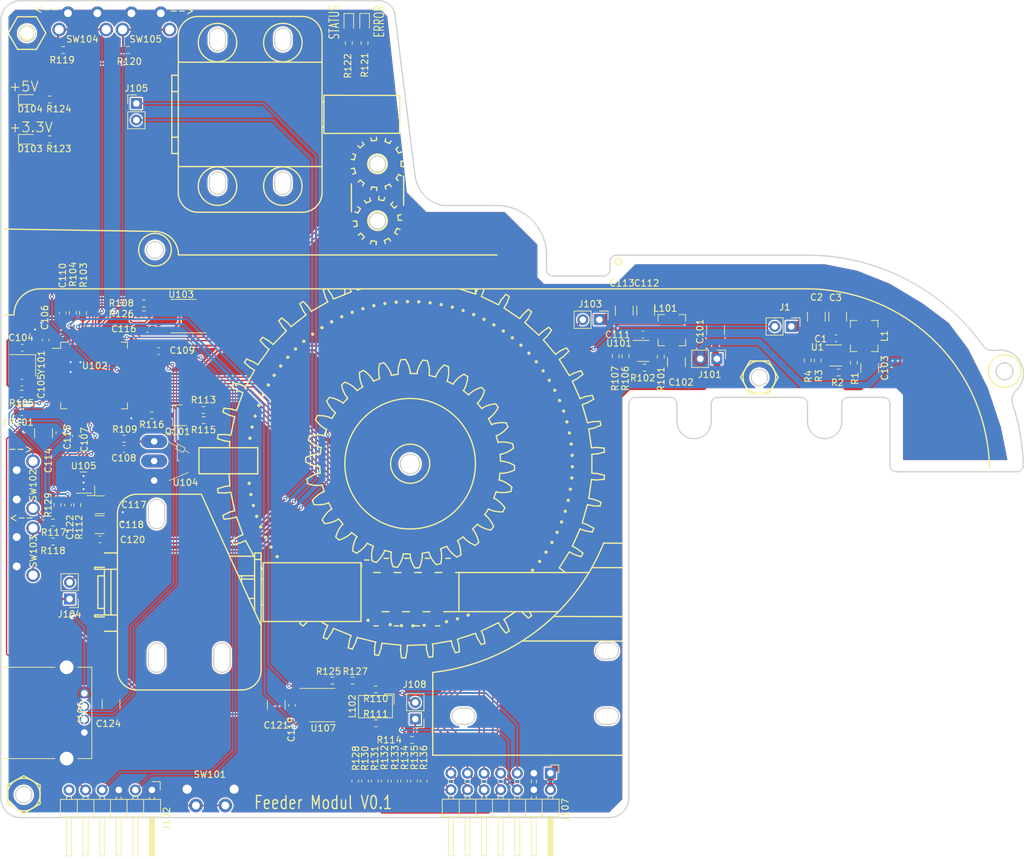
<source format=kicad_pcb>
(kicad_pcb (version 20171130) (host pcbnew 5.0.2-bee76a0~70~ubuntu18.04.1)
  (layers (0 F.Cu signal) (31 B.Cu signal) (34 B.Paste user hide) (35 F.Paste user hide) (36 B.SilkS user hide) (37 F.SilkS user) (38 B.Mask user hide) (39 F.Mask user) (44 Edge.Cuts user))
  (net 0 "")
  (net 1 GND)
  (net 2 +24V)
  (net 3 "Net-(C102-Pad1)")
  (net 4 /PD0)
  (net 5 /PD1)
  (net 6 +3V3)
  (net 7 "Net-(C111-Pad2)")
  (net 8 "Net-(C111-Pad1)")
  (net 9 "Net-(C112-Pad1)")
  (net 10 "Net-(C114-Pad1)")
  (net 11 +5V)
  (net 12 "Net-(D101-Pad2)")
  (net 13 "Net-(D102-Pad2)")
  (net 14 /PA14)
  (net 15 /PA13)
  (net 16 /NRST)
  (net 17 /SprocketMotor-)
  (net 18 /SprocketMotor+)
  (net 19 /TapeMotor+)
  (net 20 /TapeMotor-)
  (net 21 /CAN1_H)
  (net 22 /CAN1_L)
  (net 23 "Net-(L102-Pad1)")
  (net 24 "Net-(L102-Pad3)")
  (net 25 "Net-(Q101-Pad1)")
  (net 26 /ENC_OUT)
  (net 27 "Net-(R101-Pad2)")
  (net 28 "Net-(R103-Pad1)")
  (net 29 "Net-(R106-Pad2)")
  (net 30 "Net-(R109-Pad1)")
  (net 31 "Net-(R113-Pad1)")
  (net 32 /BTN_TBACK)
  (net 33 /BTN_TFOR)
  (net 34 /BTN_SBACK)
  (net 35 /BTN_SFOR)
  (net 36 /CAN1_RX)
  (net 37 /CAN1_TX)
  (net 38 /LED_error)
  (net 39 /LED_status)
  (net 40 /DIR_B)
  (net 41 /DIR_A)
  (net 42 /MODE)
  (net 43 "Net-(C1-Pad2)")
  (net 44 "Net-(C1-Pad1)")
  (net 45 "Net-(C2-Pad1)")
  (net 46 "Net-(R1-Pad2)")
  (net 47 "Net-(R3-Pad2)")
  (net 48 "Net-(D103-Pad2)")
  (net 49 "Net-(D104-Pad2)")
  (net 50 /ADDR0)
  (net 51 /ADDR1)
  (net 52 /ADDR2)
  (net 53 /ADDR3)
  (net 54 /ADDR4)
  (net 55 /ADDR5)
  (net 56 /ADDR6)
  (net 57 /ADDR7)
  (net 58 "Net-(J108-Pad1)")
  (net 59 "Net-(R125-Pad1)")
  (net 60 /PA6)
  (net 61 /PA7)
  (net 62 /USB_OTG+)
  (net 63 /USB_OTG-)
  (net 64 /I2C1_SDA)
  (net 65 /I2C1_SCL)
  (module Package_SO:SOIC-8_3.9x4.9mm_P1.27mm (layer F.Cu) (at 91.78 83.95 180)
    (fp_text reference U103 (at 0.34 3.33) (layer F.SilkS))
    (fp_text value M24C01-WMN)
    (pad 8 smd roundrect (at 2.475 -1.905 180) (size 1.95 0.6) (layers F.Cu F.Paste F.Mask) (net 6 +3V3))
    (pad 7 smd roundrect (at 2.475 -0.635 180) (size 1.95 0.6) (layers F.Cu F.Paste F.Mask) (net 1 GND))
    (pad 6 smd roundrect (at 2.475 0.635 180) (size 1.95 0.6) (layers F.Cu F.Paste F.Mask) (net 65 /I2C1_SCL))
    (pad 5 smd roundrect (at 2.475 1.905 180) (size 1.95 0.6) (layers F.Cu F.Paste F.Mask) (net 64 /I2C1_SDA))
    (pad 4 smd roundrect (at -2.475 1.905 180) (size 1.95 0.6) (layers F.Cu F.Paste F.Mask) (net 1 GND))
    (pad 3 smd roundrect (at -2.475 0.635 180) (size 1.95 0.6) (layers F.Cu F.Paste F.Mask) (net 1 GND))
    (pad 2 smd roundrect (at -2.475 -0.635 180) (size 1.95 0.6) (layers F.Cu F.Paste F.Mask) (net 1 GND))
    (pad 1 smd roundrect (at -2.475 -1.905 180) (size 1.95 0.6) (layers F.Cu F.Paste F.Mask) (net 1 GND))
  )
  (module Resistor_SMD:R_0603_1608Metric (layer F.Cu) (at 85.74 83.68 180)
    (fp_text reference R126 (at 3.47 0.07) (layer F.SilkS))
    (fp_text value 1k)
    (pad 2 smd roundrect (at 0.825 0 180) (size 0.8 0.95) (layers F.Cu F.Paste F.Mask) (net 6 +3V3))
    (pad 1 smd roundrect (at -0.825 0 180) (size 0.8 0.95) (layers F.Cu F.Paste F.Mask) (net 65 /I2C1_SCL))
  )
  (module Resistor_SMD:R_0603_1608Metric (layer F.Cu) (at 85.72 82.03 180)
    (fp_text reference R108 (at 3.45 0.07) (layer F.SilkS))
    (fp_text value 1k)
    (pad 2 smd roundrect (at 0.825 0 180) (size 0.8 0.95) (layers F.Cu F.Paste F.Mask) (net 6 +3V3))
    (pad 1 smd roundrect (at -0.825 0 180) (size 0.8 0.95) (layers F.Cu F.Paste F.Mask) (net 64 /I2C1_SDA))
  )
  (module Capacitor_SMD:C_0603_1608Metric (layer F.Cu) (at 86.3 85.9 180)
    (fp_text reference C116 (at 3.64 0 180) (layer F.SilkS))
    (fp_text value "100n 50V")
    (pad 2 smd roundrect (at 0.775 0 180) (size 0.9 0.95) (layers F.Cu F.Paste F.Mask) (net 1 GND))
    (pad 1 smd roundrect (at -0.775 0 180) (size 0.9 0.95) (layers F.Cu F.Paste F.Mask) (net 6 +3V3))
  )
  (module Resistor_SMD:R_0603_1608Metric (layer F.Cu) (at 72.5 112.9 90)
    (fp_text reference R129 (at 0 -1.43 90) (layer F.SilkS))
    (fp_text value 10K)
    (pad 2 smd roundrect (at 0.825 0 90) (size 0.8 0.95) (layers F.Cu F.Paste F.Mask) (net 42 /MODE))
    (pad 1 smd roundrect (at -0.825 0 90) (size 0.8 0.95) (layers F.Cu F.Paste F.Mask) (net 1 GND))
  )
  (module Capacitor_SMD:C_1210_3225Metric (layer F.Cu) (at 196.9 91.9 270)
    (fp_text reference C103 (at 0 -2.3 90) (layer F.SilkS))
    (fp_text value "10u 50V")
    (pad 2 smd roundrect (at 1.475 0 270) (size 1.15 2.7) (layers F.Cu F.Paste F.Mask) (roundrect_rratio 0.217391) (net 1 GND))
    (pad 1 smd roundrect (at -1.475 0 270) (size 1.15 2.7) (layers F.Cu F.Paste F.Mask) (roundrect_rratio 0.217391) (net 3 "Net-(C102-Pad1)"))
  )
  (module Package_TO_SOT_SMD:SOT-23-6 (layer F.Cu) (at 191.72 89.98)
    (fp_text reference U1 (at -2.82 -1.28) (layer F.SilkS))
    (fp_text value TPS560430)
    (pad 5 smd rect (at 1.1 0) (size 1.06 0.65) (layers F.Cu F.Paste F.Mask) (net 3 "Net-(C102-Pad1)"))
    (pad 6 smd rect (at 1.1 -0.95) (size 1.06 0.65) (layers F.Cu F.Paste F.Mask) (net 44 "Net-(C1-Pad1)"))
    (pad 4 smd rect (at 1.1 0.95) (size 1.06 0.65) (layers F.Cu F.Paste F.Mask) (net 46 "Net-(R1-Pad2)"))
    (pad 3 smd rect (at -1.1 0.95) (size 1.06 0.65) (layers F.Cu F.Paste F.Mask) (net 47 "Net-(R3-Pad2)"))
    (pad 2 smd rect (at -1.1 0) (size 1.06 0.65) (layers F.Cu F.Paste F.Mask) (net 1 GND))
    (pad 1 smd rect (at -1.1 -0.95) (size 1.06 0.65) (layers F.Cu F.Paste F.Mask) (net 43 "Net-(C1-Pad2)"))
  )
  (module Resistor_SMD:R_0603_1608Metric (layer F.Cu) (at 187.41 90.74 90)
    (fp_text reference R4 (at -2.46 0.09 90) (layer F.SilkS))
    (fp_text value 88K7)
    (pad 2 smd roundrect (at 0.825 0 90) (size 0.8 0.95) (layers F.Cu F.Paste F.Mask) (net 45 "Net-(C2-Pad1)"))
    (pad 1 smd roundrect (at -0.825 0 90) (size 0.8 0.95) (layers F.Cu F.Paste F.Mask) (net 47 "Net-(R3-Pad2)"))
  )
  (module Resistor_SMD:R_0603_1608Metric (layer F.Cu) (at 188.95 90.74 270)
    (fp_text reference R3 (at 2.36 -0.15 90) (layer F.SilkS))
    (fp_text value 22K1)
    (pad 2 smd roundrect (at 0.825 0 270) (size 0.8 0.95) (layers F.Cu F.Paste F.Mask) (net 47 "Net-(R3-Pad2)"))
    (pad 1 smd roundrect (at -0.825 0 270) (size 0.8 0.95) (layers F.Cu F.Paste F.Mask) (net 1 GND))
  )
  (module Resistor_SMD:R_0603_1608Metric (layer F.Cu) (at 192.16 92.59)
    (fp_text reference R2 (at -0.2 1.55) (layer F.SilkS))
    (fp_text value 51K)
    (pad 2 smd roundrect (at 0.825 0) (size 0.8 0.95) (layers F.Cu F.Paste F.Mask) (net 46 "Net-(R1-Pad2)"))
    (pad 1 smd roundrect (at -0.825 0) (size 0.8 0.95) (layers F.Cu F.Paste F.Mask) (net 1 GND))
  )
  (module Resistor_SMD:R_0603_1608Metric (layer F.Cu) (at 194.48 91.1 270)
    (fp_text reference R1 (at 2.42 -0.17 90) (layer F.SilkS))
    (fp_text value 51K)
    (pad 2 smd roundrect (at 0.825 0 270) (size 0.8 0.95) (layers F.Cu F.Paste F.Mask) (net 46 "Net-(R1-Pad2)"))
    (pad 1 smd roundrect (at -0.825 0 270) (size 0.8 0.95) (layers F.Cu F.Paste F.Mask) (net 3 "Net-(C102-Pad1)"))
  )
  (module Inductor_SMD:L_Bourns-SRN4018 (layer F.Cu) (at 196.06 87 90)
    (fp_text reference L1 (at 0 3.1 90) (layer F.SilkS))
    (fp_text value "12u  SRN4018")
    (pad 2 smd rect (at 1.525 0 90) (size 1.5 3.6) (layers F.Cu F.Paste F.Mask) (net 45 "Net-(C2-Pad1)"))
    (pad 1 smd rect (at -1.525 0 90) (size 1.5 3.6) (layers F.Cu F.Paste F.Mask) (net 44 "Net-(C1-Pad1)"))
  )
  (module Connector_PinHeader_2.54mm:PinHeader_1x02_P2.54mm_Vertical (layer F.Cu) (at 184.9 85.53 270)
    (fp_text reference J1 (at -2.96 0.99 180) (layer F.SilkS))
    (fp_text value Conn_02x01)
    (pad 2 thru_hole oval (at 0 2.54 270) (size 1.7 1.7) (drill 1) (layers *.Cu *.Mask) (net 11 +5V))
    (pad 1 thru_hole rect (at 0 0 270) (size 1.7 1.7) (drill 1) (layers *.Cu *.Mask) (net 45 "Net-(C2-Pad1)"))
  )
  (module Capacitor_SMD:C_1210_3225Metric (layer F.Cu) (at 192 84.03 90)
    (fp_text reference C3 (at 2.91 -0.34 180) (layer F.SilkS))
    (fp_text value "10u 50V")
    (pad 2 smd roundrect (at 1.475 0 90) (size 1.15 2.7) (layers F.Cu F.Paste F.Mask) (roundrect_rratio 0.217391) (net 1 GND))
    (pad 1 smd roundrect (at -1.475 0 90) (size 1.15 2.7) (layers F.Cu F.Paste F.Mask) (roundrect_rratio 0.217391) (net 45 "Net-(C2-Pad1)"))
  )
  (module Capacitor_SMD:C_1210_3225Metric (layer F.Cu) (at 188.73 84.03 90)
    (fp_text reference C2 (at 2.97 0.03 180) (layer F.SilkS))
    (fp_text value "10u 50V")
    (pad 2 smd roundrect (at 1.475 0 90) (size 1.15 2.7) (layers F.Cu F.Paste F.Mask) (roundrect_rratio 0.217391) (net 1 GND))
    (pad 1 smd roundrect (at -1.475 0 90) (size 1.15 2.7) (layers F.Cu F.Paste F.Mask) (roundrect_rratio 0.217391) (net 45 "Net-(C2-Pad1)"))
  )
  (module Capacitor_SMD:C_0603_1608Metric (layer F.Cu) (at 191.77 87.34 180)
    (fp_text reference C1 (at 2.37 -0.1) (layer F.SilkS))
    (fp_text value "100n 50V")
    (pad 2 smd roundrect (at 0.775 0 180) (size 0.9 0.95) (layers F.Cu F.Paste F.Mask) (net 43 "Net-(C1-Pad2)"))
    (pad 1 smd roundrect (at -0.775 0 180) (size 0.9 0.95) (layers F.Cu F.Paste F.Mask) (net 44 "Net-(C1-Pad1)"))
  )
  (module Capacitor_SMD:C_1210_3225Metric (layer F.Cu) (at 173.29 86.08 90)
    (fp_text reference C101 (at -0.22 -2.39 270) (layer F.SilkS))
    (fp_text value "10u 50V")
    (pad 2 smd roundrect (at 1.475 0 90) (size 1.15 2.7) (layers F.Cu F.Paste F.Mask) (roundrect_rratio 0.217391) (net 1 GND))
    (pad 1 smd roundrect (at -1.475 0 90) (size 1.15 2.7) (layers F.Cu F.Paste F.Mask) (roundrect_rratio 0.217391) (net 2 +24V))
  )
  (module Capacitor_SMD:C_1210_3225Metric (layer F.Cu) (at 167.3 90.99 270)
    (fp_text reference C102 (at 3.1 -0.7) (layer F.SilkS))
    (fp_text value "10u 50V")
    (pad 2 smd roundrect (at 1.475 0 270) (size 1.15 2.7) (layers F.Cu F.Paste F.Mask) (roundrect_rratio 0.217391) (net 1 GND))
    (pad 1 smd roundrect (at -1.475 0 270) (size 1.15 2.7) (layers F.Cu F.Paste F.Mask) (roundrect_rratio 0.217391) (net 3 "Net-(C102-Pad1)"))
  )
  (module Capacitor_SMD:C_0603_1608Metric (layer F.Cu) (at 67.1 88.8 180)
    (fp_text reference C104 (at 0.2 1.55 180) (layer F.SilkS))
    (fp_text value 18p)
    (pad 2 smd roundrect (at 0.775 0 180) (size 0.9 0.95) (layers F.Cu F.Paste F.Mask) (net 1 GND))
    (pad 1 smd roundrect (at -0.775 0 180) (size 0.9 0.95) (layers F.Cu F.Paste F.Mask) (net 4 /PD0))
  )
  (module Capacitor_SMD:C_0603_1608Metric (layer F.Cu) (at 67.05 94.15)
    (fp_text reference C105 (at 2.95 0.55 90) (layer F.SilkS))
    (fp_text value 18p)
    (pad 2 smd roundrect (at 0.775 0) (size 0.9 0.95) (layers F.Cu F.Paste F.Mask) (net 1 GND))
    (pad 1 smd roundrect (at -0.775 0) (size 0.9 0.95) (layers F.Cu F.Paste F.Mask) (net 5 /PD1))
  )
  (module Capacitor_SMD:C_0603_1608Metric (layer F.Cu) (at 70.7 87.6 90)
    (fp_text reference C106 (at 3.45 -0.15 90) (layer F.SilkS))
    (fp_text value "100n 50V")
    (pad 2 smd roundrect (at 0.775 0 90) (size 0.9 0.95) (layers F.Cu F.Paste F.Mask) (net 1 GND))
    (pad 1 smd roundrect (at -0.775 0 90) (size 0.9 0.95) (layers F.Cu F.Paste F.Mask) (net 6 +3V3))
  )
  (module Capacitor_SMD:C_0603_1608Metric (layer F.Cu) (at 75.3 102.3 90)
    (fp_text reference C107 (at -0.6 1.3 90) (layer F.SilkS))
    (fp_text value "100n 50V")
    (pad 2 smd roundrect (at 0.775 0 90) (size 0.9 0.95) (layers F.Cu F.Paste F.Mask) (net 6 +3V3))
    (pad 1 smd roundrect (at -0.775 0 90) (size 0.9 0.95) (layers F.Cu F.Paste F.Mask) (net 1 GND))
  )
  (module Capacitor_SMD:C_0603_1608Metric (layer F.Cu) (at 82.7 104.3)
    (fp_text reference C108 (at -0.05 1.4) (layer F.SilkS))
    (fp_text value "100n 50V")
    (pad 2 smd roundrect (at 0.775 0) (size 0.9 0.95) (layers F.Cu F.Paste F.Mask) (net 1 GND))
    (pad 1 smd roundrect (at -0.775 0) (size 0.9 0.95) (layers F.Cu F.Paste F.Mask) (net 6 +3V3))
  )
  (module Capacitor_SMD:C_0603_1608Metric (layer F.Cu) (at 88 89.3 180)
    (fp_text reference C109 (at -3.6 0.1 180) (layer F.SilkS))
    (fp_text value "100n 50V")
    (pad 2 smd roundrect (at 0.775 0 180) (size 0.9 0.95) (layers F.Cu F.Paste F.Mask) (net 6 +3V3))
    (pad 1 smd roundrect (at -0.775 0 180) (size 0.9 0.95) (layers F.Cu F.Paste F.Mask) (net 1 GND))
  )
  (module Capacitor_SMD:C_0603_1608Metric (layer F.Cu) (at 73.3 83.45 90)
    (fp_text reference C110 (at 5.73 -0.03 90) (layer F.SilkS))
    (fp_text value "100n 50V")
    (pad 2 smd roundrect (at 0.775 0 90) (size 0.9 0.95) (layers F.Cu F.Paste F.Mask) (net 1 GND))
    (pad 1 smd roundrect (at -0.775 0 90) (size 0.9 0.95) (layers F.Cu F.Paste F.Mask) (net 6 +3V3))
  )
  (module Capacitor_SMD:C_0603_1608Metric (layer F.Cu) (at 162.15 86.79 180)
    (fp_text reference C111 (at 3.85 -0.01 180) (layer F.SilkS))
    (fp_text value "100n 50V")
    (pad 2 smd roundrect (at 0.775 0 180) (size 0.9 0.95) (layers F.Cu F.Paste F.Mask) (net 7 "Net-(C111-Pad2)"))
    (pad 1 smd roundrect (at -0.775 0 180) (size 0.9 0.95) (layers F.Cu F.Paste F.Mask) (net 8 "Net-(C111-Pad1)"))
  )
  (module Capacitor_SMD:C_1210_3225Metric (layer F.Cu) (at 162.58 83.11 90)
    (fp_text reference C112 (at 4.21 0.15 180) (layer F.SilkS))
    (fp_text value "10u 50V")
    (pad 2 smd roundrect (at 1.475 0 90) (size 1.15 2.7) (layers F.Cu F.Paste F.Mask) (roundrect_rratio 0.217391) (net 1 GND))
    (pad 1 smd roundrect (at -1.475 0 90) (size 1.15 2.7) (layers F.Cu F.Paste F.Mask) (roundrect_rratio 0.217391) (net 9 "Net-(C112-Pad1)"))
  )
  (module Capacitor_SMD:C_1210_3225Metric (layer F.Cu) (at 159.31 83.11 90)
    (fp_text reference C113 (at 4.21 -0.36 180) (layer F.SilkS))
    (fp_text value "10u 50V")
    (pad 2 smd roundrect (at 1.475 0 90) (size 1.15 2.7) (layers F.Cu F.Paste F.Mask) (roundrect_rratio 0.217391) (net 1 GND))
    (pad 1 smd roundrect (at -1.475 0 90) (size 1.15 2.7) (layers F.Cu F.Paste F.Mask) (roundrect_rratio 0.217391) (net 9 "Net-(C112-Pad1)"))
  )
  (module Capacitor_SMD:C_1210_3225Metric (layer F.Cu) (at 70.35 101.9 270)
    (fp_text reference C114 (at 4.175 -0.75 270) (layer F.SilkS))
    (fp_text value "10u 50V")
    (pad 2 smd roundrect (at 1.475 0 270) (size 1.15 2.7) (layers F.Cu F.Paste F.Mask) (roundrect_rratio 0.217391) (net 1 GND))
    (pad 1 smd roundrect (at -1.475 0 270) (size 1.15 2.7) (layers F.Cu F.Paste F.Mask) (roundrect_rratio 0.217391) (net 10 "Net-(C114-Pad1)"))
  )
  (module Capacitor_SMD:C_0603_1608Metric (layer F.Cu) (at 72.8 101.825 270)
    (fp_text reference C115 (at 0.675 -1.2 270) (layer F.SilkS))
    (fp_text value "100n 50V")
    (pad 2 smd roundrect (at 0.775 0 270) (size 0.9 0.95) (layers F.Cu F.Paste F.Mask) (net 1 GND))
    (pad 1 smd roundrect (at -0.775 0 270) (size 0.9 0.95) (layers F.Cu F.Paste F.Mask) (net 10 "Net-(C114-Pad1)"))
  )
  (module Capacitor_SMD:C_1210_3225Metric (layer F.Cu) (at 78.99 112.86)
    (fp_text reference C117 (at 5.21 0) (layer F.SilkS))
    (fp_text value "10u 50V")
    (pad 2 smd roundrect (at 1.475 0) (size 1.15 2.7) (layers F.Cu F.Paste F.Mask) (roundrect_rratio 0.217391) (net 1 GND))
    (pad 1 smd roundrect (at -1.475 0) (size 1.15 2.7) (layers F.Cu F.Paste F.Mask) (roundrect_rratio 0.217391) (net 11 +5V))
  )
  (module Capacitor_SMD:C_1210_3225Metric (layer F.Cu) (at 78.94 115.91)
    (fp_text reference C118 (at 4.86 0) (layer F.SilkS))
    (fp_text value "10u 50V")
    (pad 2 smd roundrect (at 1.475 0) (size 1.15 2.7) (layers F.Cu F.Paste F.Mask) (roundrect_rratio 0.217391) (net 1 GND))
    (pad 1 smd roundrect (at -1.475 0) (size 1.15 2.7) (layers F.Cu F.Paste F.Mask) (roundrect_rratio 0.217391) (net 11 +5V))
  )
  (module Capacitor_SMD:C_0603_1608Metric (layer F.Cu) (at 108.4 143.6 90)
    (fp_text reference C119 (at -3.7 -0.1 90) (layer F.SilkS))
    (fp_text value "100n 50V")
    (pad 2 smd roundrect (at 0.775 0 90) (size 0.9 0.95) (layers F.Cu F.Paste F.Mask) (net 1 GND))
    (pad 1 smd roundrect (at -0.775 0 90) (size 0.9 0.95) (layers F.Cu F.Paste F.Mask) (net 6 +3V3))
  )
  (module Capacitor_SMD:C_0603_1608Metric (layer F.Cu) (at 78.99 118.16)
    (fp_text reference C120 (at 5.01 0.05) (layer F.SilkS))
    (fp_text value "100n 50V")
    (pad 2 smd roundrect (at 0.775 0) (size 0.9 0.95) (layers F.Cu F.Paste F.Mask) (net 1 GND))
    (pad 1 smd roundrect (at -0.775 0) (size 0.9 0.95) (layers F.Cu F.Paste F.Mask) (net 11 +5V))
  )
  (module Capacitor_SMD:C_1210_3225Metric (layer F.Cu) (at 106 143.5 90)
    (fp_text reference C121 (at -3.15 0) (layer F.SilkS))
    (fp_text value "10u 50V")
    (pad 2 smd roundrect (at 1.475 0 90) (size 1.15 2.7) (layers F.Cu F.Paste F.Mask) (roundrect_rratio 0.217391) (net 1 GND))
    (pad 1 smd roundrect (at -1.475 0 90) (size 1.15 2.7) (layers F.Cu F.Paste F.Mask) (roundrect_rratio 0.217391) (net 6 +3V3))
  )
  (module Capacitor_SMD:C_0603_1608Metric (layer F.Cu) (at 74.09 112.91 270)
    (fp_text reference C122 (at 3.39 -0.31 270) (layer F.SilkS))
    (fp_text value "100n 50V")
    (pad 2 smd roundrect (at 0.775 0 270) (size 0.9 0.95) (layers F.Cu F.Paste F.Mask) (net 1 GND))
    (pad 1 smd roundrect (at -0.775 0 270) (size 0.9 0.95) (layers F.Cu F.Paste F.Mask) (net 6 +3V3))
  )
  (module LED_SMD:LED_0603_1608Metric (layer F.Cu) (at 119.534999 39.045001 270)
    (fp_text reference D101 hide)
    (fp_text value LED_red)
    (pad 2 smd roundrect (at 0.7875 0 270) (size 0.875 0.95) (layers F.Cu F.Paste F.Mask) (net 12 "Net-(D101-Pad2)"))
    (pad 1 smd roundrect (at -0.7875 0 270) (size 0.875 0.95) (layers F.Cu F.Paste F.Mask) (net 1 GND))
  )
  (module LED_SMD:LED_0603_1608Metric (layer F.Cu) (at 117.12 39.05 270)
    (fp_text reference D102 hide)
    (fp_text value LED_green)
    (pad 2 smd roundrect (at 0.7875 0 270) (size 0.875 0.95) (layers F.Cu F.Paste F.Mask) (net 13 "Net-(D102-Pad2)"))
    (pad 1 smd roundrect (at -0.7875 0 270) (size 0.875 0.95) (layers F.Cu F.Paste F.Mask) (net 1 GND))
  )
  (module Inductor_SMD:L_0603_1608Metric (layer F.Cu) (at 67.025 98.675 180)
    (fp_text reference FB101 (at 0.525 -1.555 180) (layer F.SilkS))
    (fp_text value 70R)
    (pad 2 smd roundrect (at 0.7875 0 180) (size 0.875 0.95) (layers F.Cu F.Paste F.Mask) (net 6 +3V3))
    (pad 1 smd roundrect (at -0.7875 0 180) (size 0.875 0.95) (layers F.Cu F.Paste F.Mask) (net 10 "Net-(C114-Pad1)"))
  )
  (module Connector_PinHeader_2.54mm:PinHeader_1x02_P2.54mm_Vertical (layer F.Cu) (at 173.5 90.49 270)
    (fp_text reference J101 (at 2.41 1.1) (layer F.SilkS))
    (fp_text value Conn_02x01)
    (pad 2 thru_hole oval (at 0 2.54 270) (size 1.7 1.7) (drill 1) (layers *.Cu *.Mask) (net 3 "Net-(C102-Pad1)"))
    (pad 1 thru_hole rect (at 0 0 270) (size 1.7 1.7) (drill 1) (layers *.Cu *.Mask) (net 2 +24V))
  )
  (module Connector_PinHeader_2.54mm:PinHeader_1x02_P2.54mm_Vertical (layer F.Cu) (at 155.5 84.5 270)
    (fp_text reference J103 (at -2.4 1.4 180) (layer F.SilkS))
    (fp_text value Conn_02x01)
    (pad 2 thru_hole oval (at 0 2.54 270) (size 1.7 1.7) (drill 1) (layers *.Cu *.Mask) (net 6 +3V3))
    (pad 1 thru_hole rect (at 0 0 270) (size 1.7 1.7) (drill 1) (layers *.Cu *.Mask) (net 9 "Net-(C112-Pad1)"))
  )
  (module Connector_PinHeader_2.54mm:PinHeader_1x02_P2.54mm_Vertical (layer F.Cu) (at 74.35 127.3 180)
    (fp_text reference J104 (at 0 -2.33 180) (layer F.SilkS))
    (fp_text value Conn_02x01)
    (pad 2 thru_hole oval (at 0 2.54 180) (size 1.7 1.7) (drill 1) (layers *.Cu *.Mask) (net 17 /SprocketMotor-))
    (pad 1 thru_hole rect (at 0 0 180) (size 1.7 1.7) (drill 1) (layers *.Cu *.Mask) (net 18 /SprocketMotor+))
  )
  (module Connector_PinHeader_2.54mm:PinHeader_1x02_P2.54mm_Vertical (layer F.Cu) (at 84.58 51.36)
    (fp_text reference J105 (at 0 -2.33) (layer F.SilkS))
    (fp_text value Conn_02x01)
    (pad 2 thru_hole oval (at 0 2.54) (size 1.7 1.7) (drill 1) (layers *.Cu *.Mask) (net 20 /TapeMotor-))
    (pad 1 thru_hole rect (at 0 0) (size 1.7 1.7) (drill 1) (layers *.Cu *.Mask) (net 19 /TapeMotor+))
  )
  (module Connector_PinHeader_2.54mm:PinHeader_2x07_P2.54mm_Horizontal (layer F.Cu) (at 148 154 270)
    (fp_text reference J107 (at 5.655 -2.27 270) (layer F.SilkS))
    (fp_text value Conn_02x07_Odd_Even)
    (pad 14 thru_hole oval (at 2.54 15.24 270) (size 1.7 1.7) (drill 1) (layers *.Cu *.Mask) (net 57 /ADDR7))
    (pad 13 thru_hole oval (at 0 15.24 270) (size 1.7 1.7) (drill 1) (layers *.Cu *.Mask) (net 56 /ADDR6))
    (pad 12 thru_hole oval (at 2.54 12.7 270) (size 1.7 1.7) (drill 1) (layers *.Cu *.Mask) (net 55 /ADDR5))
    (pad 11 thru_hole oval (at 0 12.7 270) (size 1.7 1.7) (drill 1) (layers *.Cu *.Mask) (net 54 /ADDR4))
    (pad 10 thru_hole oval (at 2.54 10.16 270) (size 1.7 1.7) (drill 1) (layers *.Cu *.Mask) (net 53 /ADDR3))
    (pad 9 thru_hole oval (at 0 10.16 270) (size 1.7 1.7) (drill 1) (layers *.Cu *.Mask) (net 52 /ADDR2))
    (pad 8 thru_hole oval (at 2.54 7.62 270) (size 1.7 1.7) (drill 1) (layers *.Cu *.Mask) (net 51 /ADDR1))
    (pad 7 thru_hole oval (at 0 7.62 270) (size 1.7 1.7) (drill 1) (layers *.Cu *.Mask) (net 50 /ADDR0))
    (pad 6 thru_hole oval (at 2.54 5.08 270) (size 1.7 1.7) (drill 1) (layers *.Cu *.Mask) (net 22 /CAN1_L))
    (pad 5 thru_hole oval (at 0 5.08 270) (size 1.7 1.7) (drill 1) (layers *.Cu *.Mask) (net 21 /CAN1_H))
    (pad 4 thru_hole oval (at 2.54 2.54 270) (size 1.7 1.7) (drill 1) (layers *.Cu *.Mask) (net 1 GND))
    (pad 3 thru_hole oval (at 0 2.54 270) (size 1.7 1.7) (drill 1) (layers *.Cu *.Mask) (net 1 GND))
    (pad 2 thru_hole oval (at 2.54 0 270) (size 1.7 1.7) (drill 1) (layers *.Cu *.Mask) (net 2 +24V))
    (pad 1 thru_hole rect (at 0 0 270) (size 1.7 1.7) (drill 1) (layers *.Cu *.Mask) (net 2 +24V))
  )
  (module Inductor_SMD:L_Bourns-SRN4018 (layer F.Cu) (at 166.6 86.1 90)
    (fp_text reference L101 (at 3.35 -1 180) (layer F.SilkS))
    (fp_text value "12u  SRN4018")
    (pad 2 smd rect (at 1.525 0 90) (size 1.5 3.6) (layers F.Cu F.Paste F.Mask) (net 9 "Net-(C112-Pad1)"))
    (pad 1 smd rect (at -1.525 0 90) (size 1.5 3.6) (layers F.Cu F.Paste F.Mask) (net 8 "Net-(C111-Pad1)"))
  )
  (module ProjectFootprints:L_CommonModeChoke_Coilcraft_1812CAN (layer F.Cu) (at 121.2 143.8 270)
    (fp_text reference L102 (at -0.05 3.55 270) (layer F.SilkS))
    (fp_text value DNP)
    (pad 4 smd roundrect (at 0.865 -1.84 270) (size 1.15 1) (layers F.Cu F.Paste F.Mask) (roundrect_rratio 0.05) (net 22 /CAN1_L))
    (pad 3 smd roundrect (at 0.865 1.84 270) (size 1.15 1) (layers F.Cu F.Paste F.Mask) (roundrect_rratio 0.05) (net 24 "Net-(L102-Pad3)"))
    (pad 1 smd roundrect (at -0.865 1.84 270) (size 1.15 1) (layers F.Cu F.Paste F.Mask) (roundrect_rratio 0.05) (net 23 "Net-(L102-Pad1)"))
    (pad 2 smd roundrect (at -0.865 -1.84 270) (size 1.15 1) (layers F.Cu F.Paste F.Mask) (roundrect_rratio 0.05) (net 21 /CAN1_H))
  )
  (module Package_TO_SOT_SMD:SOT-23 (layer F.Cu) (at 90.89 99.14 180)
    (fp_text reference Q101 (at 0 -2.5) (layer F.SilkS))
    (fp_text value BC847)
    (pad 3 smd rect (at 1 0 180) (size 0.9 0.8) (layers F.Cu F.Paste F.Mask) (net 26 /ENC_OUT))
    (pad 2 smd rect (at -1 0.95 180) (size 0.9 0.8) (layers F.Cu F.Paste F.Mask) (net 1 GND))
    (pad 1 smd rect (at -1 -0.95 180) (size 0.9 0.8) (layers F.Cu F.Paste F.Mask) (net 25 "Net-(Q101-Pad1)"))
  )
  (module Resistor_SMD:R_0603_1608Metric (layer F.Cu) (at 164.9 90.18 270)
    (fp_text reference R101 (at 3.43 -0.04 270) (layer F.SilkS))
    (fp_text value 51K)
    (pad 2 smd roundrect (at 0.825 0 270) (size 0.8 0.95) (layers F.Cu F.Paste F.Mask) (net 27 "Net-(R101-Pad2)"))
    (pad 1 smd roundrect (at -0.825 0 270) (size 0.8 0.95) (layers F.Cu F.Paste F.Mask) (net 3 "Net-(C102-Pad1)"))
  )
  (module Resistor_SMD:R_0603_1608Metric (layer F.Cu) (at 162.4 91.84)
    (fp_text reference R102 (at -0.26 1.59) (layer F.SilkS))
    (fp_text value 51K)
    (pad 2 smd roundrect (at 0.825 0) (size 0.8 0.95) (layers F.Cu F.Paste F.Mask) (net 27 "Net-(R101-Pad2)"))
    (pad 1 smd roundrect (at -0.825 0) (size 0.8 0.95) (layers F.Cu F.Paste F.Mask) (net 1 GND))
  )
  (module Resistor_SMD:R_0603_1608Metric (layer F.Cu) (at 76.4 83.45 90)
    (fp_text reference R103 (at 5.78 0.08 90) (layer F.SilkS))
    (fp_text value DNP)
    (pad 2 smd roundrect (at 0.825 0 90) (size 0.8 0.95) (layers F.Cu F.Paste F.Mask) (net 6 +3V3))
    (pad 1 smd roundrect (at -0.825 0 90) (size 0.8 0.95) (layers F.Cu F.Paste F.Mask) (net 28 "Net-(R103-Pad1)"))
  )
  (module Resistor_SMD:R_0603_1608Metric (layer F.Cu) (at 74.85 83.45 90)
    (fp_text reference R104 (at 5.91 0.01 90) (layer F.SilkS))
    (fp_text value 10K)
    (pad 2 smd roundrect (at 0.825 0 90) (size 0.8 0.95) (layers F.Cu F.Paste F.Mask) (net 1 GND))
    (pad 1 smd roundrect (at -0.825 0 90) (size 0.8 0.95) (layers F.Cu F.Paste F.Mask) (net 28 "Net-(R103-Pad1)"))
  )
  (module Resistor_SMD:R_0603_1608Metric (layer F.Cu) (at 67 95.85 180)
    (fp_text reference R105 (at 0 -1.43 180) (layer F.SilkS))
    (fp_text value 10K)
    (pad 2 smd roundrect (at 0.825 0 180) (size 0.8 0.95) (layers F.Cu F.Paste F.Mask) (net 6 +3V3))
    (pad 1 smd roundrect (at -0.825 0 180) (size 0.8 0.95) (layers F.Cu F.Paste F.Mask) (net 16 /NRST))
  )
  (module Resistor_SMD:R_0603_1608Metric (layer F.Cu) (at 159.5 90.09 270)
    (fp_text reference R106 (at 3.41 0.03 270) (layer F.SilkS))
    (fp_text value 22K1)
    (pad 2 smd roundrect (at 0.825 0 270) (size 0.8 0.95) (layers F.Cu F.Paste F.Mask) (net 29 "Net-(R106-Pad2)"))
    (pad 1 smd roundrect (at -0.825 0 270) (size 0.8 0.95) (layers F.Cu F.Paste F.Mask) (net 1 GND))
  )
  (module Resistor_SMD:R_0603_1608Metric (layer F.Cu) (at 158 90.09 90)
    (fp_text reference R107 (at -3.41 -0.1 90) (layer F.SilkS))
    (fp_text value 51K)
    (pad 2 smd roundrect (at 0.825 0 90) (size 0.8 0.95) (layers F.Cu F.Paste F.Mask) (net 9 "Net-(C112-Pad1)"))
    (pad 1 smd roundrect (at -0.825 0 90) (size 0.8 0.95) (layers F.Cu F.Paste F.Mask) (net 29 "Net-(R106-Pad2)"))
  )
  (module Resistor_SMD:R_0603_1608Metric (layer F.Cu) (at 82.67 102.74 180)
    (fp_text reference R109 (at -0.13 1.44 180) (layer F.SilkS))
    (fp_text value 1k)
    (pad 2 smd roundrect (at 0.825 0 180) (size 0.8 0.95) (layers F.Cu F.Paste F.Mask) (net 6 +3V3))
    (pad 1 smd roundrect (at -0.825 0 180) (size 0.8 0.95) (layers F.Cu F.Paste F.Mask) (net 30 "Net-(R109-Pad1)"))
  )
  (module Resistor_SMD:R_0603_1608Metric (layer F.Cu) (at 121.25 141.15 180)
    (fp_text reference R110 (at 0 -1.43 180) (layer F.SilkS))
    (fp_text value 0R)
    (pad 2 smd roundrect (at 0.825 0 180) (size 0.8 0.95) (layers F.Cu F.Paste F.Mask) (net 23 "Net-(L102-Pad1)"))
    (pad 1 smd roundrect (at -0.825 0 180) (size 0.8 0.95) (layers F.Cu F.Paste F.Mask) (net 21 /CAN1_H))
  )
  (module Resistor_SMD:R_0603_1608Metric (layer F.Cu) (at 121.25 146.35)
    (fp_text reference R111 (at 0 -1.43) (layer F.SilkS))
    (fp_text value 0R)
    (pad 2 smd roundrect (at 0.825 0) (size 0.8 0.95) (layers F.Cu F.Paste F.Mask) (net 22 /CAN1_L))
    (pad 1 smd roundrect (at -0.825 0) (size 0.8 0.95) (layers F.Cu F.Paste F.Mask) (net 24 "Net-(L102-Pad3)"))
  )
  (module Resistor_SMD:R_0603_1608Metric (layer F.Cu) (at 75.54 112.91 90)
    (fp_text reference R112 (at -3.39 0.26 90) (layer F.SilkS))
    (fp_text value DNP)
    (pad 2 smd roundrect (at 0.825 0 90) (size 0.8 0.95) (layers F.Cu F.Paste F.Mask) (net 6 +3V3))
    (pad 1 smd roundrect (at -0.825 0 90) (size 0.8 0.95) (layers F.Cu F.Paste F.Mask) (net 11 +5V))
  )
  (module Resistor_SMD:R_0603_1608Metric (layer F.Cu) (at 94.84 98.34 180)
    (fp_text reference R113 (at -0.01 1.55) (layer F.SilkS))
    (fp_text value 10K)
    (pad 2 smd roundrect (at 0.825 0 180) (size 0.8 0.95) (layers F.Cu F.Paste F.Mask) (net 1 GND))
    (pad 1 smd roundrect (at -0.825 0 180) (size 0.8 0.95) (layers F.Cu F.Paste F.Mask) (net 31 "Net-(R113-Pad1)"))
  )
  (module Resistor_SMD:R_0603_1608Metric (layer F.Cu) (at 126.8 148.9 180)
    (fp_text reference R114 (at 3.5 0 180) (layer F.SilkS))
    (fp_text value 120R)
    (pad 2 smd roundrect (at 0.825 0 180) (size 0.8 0.95) (layers F.Cu F.Paste F.Mask) (net 22 /CAN1_L))
    (pad 1 smd roundrect (at -0.825 0 180) (size 0.8 0.95) (layers F.Cu F.Paste F.Mask) (net 58 "Net-(J108-Pad1)"))
  )
  (module Resistor_SMD:R_0603_1608Metric (layer F.Cu) (at 94.89 99.89)
    (fp_text reference R115 (at -0.04 1.49 180) (layer F.SilkS))
    (fp_text value 1k)
    (pad 2 smd roundrect (at 0.825 0) (size 0.8 0.95) (layers F.Cu F.Paste F.Mask) (net 31 "Net-(R113-Pad1)"))
    (pad 1 smd roundrect (at -0.825 0) (size 0.8 0.95) (layers F.Cu F.Paste F.Mask) (net 25 "Net-(Q101-Pad1)"))
  )
  (module Resistor_SMD:R_0603_1608Metric (layer F.Cu) (at 86.94 99.14 180)
    (fp_text reference R116 (at 0 -1.43) (layer F.SilkS))
    (fp_text value 10K)
    (pad 2 smd roundrect (at 0.825 0 180) (size 0.8 0.95) (layers F.Cu F.Paste F.Mask) (net 6 +3V3))
    (pad 1 smd roundrect (at -0.825 0 180) (size 0.8 0.95) (layers F.Cu F.Paste F.Mask) (net 26 /ENC_OUT))
  )
  (module Resistor_SMD:R_0603_1608Metric (layer F.Cu) (at 71.8 115.6)
    (fp_text reference R117 (at 0.1 1.5) (layer F.SilkS))
    (fp_text value 10K)
    (pad 2 smd roundrect (at 0.825 0) (size 0.8 0.95) (layers F.Cu F.Paste F.Mask) (net 6 +3V3))
    (pad 1 smd roundrect (at -0.825 0) (size 0.8 0.95) (layers F.Cu F.Paste F.Mask) (net 32 /BTN_TBACK))
  )
  (module Resistor_SMD:R_0603_1608Metric (layer F.Cu) (at 71.8 118.5)
    (fp_text reference R118 (at 0 1.4) (layer F.SilkS))
    (fp_text value 10K)
    (pad 2 smd roundrect (at 0.825 0) (size 0.8 0.95) (layers F.Cu F.Paste F.Mask) (net 6 +3V3))
    (pad 1 smd roundrect (at -0.825 0) (size 0.8 0.95) (layers F.Cu F.Paste F.Mask) (net 33 /BTN_TFOR))
  )
  (module Resistor_SMD:R_0603_1608Metric (layer F.Cu) (at 73.35 43.17)
    (fp_text reference R119 (at -0.15 1.53) (layer F.SilkS))
    (fp_text value 10K)
    (pad 2 smd roundrect (at 0.825 0) (size 0.8 0.95) (layers F.Cu F.Paste F.Mask) (net 6 +3V3))
    (pad 1 smd roundrect (at -0.825 0) (size 0.8 0.95) (layers F.Cu F.Paste F.Mask) (net 34 /BTN_SBACK))
  )
  (module Resistor_SMD:R_0603_1608Metric (layer F.Cu) (at 83.32 43.17)
    (fp_text reference R120 (at 0.17 1.75) (layer F.SilkS))
    (fp_text value 10K)
    (pad 2 smd roundrect (at 0.825 0) (size 0.8 0.95) (layers F.Cu F.Paste F.Mask) (net 6 +3V3))
    (pad 1 smd roundrect (at -0.825 0) (size 0.8 0.95) (layers F.Cu F.Paste F.Mask) (net 35 /BTN_SFOR))
  )
  (module Resistor_SMD:R_0603_1608Metric (layer F.Cu) (at 119.53 42.1 270)
    (fp_text reference R121 (at 3.37 -0.03 270) (layer F.SilkS))
    (fp_text value 1k)
    (pad 2 smd roundrect (at 0.825 0 270) (size 0.8 0.95) (layers F.Cu F.Paste F.Mask) (net 38 /LED_error))
    (pad 1 smd roundrect (at -0.825 0 270) (size 0.8 0.95) (layers F.Cu F.Paste F.Mask) (net 12 "Net-(D101-Pad2)"))
  )
  (module Resistor_SMD:R_0603_1608Metric (layer F.Cu) (at 117.12 42.1 270)
    (fp_text reference R122 (at 3.51 0.15 270) (layer F.SilkS))
    (fp_text value 1k)
    (pad 2 smd roundrect (at 0.825 0 270) (size 0.8 0.95) (layers F.Cu F.Paste F.Mask) (net 39 /LED_status))
    (pad 1 smd roundrect (at -0.825 0 270) (size 0.8 0.95) (layers F.Cu F.Paste F.Mask) (net 13 "Net-(D102-Pad2)"))
  )
  (module ProjectFootprints:TactileSwitchLCSC (layer F.Cu) (at 95.95 158.95)
    (fp_text reference SW101 (at -0.12 -4.76) (layer F.SilkS))
    (fp_text value SW_Push)
    (pad 2 thru_hole circle (at 2.25 0) (size 2.1 2.1) (drill 1.2) (layers *.Cu *.Mask) (net 16 /NRST))
    (pad 2 thru_hole circle (at -2.25 0) (size 2.1 2.1) (drill 1.2) (layers *.Cu *.Mask) (net 16 /NRST))
    (pad 1 thru_hole circle (at 3.6 -2.5) (size 2.1 2.1) (drill 1.4) (layers *.Cu *.Mask) (net 1 GND))
    (pad 1 thru_hole circle (at -3.6 -2.5) (size 2.1 2.1) (drill 1.4) (layers *.Cu *.Mask) (net 1 GND))
  )
  (module ProjectFootprints:TactileSwitchLCSC (layer F.Cu) (at 66.25 109.8 270)
    (fp_text reference SW102 (at 0.05 -2.5 270) (layer F.SilkS))
    (fp_text value SW_Push)
    (pad 2 thru_hole circle (at 2.25 0 270) (size 2.1 2.1) (drill 1.2) (layers *.Cu *.Mask) (net 1 GND))
    (pad 2 thru_hole circle (at -2.25 0 270) (size 2.1 2.1) (drill 1.2) (layers *.Cu *.Mask) (net 1 GND))
    (pad 1 thru_hole circle (at 3.6 -2.5 270) (size 2.1 2.1) (drill 1.4) (layers *.Cu *.Mask) (net 32 /BTN_TBACK))
    (pad 1 thru_hole circle (at -3.6 -2.5 270) (size 2.1 2.1) (drill 1.4) (layers *.Cu *.Mask) (net 32 /BTN_TBACK))
  )
  (module ProjectFootprints:TactileSwitchLCSC (layer F.Cu) (at 66.25 120.05 270)
    (fp_text reference SW103 (at 0 -2.55 270) (layer F.SilkS))
    (fp_text value SW_Push)
    (pad 2 thru_hole circle (at 2.25 0 270) (size 2.1 2.1) (drill 1.2) (layers *.Cu *.Mask) (net 1 GND))
    (pad 2 thru_hole circle (at -2.25 0 270) (size 2.1 2.1) (drill 1.2) (layers *.Cu *.Mask) (net 1 GND))
    (pad 1 thru_hole circle (at 3.6 -2.5 270) (size 2.1 2.1) (drill 1.4) (layers *.Cu *.Mask) (net 33 /BTN_TFOR))
    (pad 1 thru_hole circle (at -3.6 -2.5 270) (size 2.1 2.1) (drill 1.4) (layers *.Cu *.Mask) (net 33 /BTN_TFOR))
  )
  (module ProjectFootprints:TactileSwitchLCSC (layer F.Cu) (at 76.35 37.53 180)
    (fp_text reference SW104 (at 0.05 -3.97 180) (layer F.SilkS))
    (fp_text value SW_Push)
    (pad 2 thru_hole circle (at 2.25 0 180) (size 2.1 2.1) (drill 1.2) (layers *.Cu *.Mask) (net 1 GND))
    (pad 2 thru_hole circle (at -2.25 0 180) (size 2.1 2.1) (drill 1.2) (layers *.Cu *.Mask) (net 1 GND))
    (pad 1 thru_hole circle (at 3.6 -2.5 180) (size 2.1 2.1) (drill 1.4) (layers *.Cu *.Mask) (net 34 /BTN_SBACK))
    (pad 1 thru_hole circle (at -3.6 -2.5 180) (size 2.1 2.1) (drill 1.4) (layers *.Cu *.Mask) (net 34 /BTN_SBACK))
  )
  (module ProjectFootprints:TactileSwitchLCSC (layer F.Cu) (at 86.07 37.54 180)
    (fp_text reference SW105 (at 0.07 -3.96 180) (layer F.SilkS))
    (fp_text value SW_Push)
    (pad 2 thru_hole circle (at 2.25 0 180) (size 2.1 2.1) (drill 1.2) (layers *.Cu *.Mask) (net 1 GND))
    (pad 2 thru_hole circle (at -2.25 0 180) (size 2.1 2.1) (drill 1.2) (layers *.Cu *.Mask) (net 1 GND))
    (pad 1 thru_hole circle (at 3.6 -2.5 180) (size 2.1 2.1) (drill 1.4) (layers *.Cu *.Mask) (net 35 /BTN_SFOR))
    (pad 1 thru_hole circle (at -3.6 -2.5 180) (size 2.1 2.1) (drill 1.4) (layers *.Cu *.Mask) (net 35 /BTN_SFOR))
  )
  (module Package_TO_SOT_SMD:SOT-23-6 (layer F.Cu) (at 162.2 89.29)
    (fp_text reference U101 (at -3.7 -1.19 180) (layer F.SilkS))
    (fp_text value TPS560430)
    (pad 5 smd rect (at 1.1 0) (size 1.06 0.65) (layers F.Cu F.Paste F.Mask) (net 3 "Net-(C102-Pad1)"))
    (pad 6 smd rect (at 1.1 -0.95) (size 1.06 0.65) (layers F.Cu F.Paste F.Mask) (net 8 "Net-(C111-Pad1)"))
    (pad 4 smd rect (at 1.1 0.95) (size 1.06 0.65) (layers F.Cu F.Paste F.Mask) (net 27 "Net-(R101-Pad2)"))
    (pad 3 smd rect (at -1.1 0.95) (size 1.06 0.65) (layers F.Cu F.Paste F.Mask) (net 29 "Net-(R106-Pad2)"))
    (pad 2 smd rect (at -1.1 0) (size 1.06 0.65) (layers F.Cu F.Paste F.Mask) (net 1 GND))
    (pad 1 smd rect (at -1.1 -0.95) (size 1.06 0.65) (layers F.Cu F.Paste F.Mask) (net 7 "Net-(C111-Pad2)"))
  )
  (module Package_QFP:LQFP-64_10x10mm_P0.5mm (layer F.Cu) (at 78.1 93.05)
    (fp_text reference U102 (at 0.1 -1.5) (layer F.SilkS))
    (fp_text value STM32F105R8Tx)
    (pad 64 smd roundrect (at -3.75 -5.675) (size 0.3 1.55) (layers F.Cu F.Paste F.Mask) (net 6 +3V3))
    (pad 63 smd roundrect (at -3.25 -5.675) (size 0.3 1.55) (layers F.Cu F.Paste F.Mask) (net 1 GND))
    (pad 62 smd roundrect (at -2.75 -5.675) (size 0.3 1.55) (layers F.Cu F.Paste F.Mask) (net 37 /CAN1_TX))
    (pad 61 smd roundrect (at -2.25 -5.675) (size 0.3 1.55) (layers F.Cu F.Paste F.Mask) (net 36 /CAN1_RX))
    (pad 60 smd roundrect (at -1.75 -5.675) (size 0.3 1.55) (layers F.Cu F.Paste F.Mask) (net 28 "Net-(R103-Pad1)"))
    (pad 59 smd roundrect (at -1.25 -5.675) (size 0.3 1.55) (layers F.Cu F.Paste F.Mask) (net 64 /I2C1_SDA))
    (pad 58 smd roundrect (at -0.75 -5.675) (size 0.3 1.55) (layers F.Cu F.Paste F.Mask) (net 65 /I2C1_SCL))
    (pad 57 smd roundrect (at -0.25 -5.675) (size 0.3 1.55) (layers F.Cu F.Paste F.Mask))
    (pad 56 smd roundrect (at 0.25 -5.675) (size 0.3 1.55) (layers F.Cu F.Paste F.Mask) (net 34 /BTN_SBACK))
    (pad 55 smd roundrect (at 0.75 -5.675) (size 0.3 1.55) (layers F.Cu F.Paste F.Mask) (net 35 /BTN_SFOR))
    (pad 54 smd roundrect (at 1.25 -5.675) (size 0.3 1.55) (layers F.Cu F.Paste F.Mask))
    (pad 53 smd roundrect (at 1.75 -5.675) (size 0.3 1.55) (layers F.Cu F.Paste F.Mask))
    (pad 52 smd roundrect (at 2.25 -5.675) (size 0.3 1.55) (layers F.Cu F.Paste F.Mask))
    (pad 51 smd roundrect (at 2.75 -5.675) (size 0.3 1.55) (layers F.Cu F.Paste F.Mask) (net 39 /LED_status))
    (pad 50 smd roundrect (at 3.25 -5.675) (size 0.3 1.55) (layers F.Cu F.Paste F.Mask) (net 38 /LED_error))
    (pad 49 smd roundrect (at 3.75 -5.675) (size 0.3 1.55) (layers F.Cu F.Paste F.Mask) (net 14 /PA14))
    (pad 48 smd roundrect (at 5.675 -3.75) (size 1.55 0.3) (layers F.Cu F.Paste F.Mask) (net 6 +3V3))
    (pad 47 smd roundrect (at 5.675 -3.25) (size 1.55 0.3) (layers F.Cu F.Paste F.Mask) (net 1 GND))
    (pad 46 smd roundrect (at 5.675 -2.75) (size 1.55 0.3) (layers F.Cu F.Paste F.Mask) (net 15 /PA13))
    (pad 45 smd roundrect (at 5.675 -2.25) (size 1.55 0.3) (layers F.Cu F.Paste F.Mask) (net 62 /USB_OTG+))
    (pad 44 smd roundrect (at 5.675 -1.75) (size 1.55 0.3) (layers F.Cu F.Paste F.Mask) (net 63 /USB_OTG-))
    (pad 43 smd roundrect (at 5.675 -1.25) (size 1.55 0.3) (layers F.Cu F.Paste F.Mask))
    (pad 42 smd roundrect (at 5.675 -0.75) (size 1.55 0.3) (layers F.Cu F.Paste F.Mask) (net 11 +5V))
    (pad 41 smd roundrect (at 5.675 -0.25) (size 1.55 0.3) (layers F.Cu F.Paste F.Mask))
    (pad 40 smd roundrect (at 5.675 0.25) (size 1.55 0.3) (layers F.Cu F.Paste F.Mask) (net 50 /ADDR0))
    (pad 39 smd roundrect (at 5.675 0.75) (size 1.55 0.3) (layers F.Cu F.Paste F.Mask) (net 51 /ADDR1))
    (pad 38 smd roundrect (at 5.675 1.25) (size 1.55 0.3) (layers F.Cu F.Paste F.Mask) (net 52 /ADDR2))
    (pad 37 smd roundrect (at 5.675 1.75) (size 1.55 0.3) (layers F.Cu F.Paste F.Mask) (net 53 /ADDR3))
    (pad 36 smd roundrect (at 5.675 2.25) (size 1.55 0.3) (layers F.Cu F.Paste F.Mask) (net 54 /ADDR4))
    (pad 35 smd roundrect (at 5.675 2.75) (size 1.55 0.3) (layers F.Cu F.Paste F.Mask) (net 55 /ADDR5))
    (pad 34 smd roundrect (at 5.675 3.25) (size 1.55 0.3) (layers F.Cu F.Paste F.Mask) (net 56 /ADDR6))
    (pad 33 smd roundrect (at 5.675 3.75) (size 1.55 0.3) (layers F.Cu F.Paste F.Mask) (net 57 /ADDR7))
    (pad 32 smd roundrect (at 3.75 5.675) (size 0.3 1.55) (layers F.Cu F.Paste F.Mask) (net 6 +3V3))
    (pad 31 smd roundrect (at 3.25 5.675) (size 0.3 1.55) (layers F.Cu F.Paste F.Mask) (net 1 GND))
    (pad 30 smd roundrect (at 2.75 5.675) (size 0.3 1.55) (layers F.Cu F.Paste F.Mask) (net 26 /ENC_OUT))
    (pad 29 smd roundrect (at 2.25 5.675) (size 0.3 1.55) (layers F.Cu F.Paste F.Mask))
    (pad 28 smd roundrect (at 1.75 5.675) (size 0.3 1.55) (layers F.Cu F.Paste F.Mask))
    (pad 27 smd roundrect (at 1.25 5.675) (size 0.3 1.55) (layers F.Cu F.Paste F.Mask))
    (pad 26 smd roundrect (at 0.75 5.675) (size 0.3 1.55) (layers F.Cu F.Paste F.Mask))
    (pad 25 smd roundrect (at 0.25 5.675) (size 0.3 1.55) (layers F.Cu F.Paste F.Mask) (net 42 /MODE))
    (pad 24 smd roundrect (at -0.25 5.675) (size 0.3 1.55) (layers F.Cu F.Paste F.Mask) (net 40 /DIR_B))
    (pad 23 smd roundrect (at -0.75 5.675) (size 0.3 1.55) (layers F.Cu F.Paste F.Mask) (net 61 /PA7))
    (pad 22 smd roundrect (at -1.25 5.675) (size 0.3 1.55) (layers F.Cu F.Paste F.Mask) (net 60 /PA6))
    (pad 21 smd roundrect (at -1.75 5.675) (size 0.3 1.55) (layers F.Cu F.Paste F.Mask) (net 41 /DIR_A))
    (pad 20 smd roundrect (at -2.25 5.675) (size 0.3 1.55) (layers F.Cu F.Paste F.Mask))
    (pad 19 smd roundrect (at -2.75 5.675) (size 0.3 1.55) (layers F.Cu F.Paste F.Mask) (net 6 +3V3))
    (pad 18 smd roundrect (at -3.25 5.675) (size 0.3 1.55) (layers F.Cu F.Paste F.Mask) (net 1 GND))
    (pad 17 smd roundrect (at -3.75 5.675) (size 0.3 1.55) (layers F.Cu F.Paste F.Mask))
    (pad 16 smd roundrect (at -5.675 3.75) (size 1.55 0.3) (layers F.Cu F.Paste F.Mask) (net 33 /BTN_TFOR))
    (pad 15 smd roundrect (at -5.675 3.25) (size 1.55 0.3) (layers F.Cu F.Paste F.Mask) (net 32 /BTN_TBACK))
    (pad 14 smd roundrect (at -5.675 2.75) (size 1.55 0.3) (layers F.Cu F.Paste F.Mask))
    (pad 13 smd roundrect (at -5.675 2.25) (size 1.55 0.3) (layers F.Cu F.Paste F.Mask) (net 10 "Net-(C114-Pad1)"))
    (pad 12 smd roundrect (at -5.675 1.75) (size 1.55 0.3) (layers F.Cu F.Paste F.Mask) (net 1 GND))
    (pad 11 smd roundrect (at -5.675 1.25) (size 1.55 0.3) (layers F.Cu F.Paste F.Mask))
    (pad 10 smd roundrect (at -5.675 0.75) (size 1.55 0.3) (layers F.Cu F.Paste F.Mask))
    (pad 9 smd roundrect (at -5.675 0.25) (size 1.55 0.3) (layers F.Cu F.Paste F.Mask))
    (pad 8 smd roundrect (at -5.675 -0.25) (size 1.55 0.3) (layers F.Cu F.Paste F.Mask))
    (pad 7 smd roundrect (at -5.675 -0.75) (size 1.55 0.3) (layers F.Cu F.Paste F.Mask) (net 16 /NRST))
    (pad 6 smd roundrect (at -5.675 -1.25) (size 1.55 0.3) (layers F.Cu F.Paste F.Mask) (net 5 /PD1))
    (pad 5 smd roundrect (at -5.675 -1.75) (size 1.55 0.3) (layers F.Cu F.Paste F.Mask) (net 4 /PD0))
    (pad 4 smd roundrect (at -5.675 -2.25) (size 1.55 0.3) (layers F.Cu F.Paste F.Mask))
    (pad 3 smd roundrect (at -5.675 -2.75) (size 1.55 0.3) (layers F.Cu F.Paste F.Mask))
    (pad 2 smd roundrect (at -5.675 -3.25) (size 1.55 0.3) (layers F.Cu F.Paste F.Mask))
    (pad 1 smd roundrect (at -5.675 -3.75) (size 1.55 0.3) (layers F.Cu F.Paste F.Mask) (net 6 +3V3))
  )
  (module ProjectFootprints:EE-SX1350_90deg (layer F.Cu) (at 90.8 106.15)
    (fp_text reference U104 (at 1.3 3.3) (layer F.SilkS))
    (fp_text value EE-SX1350_PCB)
    (pad 3 thru_hole oval (at -3.5 3) (size 4 2) (drill 1) (layers *.Cu *.Mask) (net 1 GND))
    (pad 2 thru_hole oval (at -3.5 0) (size 4 2) (drill 1) (layers *.Cu *.Mask))
    (pad 1 thru_hole oval (at -3.5 -3) (size 4 2) (drill 1) (layers *.Cu *.Mask) (net 30 "Net-(R109-Pad1)"))
    (pad 4 smd rect (at 3.5 1.4) (size 3 1) (layers F.Cu F.Paste F.Mask) (net 6 +3V3))
    (pad 5 smd rect (at 3.5 0) (size 3 1) (layers F.Cu F.Paste F.Mask))
    (pad 6 smd rect (at 3.5 -1.4) (size 3 1) (layers F.Cu F.Paste F.Mask) (net 31 "Net-(R113-Pad1)"))
  )
  (module Package_SON:WSON-12-1EP_3x2mm_P0.5mm_EP1x2.65_ThermalVias (layer F.Cu) (at 76.49 109.46 180)
    (fp_text reference U105 (at -0.01 2.56 180) (layer F.SilkS))
    (fp_text value DRV8835)
    (pad 13 smd rect (at 0 0 180) (size 1 2.65) (layers F.Cu F.Mask) (net 1 GND))
    (pad 13 smd rect (at 0 0 180) (size 1 2.65) (layers B.Cu) (net 1 GND))
    (pad 13 thru_hole circle (at 0 1 180) (size 0.6 0.6) (drill 0.3) (layers *.Cu) (net 1 GND))
    (pad 13 thru_hole circle (at 0 -1 270) (size 0.6 0.6) (drill 0.3) (layers *.Cu) (net 1 GND))
    (pad 13 thru_hole circle (at 0 0 180) (size 0.6 0.6) (drill 0.3) (layers *.Cu) (net 1 GND))
    (pad 12 smd rect (at 0.95 -1.25 180) (size 0.5 0.25) (layers F.Cu F.Paste F.Mask) (net 6 +3V3))
    (pad 11 smd rect (at 0.95 -0.75 180) (size 0.5 0.25) (layers F.Cu F.Paste F.Mask) (net 42 /MODE))
    (pad 10 smd rect (at 0.95 -0.25 180) (size 0.5 0.25) (layers F.Cu F.Paste F.Mask) (net 41 /DIR_A))
    (pad 9 smd rect (at 0.95 0.25 180) (size 0.5 0.25) (layers F.Cu F.Paste F.Mask) (net 60 /PA6))
    (pad 8 smd rect (at 0.95 0.75 180) (size 0.5 0.25) (layers F.Cu F.Paste F.Mask) (net 40 /DIR_B))
    (pad 7 smd rect (at 0.95 1.25 180) (size 0.5 0.25) (layers F.Cu F.Paste F.Mask) (net 61 /PA7))
    (pad 6 smd rect (at -0.95 1.25 180) (size 0.5 0.25) (layers F.Cu F.Paste F.Mask) (net 1 GND))
    (pad 5 smd rect (at -0.95 0.75 180) (size 0.5 0.25) (layers F.Cu F.Paste F.Mask) (net 20 /TapeMotor-))
    (pad 4 smd rect (at -0.95 0.25 180) (size 0.5 0.25) (layers F.Cu F.Paste F.Mask) (net 19 /TapeMotor+))
    (pad 3 smd rect (at -0.95 -0.25 180) (size 0.5 0.25) (layers F.Cu F.Paste F.Mask) (net 17 /SprocketMotor-))
    (pad 2 smd rect (at -0.95 -0.75 180) (size 0.5 0.25) (layers F.Cu F.Paste F.Mask) (net 18 /SprocketMotor+))
    (pad 1 smd rect (at -0.95 -1.25 180) (size 0.5 0.25) (layers F.Cu F.Paste F.Mask) (net 11 +5V))
  )
  (module Crystal:Crystal_SMD_3225-4Pin_3.2x2.5mm (layer F.Cu) (at 67.15 91.5 180)
    (fp_text reference Y101 (at -2.87 0.47 270) (layer F.SilkS))
    (fp_text value 48MHz)
    (pad 4 smd rect (at -1.1 -0.85 180) (size 1.4 1.2) (layers F.Cu F.Paste F.Mask) (net 1 GND))
    (pad 3 smd rect (at 1.1 -0.85 180) (size 1.4 1.2) (layers F.Cu F.Paste F.Mask) (net 5 /PD1))
    (pad 2 smd rect (at 1.1 0.85 180) (size 1.4 1.2) (layers F.Cu F.Paste F.Mask) (net 1 GND))
    (pad 1 smd rect (at -1.1 0.85 180) (size 1.4 1.2) (layers F.Cu F.Paste F.Mask) (net 4 /PD0))
  )
  (module Connector_PinHeader_2.54mm:PinHeader_1x06_P2.54mm_Horizontal (layer F.Cu) (at 86.96 156.57 270)
    (fp_text reference J102 (at 4.385 -2.27 270) (layer F.SilkS))
    (fp_text value Conn_01x06_Male)
    (pad 6 thru_hole oval (at 0 12.7 270) (size 1.7 1.7) (drill 1) (layers *.Cu *.Mask))
    (pad 5 thru_hole oval (at 0 10.16 270) (size 1.7 1.7) (drill 1) (layers *.Cu *.Mask) (net 16 /NRST))
    (pad 4 thru_hole oval (at 0 7.62 270) (size 1.7 1.7) (drill 1) (layers *.Cu *.Mask) (net 15 /PA13))
    (pad 3 thru_hole oval (at 0 5.08 270) (size 1.7 1.7) (drill 1) (layers *.Cu *.Mask) (net 1 GND))
    (pad 2 thru_hole oval (at 0 2.54 270) (size 1.7 1.7) (drill 1) (layers *.Cu *.Mask) (net 14 /PA14))
    (pad 1 thru_hole rect (at 0 0 270) (size 1.7 1.7) (drill 1) (layers *.Cu *.Mask) (net 1 GND))
  )
  (module ProjectFootprints:USB-A-Conn_LCSC (layer F.Cu) (at 76.61 144.76 270)
    (fp_text reference J106 (at 0 0.5 90) (layer F.SilkS))
    (fp_text value USB_A)
    (pad 5 thru_hole circle (at 7 2.71 270) (size 3.2 3.2) (drill 2.1) (layers *.Cu *.Mask) (net 1 GND))
    (pad 5 thru_hole circle (at -7 2.71 270) (size 3.2 3.2) (drill 2.1) (layers *.Cu *.Mask) (net 1 GND))
    (pad 1 thru_hole circle (at -3 0 270) (size 1.6 1.6) (drill 1) (layers *.Cu *.Mask) (net 11 +5V))
    (pad 4 thru_hole circle (at 3 0 270) (size 1.5 1.5) (drill 1) (layers *.Cu *.Mask) (net 1 GND))
    (pad 3 thru_hole circle (at 1 0 270) (size 1.5 1.5) (drill 1) (layers *.Cu *.Mask) (net 62 /USB_OTG+))
    (pad 2 thru_hole circle (at -1 0 270) (size 1.5 1.5) (drill 1) (layers *.Cu *.Mask) (net 63 /USB_OTG-))
  )
  (module Capacitor_SMD:C_1210_3225Metric (layer F.Cu) (at 80.7 143.4 270)
    (fp_text reference C124 (at 3 0.4 180) (layer F.SilkS))
    (fp_text value "10u 50V")
    (pad 2 smd roundrect (at 1.475 0 270) (size 1.15 2.7) (layers F.Cu F.Paste F.Mask) (roundrect_rratio 0.217391) (net 1 GND))
    (pad 1 smd roundrect (at -1.475 0 270) (size 1.15 2.7) (layers F.Cu F.Paste F.Mask) (roundrect_rratio 0.217391) (net 11 +5V))
  )
  (module LED_SMD:LED_0603_1608Metric (layer F.Cu) (at 68 56.85)
    (fp_text reference D103 (at 0.3 1.45) (layer F.SilkS))
    (fp_text value LED_Blue)
    (pad 2 smd roundrect (at 0.7875 0) (size 0.875 0.95) (layers F.Cu F.Paste F.Mask) (net 48 "Net-(D103-Pad2)"))
    (pad 1 smd roundrect (at -0.7875 0) (size 0.875 0.95) (layers F.Cu F.Paste F.Mask) (net 1 GND))
  )
  (module LED_SMD:LED_0603_1608Metric (layer F.Cu) (at 68 50.75)
    (fp_text reference D104 (at 0.3 1.45) (layer F.SilkS))
    (fp_text value LED_Blue)
    (pad 2 smd roundrect (at 0.7875 0) (size 0.875 0.95) (layers F.Cu F.Paste F.Mask) (net 49 "Net-(D104-Pad2)"))
    (pad 1 smd roundrect (at -0.7875 0) (size 0.875 0.95) (layers F.Cu F.Paste F.Mask) (net 1 GND))
  )
  (module Connector_PinHeader_2.54mm:PinHeader_1x02_P2.54mm_Vertical (layer F.Cu) (at 127.3 145.7 180)
    (fp_text reference J108 (at 0.1 5.3) (layer F.SilkS))
    (fp_text value Conn_02x01)
    (pad 2 thru_hole oval (at 0 2.54 180) (size 1.7 1.7) (drill 1) (layers *.Cu *.Mask) (net 21 /CAN1_H))
    (pad 1 thru_hole rect (at 0 0 180) (size 1.7 1.7) (drill 1) (layers *.Cu *.Mask) (net 58 "Net-(J108-Pad1)"))
  )
  (module Resistor_SMD:R_0603_1608Metric (layer F.Cu) (at 71.3 56.85)
    (fp_text reference R123 (at 1.4 1.45) (layer F.SilkS))
    (fp_text value 1k)
    (pad 2 smd roundrect (at 0.825 0) (size 0.8 0.95) (layers F.Cu F.Paste F.Mask) (net 6 +3V3))
    (pad 1 smd roundrect (at -0.825 0) (size 0.8 0.95) (layers F.Cu F.Paste F.Mask) (net 48 "Net-(D103-Pad2)"))
  )
  (module Resistor_SMD:R_0603_1608Metric (layer F.Cu) (at 71.3 50.75)
    (fp_text reference R124 (at 1.4 1.45) (layer F.SilkS))
    (fp_text value 1k)
    (pad 2 smd roundrect (at 0.825 0) (size 0.8 0.95) (layers F.Cu F.Paste F.Mask) (net 11 +5V))
    (pad 1 smd roundrect (at -0.825 0) (size 0.8 0.95) (layers F.Cu F.Paste F.Mask) (net 49 "Net-(D104-Pad2)"))
  )
  (module Resistor_SMD:R_0603_1608Metric (layer F.Cu) (at 114.6 139.8 180)
    (fp_text reference R125 (at 0.6 1.4) (layer F.SilkS))
    (fp_text value DNP)
    (pad 2 smd roundrect (at 0.825 0 180) (size 0.8 0.95) (layers F.Cu F.Paste F.Mask) (net 6 +3V3))
    (pad 1 smd roundrect (at -0.825 0 180) (size 0.8 0.95) (layers F.Cu F.Paste F.Mask) (net 59 "Net-(R125-Pad1)"))
  )
  (module Resistor_SMD:R_0603_1608Metric (layer F.Cu) (at 117.7 139.8 180)
    (fp_text reference R127 (at -0.4 1.4) (layer F.SilkS))
    (fp_text value 10K)
    (pad 2 smd roundrect (at 0.825 0 180) (size 0.8 0.95) (layers F.Cu F.Paste F.Mask) (net 59 "Net-(R125-Pad1)"))
    (pad 1 smd roundrect (at -0.825 0 180) (size 0.8 0.95) (layers F.Cu F.Paste F.Mask) (net 1 GND))
  )
  (module Package_SO:SOIC-8_3.9x4.9mm_P1.27mm (layer F.Cu) (at 113.05 143.56)
    (fp_text reference U107 (at 0.15 3.54) (layer F.SilkS))
    (fp_text value SN65HVD230)
    (pad 8 smd roundrect (at 2.475 -1.905) (size 1.95 0.6) (layers F.Cu F.Paste F.Mask) (net 59 "Net-(R125-Pad1)"))
    (pad 7 smd roundrect (at 2.475 -0.635) (size 1.95 0.6) (layers F.Cu F.Paste F.Mask) (net 23 "Net-(L102-Pad1)"))
    (pad 6 smd roundrect (at 2.475 0.635) (size 1.95 0.6) (layers F.Cu F.Paste F.Mask) (net 24 "Net-(L102-Pad3)"))
    (pad 5 smd roundrect (at 2.475 1.905) (size 1.95 0.6) (layers F.Cu F.Paste F.Mask))
    (pad 4 smd roundrect (at -2.475 1.905) (size 1.95 0.6) (layers F.Cu F.Paste F.Mask) (net 36 /CAN1_RX))
    (pad 3 smd roundrect (at -2.475 0.635) (size 1.95 0.6) (layers F.Cu F.Paste F.Mask) (net 6 +3V3))
    (pad 2 smd roundrect (at -2.475 -0.635) (size 1.95 0.6) (layers F.Cu F.Paste F.Mask) (net 1 GND))
    (pad 1 smd roundrect (at -2.475 -1.905) (size 1.95 0.6) (layers F.Cu F.Paste F.Mask) (net 37 /CAN1_TX))
  )
  (module Resistor_SMD:R_0603_1608Metric (layer F.Cu) (at 118.1 155.2 90)
    (fp_text reference R128 (at 3.5 0.1 90) (layer F.SilkS))
    (fp_text value 88K7)
    (pad 1 smd roundrect (at -0.7875 0 90) (size 0.875 0.95) (layers F.Cu F.Paste F.Mask) (net 50 /ADDR0))
    (pad 2 smd roundrect (at 0.7875 0 90) (size 0.875 0.95) (layers F.Cu F.Paste F.Mask) (net 6 +3V3))
  )
  (module Resistor_SMD:R_0603_1608Metric (layer F.Cu) (at 119.6 155.2 90)
    (fp_text reference R130 (at 3.5 0 90) (layer F.SilkS))
    (fp_text value 88K7)
    (pad 2 smd roundrect (at 0.7875 0 90) (size 0.875 0.95) (layers F.Cu F.Paste F.Mask) (net 6 +3V3))
    (pad 1 smd roundrect (at -0.7875 0 90) (size 0.875 0.95) (layers F.Cu F.Paste F.Mask) (net 51 /ADDR1))
  )
  (module Resistor_SMD:R_0603_1608Metric (layer F.Cu) (at 121.1 155.2 90)
    (fp_text reference R131 (at 3.5 0 90) (layer F.SilkS))
    (fp_text value 88K7)
    (pad 2 smd roundrect (at 0.7875 0 90) (size 0.875 0.95) (layers F.Cu F.Paste F.Mask) (net 6 +3V3))
    (pad 1 smd roundrect (at -0.7875 0 90) (size 0.875 0.95) (layers F.Cu F.Paste F.Mask) (net 52 /ADDR2))
  )
  (module Resistor_SMD:R_0603_1608Metric (layer F.Cu) (at 122.6 155.2 90)
    (fp_text reference R132 (at 3.6 0 90) (layer F.SilkS))
    (fp_text value 88K7)
    (pad 1 smd roundrect (at -0.7875 0 90) (size 0.875 0.95) (layers F.Cu F.Paste F.Mask) (net 53 /ADDR3))
    (pad 2 smd roundrect (at 0.7875 0 90) (size 0.875 0.95) (layers F.Cu F.Paste F.Mask) (net 6 +3V3))
  )
  (module Resistor_SMD:R_0603_1608Metric (layer F.Cu) (at 124.1 155.2 90)
    (fp_text reference R133 (at 3.6 0.1 90) (layer F.SilkS))
    (fp_text value 88K7)
    (pad 1 smd roundrect (at -0.7875 0 90) (size 0.875 0.95) (layers F.Cu F.Paste F.Mask) (net 54 /ADDR4))
    (pad 2 smd roundrect (at 0.7875 0 90) (size 0.875 0.95) (layers F.Cu F.Paste F.Mask) (net 6 +3V3))
  )
  (module Resistor_SMD:R_0603_1608Metric (layer F.Cu) (at 125.6 155.2 90)
    (fp_text reference R134 (at 3.6 0.1 90) (layer F.SilkS))
    (fp_text value 88K7)
    (pad 1 smd roundrect (at -0.7875 0 90) (size 0.875 0.95) (layers F.Cu F.Paste F.Mask) (net 55 /ADDR5))
    (pad 2 smd roundrect (at 0.7875 0 90) (size 0.875 0.95) (layers F.Cu F.Paste F.Mask) (net 6 +3V3))
  )
  (module Resistor_SMD:R_0603_1608Metric (layer F.Cu) (at 127.1 155.2 90)
    (fp_text reference R135 (at 3.6 0.084999 90) (layer F.SilkS))
    (fp_text value 88K7)
    (pad 2 smd roundrect (at 0.7875 0 90) (size 0.875 0.95) (layers F.Cu F.Paste F.Mask) (net 6 +3V3))
    (pad 1 smd roundrect (at -0.7875 0 90) (size 0.875 0.95) (layers F.Cu F.Paste F.Mask) (net 56 /ADDR6))
  )
  (module Resistor_SMD:R_0603_1608Metric (layer F.Cu) (at 128.6 155.2 90)
    (fp_text reference R136 (at 3.6 0 90) (layer F.SilkS))
    (fp_text value 88K7)
    (pad 2 smd roundrect (at 0.7875 0 90) (size 0.875 0.95) (layers F.Cu F.Paste F.Mask) (net 6 +3V3))
    (pad 1 smd roundrect (at -0.7875 0 90) (size 0.875 0.95) (layers F.Cu F.Paste F.Mask) (net 57 /ADDR7))
  )
  (gr_text "Feeder Modul V0.1" (at 113.2 158.5) (layer F.SilkS) (effects (font (size 2 1.5) (thickness 0.2))))
  (gr_text +3.3V (at 68.45 55) (layer F.SilkS) (effects (font (size 1.5 1.5))))
  (gr_text +5V (at 67.35 48.75) (layer F.SilkS) (effects (font (size 1.5 1.5))))
  (gr_text --> (at 67 115 180) (layer F.SilkS) (effects (font (size 1.5 1))))
  (gr_text --> (at 66.85 104.25) (layer F.SilkS) (effects (font (size 1.5 1))))
  (gr_text --> (at 70.85 37.09 180) (layer F.SilkS) (effects (font (size 1.5 1))))
  (gr_text --> (at 91.55 37.08) (layer F.SilkS) (effects (font (size 1.5 1))))
  (gr_text STATUS (at 114.88 38.88 90) (layer F.SilkS) (effects (font (size 1.5 1))))
  (gr_text ERROR (at 121.77 38.78 90) (layer F.SilkS) (effects (font (size 1.5 1))))
  (gr_arc (start 119.249255 94.383127) (end 123.582966 92.779197) (angle -25.24075984) (layer F.SilkS) (width 0.2))
  (gr_arc (start 126.319783 92.383292) (end 121.834972 91.268281) (angle -25.24081706) (layer F.SilkS) (width 0.2))
  (gr_arc (start 116.874467 96.159862) (end 120.78 93.689953) (angle -25.24075984) (layer F.SilkS) (width 0.2))
  (gr_arc (start 123.374699 92.733684) (end 118.756067 92.575483) (angle -25.24081706) (layer F.SilkS) (width 0.2))
  (gr_arc (start 114.920979 98.391518) (end 118.227644 95.163576) (angle -25.24075984) (layer F.SilkS) (width 0.2))
  (gr_arc (start 120.566822 93.688735) (end 116.016227 94.494259) (angle -25.24081706) (layer F.SilkS) (width 0.2))
  (gr_arc (start 113.474166 100.98056) (end 116.037445 97.135662) (angle -25.24075984) (layer F.SilkS) (width 0.2))
  (gr_arc (start 118.01887 95.206708) (end 113.735195 96.940751) (angle -25.24081706) (layer F.SilkS) (width 0.2))
  (gr_arc (start 112.597261 103.813834) (end 114.305128 99.520021) (angle -25.24075984) (layer F.SilkS) (width 0.2))
  (gr_arc (start 115.842202 97.221257) (end 112.012662 99.808034) (angle -25.24081706) (layer F.SilkS) (width 0.2))
  (gr_arc (start 112.32859 106.767513) (end 113.106402 102.212445) (angle -25.24075984) (layer F.SilkS) (width 0.2))
  (gr_arc (start 114.131947 99.644339) (end 110.923913 102.970794) (angle -25.24081706) (layer F.SilkS) (width 0.2))
  (gr_arc (start 112.679895 109.712508) (end 112.493657 105.095262) (angle -25.24075984) (layer F.SilkS) (width 0.2))
  (gr_arc (start 112.962853 102.370053) (end 110.516531 106.290804) (angle -25.24081706) (layer F.SilkS) (width 0.2))
  (gr_arc (start 113.635821 112.520106) (end 112.493674 108.042479) (angle -25.24075984) (layer F.SilkS) (width 0.2))
  (gr_arc (start 112.386013 105.279271) (end 110.80832 109.622964) (angle -25.24081706) (layer F.SilkS) (width 0.2))
  (gr_arc (start 115.15459 115.067604) (end 113.106451 110.92529) (angle -25.24075984) (layer F.SilkS) (width 0.2))
  (gr_arc (start 112.42664 108.244848) (end 111.786527 112.821642) (angle -25.24081706) (layer F.SilkS) (width 0.2))
  (gr_arc (start 117.169826 117.243662) (end 114.305207 113.6177) (angle -25.24075984) (layer F.SilkS) (width 0.2))
  (gr_arc (start 113.082957 111.137173) (end 113.408401 115.74704) (angle -25.24081706) (layer F.SilkS) (width 0.2))
  (gr_arc (start 119.593451 118.953178) (end 116.037552 116.002039) (angle -25.24075984) (layer F.SilkS) (width 0.2))
  (gr_arc (start 114.32628 113.829838) (end 115.603058 118.271304) (angle -25.24081706) (layer F.SilkS) (width 0.2))
  (gr_arc (start 122.319543 120.121437) (end 118.227772 117.9741) (angle -25.24075984) (layer F.SilkS) (width 0.2))
  (gr_arc (start 116.10227 116.20516) (end 118.27458 120.284113) (angle -25.24081706) (layer F.SilkS) (width 0.2))
  (gr_arc (start 125.228958 120.69738) (end 120.780146 119.447695) (angle -25.24075984) (layer F.SilkS) (width 0.2))
  (gr_arc (start 118.333307 118.159327) (end 121.306209 121.697496) (angle -25.24081706) (layer F.SilkS) (width 0.2))
  (gr_arc (start 128.194541 120.655835) (end 123.583122 120.358419) (angle -25.24075984) (layer F.SilkS) (width 0.2))
  (gr_arc (start 120.921886 119.606932) (end 124.565449 122.449682) (angle -25.24081706) (layer F.SilkS) (width 0.2))
  (gr_arc (start 131.08668 119.99862) (end 126.514196 120.666471) (angle -25.24075984) (layer F.SilkS) (width 0.2))
  (gr_arc (start 123.754871 120.484707) (end 127.909855 122.507798) (angle -25.24081706) (layer F.SilkS) (width 0.2))
  (gr_arc (start 133.778977 118.754456) (end 129.445266 120.358386) (angle -25.24075984) (layer F.SilkS) (width 0.2))
  (gr_arc (start 126.708449 120.754291) (end 131.19326 121.869302) (angle -25.24081706) (layer F.SilkS) (width 0.2))
  (gr_arc (start 136.153765 116.977721) (end 132.248232 119.44763) (angle -25.24075984) (layer F.SilkS) (width 0.2))
  (gr_arc (start 129.653533 120.403899) (end 134.272165 120.5621) (angle -25.24081706) (layer F.SilkS) (width 0.2))
  (gr_arc (start 138.107253 114.746065) (end 134.800589 117.974007) (angle -25.24075984) (layer F.SilkS) (width 0.2))
  (gr_arc (start 132.46141 119.448847) (end 137.012005 118.643324) (angle -25.24081706) (layer F.SilkS) (width 0.2))
  (gr_arc (start 139.554066 112.157023) (end 136.990787 116.001921) (angle -25.24075984) (layer F.SilkS) (width 0.2))
  (gr_arc (start 135.009362 117.930875) (end 139.293038 116.196832) (angle -25.24081706) (layer F.SilkS) (width 0.2))
  (gr_arc (start 140.430971 109.323749) (end 138.723104 113.617562) (angle -25.24075984) (layer F.SilkS) (width 0.2))
  (gr_arc (start 137.18603 115.916326) (end 141.01557 113.329549) (angle -25.24081706) (layer F.SilkS) (width 0.2))
  (gr_arc (start 140.699642 106.37007) (end 139.92183 110.925138) (angle -25.24075984) (layer F.SilkS) (width 0.2))
  (gr_arc (start 138.896285 113.493244) (end 142.104319 110.166789) (angle -25.24081706) (layer F.SilkS) (width 0.2))
  (gr_arc (start 110.013557 41.026418) (end 113.013557 41.026418) (angle -90) (layer F.SilkS) (width 0.2))
  (gr_arc (start 94.003286 41.026418) (end 94.003286 38.026418) (angle -90) (layer F.SilkS) (width 0.2))
  (gr_arc (start 110.013557 65.026418) (end 110.013557 68.026418) (angle -90) (layer F.SilkS) (width 0.2))
  (gr_arc (start 94.003286 65.026418) (end 91.003286 65.026418) (angle -90) (layer F.SilkS) (width 0.2))
  (gr_line (start 152.064978 93.562944) (end 151.352173 93.926136) (layer F.SilkS) (width 0.2))
  (gr_line (start 152.98056 92.863071) (end 152.064978 93.562944) (layer F.SilkS) (width 0.2))
  (gr_line (start 152.687715 92.312309) (end 152.98056 92.863071) (layer F.SilkS) (width 0.2))
  (gr_line (start 151.595507 92.679996) (end 152.687715 92.312309) (layer F.SilkS) (width 0.2))
  (gr_line (start 150.895811 93.067845) (end 151.595507 92.679996) (layer F.SilkS) (width 0.2))
  (gr_line (start 98.244327 102.087249) (end 99.034478 102.212397) (layer F.SilkS) (width 0.2))
  (gr_line (start 97.092231 102.115293) (end 98.244327 102.087249) (layer F.SilkS) (width 0.2))
  (gr_line (start 97.005418 102.732998) (end 97.092231 102.115293) (layer F.SilkS) (width 0.2))
  (gr_line (start 98.105154 103.077517) (end 97.005418 102.732998) (layer F.SilkS) (width 0.2))
  (gr_line (start 98.899191 103.175011) (end 98.105154 103.077517) (layer F.SilkS) (width 0.2))
  (gr_line (start 98.833638 104.11247) (end 98.899191 103.175011) (layer F.SilkS) (width 0.2))
  (gr_line (start 98.899191 109.962571) (end 98.769819 108.11247) (layer F.SilkS) (width 0.2))
  (gr_line (start 98.105154 110.060065) (end 98.899191 109.962571) (layer F.SilkS) (width 0.2))
  (gr_line (start 119.158272 72.186898) (end 119.478521 71.797002) (layer F.SilkS) (width 0.2))
  (gr_line (start 120.423263 72.866476) (end 120.571558 72.384204) (layer F.SilkS) (width 0.2))
  (gr_circle (center 87.428119 73.768791) (end 89.928119 73.768791) (layer F.SilkS) (width 0.2))
  (gr_line (start 140.717145 113.935879) (end 141.01557 113.329549) (layer F.SilkS) (width 0.2))
  (gr_line (start 139.546876 111.943519) (end 139.318046 111.849122) (layer F.SilkS) (width 0.2))
  (gr_line (start 139.318046 111.849122) (end 139.686266 110.84863) (layer F.SilkS) (width 0.2))
  (gr_line (start 139.686284 110.84863) (end 139.92183 110.925138) (layer F.SilkS) (width 0.2))
  (gr_line (start 141.938478 110.821915) (end 142.104319 110.166789) (layer F.SilkS) (width 0.2))
  (gr_line (start 140.379547 109.116405) (end 140.136092 109.071648) (layer F.SilkS) (width 0.2))
  (gr_line (start 90.008422 47.026418) (end 90.008422 59.026418) (layer F.SilkS) (width 0.2))
  (gr_line (start 149.052137 129.336598) (end 149.131937 129.336598) (layer F.SilkS) (width 0.2))
  (gr_line (start 149.052137 129.336598) (end 149.052137 129.24639) (layer F.SilkS) (width 0.2))
  (gr_circle (center 119.271111 82.800429) (end 119.421111 82.800429) (layer F.SilkS) (width 0.2))
  (gr_circle (center 120.946752 82.353081) (end 121.096752 82.353081) (layer F.SilkS) (width 0.2))
  (gr_circle (center 107.776386 90.250284) (end 107.926386 90.250284) (layer F.SilkS) (width 0.2))
  (gr_circle (center 108.960352 88.982957) (end 109.110352 88.982957) (layer F.SilkS) (width 0.2))
  (gr_line (start 148.779809 89.809493) (end 149.418717 89.32804) (layer F.SilkS) (width 0.2))
  (gr_line (start 146.906184 87.576594) (end 148.779809 89.809493) (layer F.SilkS) (width 0.2))
  (gr_line (start 147.491268 87.030996) (end 146.906184 87.576594) (layer F.SilkS) (width 0.2))
  (gr_line (start 148.17847 86.105866) (end 147.491268 87.030996) (layer F.SilkS) (width 0.2))
  (gr_line (start 147.745158 85.657159) (end 148.17847 86.105866) (layer F.SilkS) (width 0.2))
  (gr_line (start 120.627127 64.13496) (end 120.514709 64.580567) (layer F.SilkS) (width 0.2))
  (gr_line (start 121.399475 64.243298) (end 120.627127 64.13496) (layer F.SilkS) (width 0.2))
  (gr_line (start 121.384956 64.702637) (end 121.399475 64.243298) (layer F.SilkS) (width 0.2))
  (gr_line (start 97.005418 110.404584) (end 98.105154 110.060065) (layer F.SilkS) (width 0.2))
  (gr_line (start 97.092231 111.022289) (end 97.005418 110.404584) (layer F.SilkS) (width 0.2))
  (gr_line (start 98.244327 111.050333) (end 97.092231 111.022289) (layer F.SilkS) (width 0.2))
  (gr_line (start 99.034478 110.925185) (end 98.244327 111.050333) (layer F.SilkS) (width 0.2))
  (gr_line (start 99.640508 113.776331) (end 99.034478 110.925185) (layer F.SilkS) (width 0.2))
  (gr_line (start 98.867767 113.983386) (end 99.640508 113.776331) (layer F.SilkS) (width 0.2))
  (gr_line (start 97.826681 114.477605) (end 98.867767 113.983386) (layer F.SilkS) (width 0.2))
  (gr_line (start 100.575715 118.675935) (end 99.460519 118.966538) (layer F.SilkS) (width 0.2))
  (gr_line (start 101.300761 118.33784) (end 100.575715 118.675935) (layer F.SilkS) (width 0.2))
  (gr_line (start 102.58141 120.74639) (end 101.300761 118.33784) (layer F.SilkS) (width 0.2))
  (gr_line (start 103.984717 122.837515) (end 103.684717 122.4246) (layer F.SilkS) (width 0.2))
  (gr_line (start 109.627895 131.083545) (end 109.782297 130.74639) (layer F.SilkS) (width 0.2))
  (gr_line (start 110.145029 131.432356) (end 109.627895 131.083545) (layer F.SilkS) (width 0.2))
  (gr_line (start 110.793588 130.74639) (end 110.145029 131.432356) (layer F.SilkS) (width 0.2))
  (gr_line (start 155.078384 104.071938) (end 156.225717 104.18028) (layer F.SilkS) (width 0.2))
  (gr_line (start 154.281428 104.141663) (end 155.078384 104.071938) (layer F.SilkS) (width 0.2))
  (gr_line (start 153.87576 101.255187) (end 154.281428 104.141663) (layer F.SilkS) (width 0.2))
  (gr_line (start 154.661062 101.102541) (end 153.87576 101.255187) (layer F.SilkS) (width 0.2))
  (gr_line (start 155.734087 100.682148) (end 154.661062 101.102541) (layer F.SilkS) (width 0.2))
  (gr_circle (center 116.033683 84.039772) (end 116.183683 84.039772) (layer F.SilkS) (width 0.2))
  (gr_circle (center 117.630758 83.363574) (end 117.780758 83.363574) (layer F.SilkS) (width 0.2))
  (gr_line (start 118.159968 59.240426) (end 117.734896 59.06574) (layer F.SilkS) (width 0.2))
  (gr_line (start 117.942817 59.989496) (end 118.159968 59.240426) (layer F.SilkS) (width 0.2))
  (gr_line (start 117.490219 59.909754) (end 117.942817 59.989496) (layer F.SilkS) (width 0.2))
  (gr_line (start 103.984717 130.74639) (end 103.984717 121.74639) (layer F.SilkS) (width 0.2))
  (gr_line (start 124.685063 58.042054) (end 124.328409 58.331884) (layer F.SilkS) (width 0.2))
  (gr_line (start 123.355797 57.494946) (end 123.589199 57.099061) (layer F.SilkS) (width 0.2))
  (gr_line (start 122.645255 57.173401) (end 123.355797 57.494946) (layer F.SilkS) (width 0.2))
  (gr_line (start 122.788597 56.736759) (end 122.645255 57.173401) (layer F.SilkS) (width 0.2))
  (gr_line (start 134.654997 117.77366) (end 134.800589 117.974007) (layer F.SilkS) (width 0.2))
  (gr_line (start 136.492764 119.075853) (end 137.012005 118.643324) (layer F.SilkS) (width 0.2))
  (gr_line (start 136.234036 116.77975) (end 136.063384 116.600441) (layer F.SilkS) (width 0.2))
  (gr_line (start 136.063384 116.600441) (end 136.806707 115.836214) (layer F.SilkS) (width 0.2))
  (gr_line (start 136.806723 115.836222) (end 136.990787 116.001921) (layer F.SilkS) (width 0.2))
  (gr_line (start 138.875071 116.727866) (end 139.293038 116.196832) (layer F.SilkS) (width 0.2))
  (gr_line (start 138.14461 114.535731) (end 137.940407 114.395821) (layer F.SilkS) (width 0.2))
  (gr_line (start 137.940407 114.395821) (end 138.508594 113.493749) (layer F.SilkS) (width 0.2))
  (gr_line (start 138.508612 113.493753) (end 138.723104 113.617562) (layer F.SilkS) (width 0.2))
  (gr_line (start 118.984717 121.74639) (end 103.984717 121.74639) (layer F.SilkS) (width 0.2))
  (gr_line (start 123.20432 121.069545) (end 122.528529 121.069704) (layer F.SilkS) (width 0.2))
  (gr_line (start 126.346867 121.069521) (end 125.671077 121.06968) (layer F.SilkS) (width 0.2))
  (gr_circle (center 158.447057 75.568791) (end 158.947057 75.568791) (layer F.SilkS) (width 0.2))
  (gr_line (start 124.551072 71.452549) (end 124.13823 71.162482) (layer F.SilkS) (width 0.2))
  (gr_line (start 124.500068 70.488948) (end 124.13823 71.162482) (layer F.SilkS) (width 0.2))
  (gr_circle (center 148.663649 95.308491) (end 148.813649 95.308491) (layer F.SilkS) (width 0.2))
  (gr_circle (center 149.395173 96.880994) (end 149.545173 96.880994) (layer F.SilkS) (width 0.2))
  (gr_line (start 113.3 55.95) (end 124.908422 55.926418) (layer F.SilkS) (width 0.2))
  (gr_circle (center 107.013557 64.026418) (end 109.963557 64.026418) (layer F.SilkS) (width 0.2))
  (gr_line (start 154.349236 108.026212) (end 155.14814 108.06808) (layer F.SilkS) (width 0.2))
  (gr_line (start 154.349236 105.11137) (end 154.349236 108.026212) (layer F.SilkS) (width 0.2))
  (gr_line (start 155.14814 105.069502) (end 154.349236 105.11137) (layer F.SilkS) (width 0.2))
  (gr_line (start 156.269229 104.802536) (end 155.14814 105.069502) (layer F.SilkS) (width 0.2))
  (gr_line (start 156.225717 104.18028) (end 156.269229 104.802536) (layer F.SilkS) (width 0.2))
  (gr_line (start 133.747098 133.467781) (end 133.954154 134.240521) (layer F.SilkS) (width 0.2))
  (gr_line (start 136.519278 132.567045) (end 133.747098 133.467781) (layer F.SilkS) (width 0.2))
  (gr_line (start 136.805972 133.313909) (end 136.519278 132.567045) (layer F.SilkS) (width 0.2))
  (gr_line (start 137.406307 134.297632) (end 136.805972 133.313909) (layer F.SilkS) (width 0.2))
  (gr_line (start 137.984662 134.063961) (end 137.406307 134.297632) (layer F.SilkS) (width 0.2))
  (gr_line (start 137.733156 132.939303) (end 137.984662 134.063961) (layer F.SilkS) (width 0.2))
  (gr_line (start 137.42057 132.202899) (end 137.733156 132.939303) (layer F.SilkS) (width 0.2))
  (gr_line (start 91.003286 65.026418) (end 91.003286 41.026418) (layer F.SilkS) (width 0.2))
  (gr_line (start 91.003286 61.026418) (end 113.013557 61.026418) (layer F.SilkS) (width 0.2))
  (gr_line (start 91.003286 45.026418) (end 113.013557 45.026418) (layer F.SilkS) (width 0.2))
  (gr_line (start 141.699866 80.934059) (end 141.294286 82.01277) (layer F.SilkS) (width 0.2))
  (gr_line (start 141.159661 80.622171) (end 141.699866 80.934059) (layer F.SilkS) (width 0.2))
  (gr_line (start 140.42826 81.51277) (end 141.159661 80.622171) (layer F.SilkS) (width 0.2))
  (gr_line (start 140.040413 82.212466) (end 140.42826 81.51277) (layer F.SilkS) (width 0.2))
  (gr_line (start 137.42057 80.934683) (end 140.040413 82.212466) (layer F.SilkS) (width 0.2))
  (gr_line (start 113.896811 131.381431) (end 112.796886 130.74639) (layer F.SilkS) (width 0.2))
  (gr_line (start 113.533618 132.094236) (end 113.896811 131.381431) (layer F.SilkS) (width 0.2))
  (gr_line (start 113.204272 133.198611) (end 113.533618 132.094236) (layer F.SilkS) (width 0.2))
  (gr_line (start 113.764918 133.472056) (end 113.204272 133.198611) (layer F.SilkS) (width 0.2))
  (gr_line (start 114.432412 132.532607) (end 113.764918 133.472056) (layer F.SilkS) (width 0.2))
  (gr_line (start 114.770506 131.807561) (end 114.432412 132.532607) (layer F.SilkS) (width 0.2))
  (gr_line (start 117.473101 132.89948) (end 114.770506 131.807561) (layer F.SilkS) (width 0.2))
  (gr_circle (center 102.759013 99.282415) (end 102.909013 99.282415) (layer F.SilkS) (width 0.2))
  (gr_circle (center 103.325152 97.643092) (end 103.475152 97.643092) (layer F.SilkS) (width 0.2))
  (gr_line (start 94.170848 104.11247) (end 94.170848 108.11247) (layer F.SilkS) (width 0.2))
  (gr_line (start 94.170848 108.11247) (end 103.170848 108.11247) (layer F.SilkS) (width 0.2))
  (gr_line (start 64.35 70.6) (end 87.489048 70.969307) (layer F.SilkS) (width 0.2))
  (gr_line (start 64.35 83.75) (end 65.828119 83.768791) (layer F.SilkS) (width 0.2))
  (gr_line (start 187.253395 79.768791) (end 69.828119 79.768791) (layer F.SilkS) (width 0.2))
  (gr_line (start 139.801015 74.568791) (end 91.028119 74.568791) (layer F.SilkS) (width 0.2))
  (gr_line (start 140.136091 109.071648) (end 140.288251 108.016461) (layer F.SilkS) (width 0.2))
  (gr_line (start 140.288269 108.016458) (end 140.534575 108.042321) (layer F.SilkS) (width 0.2))
  (gr_line (start 142.485693 107.522068) (end 142.511701 106.846778) (layer F.SilkS) (width 0.2))
  (gr_line (start 140.606233 106.177948) (end 140.358792 106.184786) (layer F.SilkS) (width 0.2))
  (gr_line (start 140.358792 106.184786) (end 140.288241 105.121022) (layer F.SilkS) (width 0.2))
  (gr_line (start 124.752314 58.986532) (end 125.162699 58.779682) (layer F.SilkS) (width 0.2))
  (gr_line (start 124.328409 58.331884) (end 124.752314 58.986532) (layer F.SilkS) (width 0.2))
  (gr_line (start 125.514116 66.966243) (end 125.514116 62.489706) (layer F.SilkS) (width 0.2))
  (gr_line (start 124.344067 62.886295) (end 124.702705 63.173665) (layer F.SilkS) (width 0.2))
  (gr_line (start 124.763459 62.228747) (end 124.344067 62.886295) (layer F.SilkS) (width 0.2))
  (gr_line (start 125.175258 62.432771) (end 124.763459 62.228747) (layer F.SilkS) (width 0.2))
  (gr_line (start 113.204272 79.938971) (end 113.553193 79.768791) (layer F.SilkS) (width 0.2))
  (gr_line (start 113.533618 81.043346) (end 113.204272 79.938971) (layer F.SilkS) (width 0.2))
  (gr_line (start 113.896811 81.756151) (end 113.533618 81.043346) (layer F.SilkS) (width 0.2))
  (gr_line (start 111.372483 83.213572) (end 113.896811 81.756151) (layer F.SilkS) (width 0.2))
  (gr_line (start 110.936772 82.542635) (end 111.372483 83.213572) (layer F.SilkS) (width 0.2))
  (gr_line (start 110.145029 81.705226) (end 110.936772 82.542635) (layer F.SilkS) (width 0.2))
  (gr_line (start 109.627895 82.054037) (end 110.145029 81.705226) (layer F.SilkS) (width 0.2))
  (gr_line (start 110.107735 83.101828) (end 109.627895 82.054037) (layer F.SilkS) (width 0.2))
  (gr_arc (start 187.253395 107.768791) (end 215.25 107.3) (angle -89.04069464) (layer F.SilkS) (width 0.2))
  (gr_arc (start 69.828119 83.768791) (end 69.828119 79.768791) (angle -90) (layer F.SilkS) (width 0.2))
  (gr_arc (start 87.428119 74.568791) (end 91.028119 74.568791) (angle -89.0302302) (layer F.SilkS) (width 0.2))
  (gr_arc (start 140.348337 103.425075) (end 140.534575 108.042321) (angle -25.24075984) (layer F.SilkS) (width 0.2))
  (gr_arc (start 140.06538 110.76753) (end 142.511701 106.846778) (angle -25.24081706) (layer F.SilkS) (width 0.2))
  (gr_arc (start 139.392411 100.617477) (end 140.534559 105.095103) (angle -25.24075984) (layer F.SilkS) (width 0.2))
  (gr_arc (start 140.642219 107.858312) (end 142.219912 103.514619) (angle -25.24081706) (layer F.SilkS) (width 0.2))
  (gr_arc (start 137.873642 98.069979) (end 139.921781 102.212293) (angle -25.24075984) (layer F.SilkS) (width 0.2))
  (gr_arc (start 140.601592 104.892735) (end 141.241705 100.315941) (angle -25.24081706) (layer F.SilkS) (width 0.2))
  (gr_arc (start 135.858406 95.89392) (end 138.723025 99.519883) (angle -25.24075984) (layer F.SilkS) (width 0.2))
  (gr_arc (start 139.945275 102.00041) (end 139.619831 97.390543) (angle -25.24081706) (layer F.SilkS) (width 0.2))
  (gr_arc (start 133.434781 94.184405) (end 136.99068 97.135543) (angle -25.24075984) (layer F.SilkS) (width 0.2))
  (gr_arc (start 138.701952 99.307745) (end 137.425174 94.866279) (angle -25.24081706) (layer F.SilkS) (width 0.2))
  (gr_arc (start 130.708689 93.016146) (end 134.80046 95.163482) (angle -25.24075984) (layer F.SilkS) (width 0.2))
  (gr_arc (start 136.925962 96.932422) (end 134.753652 92.85347) (angle -25.24081706) (layer F.SilkS) (width 0.2))
  (gr_arc (start 127.799274 92.440203) (end 132.248086 93.689888) (angle -25.24075984) (layer F.SilkS) (width 0.2))
  (gr_arc (start 134.694925 94.978256) (end 131.722023 91.440087) (angle -25.24081706) (layer F.SilkS) (width 0.2))
  (gr_arc (start 124.833691 92.481748) (end 129.44511 92.779164) (angle -25.24075984) (layer F.SilkS) (width 0.2))
  (gr_arc (start 132.106346 93.530651) (end 128.462783 90.6879) (angle -25.24081706) (layer F.SilkS) (width 0.2))
  (gr_arc (start 121.941552 93.138963) (end 126.514036 92.471112) (angle -25.24075984) (layer F.SilkS) (width 0.2))
  (gr_arc (start 129.273361 92.652876) (end 125.118377 90.629785) (angle -25.24081706) (layer F.SilkS) (width 0.2))
  (gr_arc (start 126.477137 106.736598) (end 130 138.55) (angle -61.63994998) (layer F.SilkS) (width 0.2))
  (gr_arc (start 84.674717 114.24639) (end 84.674717 111.24639) (angle -90) (layer F.SilkS) (width 0.2))
  (gr_arc (start 84.674717 138.24639) (end 81.674717 138.24639) (angle -90) (layer F.SilkS) (width 0.2))
  (gr_arc (start 100.684987 138.24639) (end 100.684987 141.24639) (angle -90) (layer F.SilkS) (width 0.2))
  (gr_arc (start 120.484717 121.74639) (end 118.984717 121.74639) (angle -22.84223236) (layer F.SilkS) (width 0.2))
  (gr_line (start 103.684717 131.24639) (end 103.625377 131.24639) (layer F.SilkS) (width 0.2))
  (gr_line (start 91.003286 49.526418) (end 90.008422 49.526418) (layer F.SilkS) (width 0.2))
  (gr_line (start 91.003286 56.526418) (end 90.008422 56.526418) (layer F.SilkS) (width 0.2))
  (gr_line (start 133.984717 126.154) (end 133.984717 123.24639) (layer F.SilkS) (width 0.2))
  (gr_line (start 133.984717 129.24639) (end 133.984717 126.24639) (layer F.SilkS) (width 0.2))
  (gr_line (start 64.941367 40.568791) (end 66.384743 38.068791) (layer F.SilkS) (width 0.2))
  (gr_line (start 66.384743 43.068791) (end 64.941367 40.568791) (layer F.SilkS) (width 0.2))
  (gr_line (start 69.271494 43.068791) (end 66.384743 43.068791) (layer F.SilkS) (width 0.2))
  (gr_circle (center 146.880961 92.335457) (end 147.030961 92.335457) (layer F.SilkS) (width 0.2))
  (gr_circle (center 147.824215 93.790848) (end 147.974215 93.790848) (layer F.SilkS) (width 0.2))
  (gr_circle (center 150.015223 98.500695) (end 150.165223 98.500695) (layer F.SilkS) (width 0.2))
  (gr_circle (center 150.520777 100.159703) (end 150.670777 100.159703) (layer F.SilkS) (width 0.2))
  (gr_line (start 144.62845 82.909414) (end 145.119992 83.293449) (layer F.SilkS) (width 0.2))
  (gr_line (start 143.78022 83.689554) (end 144.62845 82.909414) (layer F.SilkS) (width 0.2))
  (gr_line (start 143.298769 84.328463) (end 143.78022 83.689554) (layer F.SilkS) (width 0.2))
  (gr_line (start 140.882255 82.698503) (end 143.298769 84.328463) (layer F.SilkS) (width 0.2))
  (gr_line (start 141.294286 82.01277) (end 140.882255 82.698503) (layer F.SilkS) (width 0.2))
  (gr_line (start 116.535468 94.06173) (end 116.016227 94.494259) (layer F.SilkS) (width 0.2))
  (gr_line (start 116.794196 96.357833) (end 116.964848 96.537142) (layer F.SilkS) (width 0.2))
  (gr_line (start 116.964848 96.537142) (end 116.221525 97.301369) (layer F.SilkS) (width 0.2))
  (gr_line (start 116.221509 97.301361) (end 116.037445 97.135662) (layer F.SilkS) (width 0.2))
  (gr_line (start 114.153161 96.409717) (end 113.735195 96.940751) (layer F.SilkS) (width 0.2))
  (gr_line (start 114.883622 98.601852) (end 115.087825 98.741762) (layer F.SilkS) (width 0.2))
  (gr_line (start 115.087825 98.741762) (end 114.519638 99.643834) (layer F.SilkS) (width 0.2))
  (gr_line (start 114.51962 99.64383) (end 114.305128 99.520021) (layer F.SilkS) (width 0.2))
  (gr_line (start 112.311087 99.201704) (end 112.012662 99.808034) (layer F.SilkS) (width 0.2))
  (gr_line (start 113.481356 101.194064) (end 113.710186 101.28846) (layer F.SilkS) (width 0.2))
  (gr_line (start 113.710186 101.28846) (end 113.341966 102.288953) (layer F.SilkS) (width 0.2))
  (gr_line (start 113.341948 102.288953) (end 113.106402 102.212445) (layer F.SilkS) (width 0.2))
  (gr_line (start 111.089754 102.315668) (end 110.923913 102.970794) (layer F.SilkS) (width 0.2))
  (gr_line (start 117.212645 133.655895) (end 117.473101 132.89948) (layer F.SilkS) (width 0.2))
  (gr_line (start 117.040204 134.795358) (end 117.212645 133.655895) (layer F.SilkS) (width 0.2))
  (gr_line (start 117.63345 134.988115) (end 117.040204 134.795358) (layer F.SilkS) (width 0.2))
  (gr_line (start 118.163702 133.964912) (end 117.63345 134.988115) (layer F.SilkS) (width 0.2))
  (gr_line (start 118.397599 133.199868) (end 118.163702 133.964912) (layer F.SilkS) (width 0.2))
  (gr_line (start 121.225858 133.905032) (end 118.397599 133.199868) (layer F.SilkS) (width 0.2))
  (gr_line (start 121.07321 134.690333) (end 121.225858 133.905032) (layer F.SilkS) (width 0.2))
  (gr_line (start 142.650489 129.24639) (end 140.882255 130.439079) (layer F.SilkS) (width 0.2))
  (gr_line (start 143.78022 129.448028) (end 143.628275 129.24639) (layer F.SilkS) (width 0.2))
  (gr_line (start 144.62845 130.228168) (end 143.78022 129.448028) (layer F.SilkS) (width 0.2))
  (gr_line (start 145.119992 129.844133) (end 144.62845 130.228168) (layer F.SilkS) (width 0.2))
  (gr_line (start 144.794016 129.24639) (end 145.119992 129.844133) (layer F.SilkS) (width 0.2))
  (gr_line (start 150.006502 123.000525) (end 150.249005 123.24639) (layer F.SilkS) (width 0.2))
  (gr_line (start 110.566596 83.757149) (end 110.107735 83.101828) (layer F.SilkS) (width 0.2))
  (gr_line (start 108.269669 85.551706) (end 110.566596 83.757149) (layer F.SilkS) (width 0.2))
  (gr_line (start 107.744822 84.947937) (end 108.269669 85.551706) (layer F.SilkS) (width 0.2))
  (gr_line (start 106.844239 84.228867) (end 107.744822 84.947937) (layer F.SilkS) (width 0.2))
  (gr_line (start 106.380683 84.646255) (end 106.844239 84.228867) (layer F.SilkS) (width 0.2))
  (gr_line (start 107.001678 85.617068) (end 106.380683 84.646255) (layer F.SilkS) (width 0.2))
  (gr_line (start 107.547277 86.202151) (end 107.001678 85.617068) (layer F.SilkS) (width 0.2))
  (gr_line (start 105.522457 88.298913) (end 107.547277 86.202151) (layer F.SilkS) (width 0.2))
  (gr_circle (center 104.364583 117.829092) (end 104.514583 117.829092) (layer F.SilkS) (width 0.2))
  (gr_circle (center 103.633059 116.256589) (end 103.783059 116.256589) (layer F.SilkS) (width 0.2))
  (gr_circle (center 101.976129 102.659397) (end 102.126129 102.659397) (layer F.SilkS) (width 0.2))
  (gr_circle (center 102.308608 100.957236) (end 102.458608 100.957236) (layer F.SilkS) (width 0.2))
  (gr_circle (center 102.118859 111.287648) (end 102.268859 111.287648) (layer F.SilkS) (width 0.2))
  (gr_circle (center 101.849114 109.574426) (end 101.999114 109.574426) (layer F.SilkS) (width 0.2))
  (gr_circle (center 107.013557 42.026418) (end 109.963557 42.026418) (layer F.SilkS) (width 0.2))
  (gr_line (start 143.652701 133.736598) (end 159 133.75) (layer F.SilkS) (width 0.2))
  (gr_line (start 159 118.75) (end 156.141931 118.736598) (layer F.SilkS) (width 0.2))
  (gr_line (start 148.473167 129.978255) (end 159 130) (layer F.SilkS) (width 0.2))
  (gr_line (start 117.514116 67.961478) (end 117.514116 63.667424) (layer F.SilkS) (width 0.2))
  (gr_line (start 118.866949 63.097238) (end 118.531464 63.411329) (layer F.SilkS) (width 0.2))
  (gr_line (start 119.458118 63.605941) (end 118.866949 63.097238) (layer F.SilkS) (width 0.2))
  (gr_line (start 119.197566 63.984512) (end 119.458118 63.605941) (layer F.SilkS) (width 0.2))
  (gr_line (start 152.870215 115.635154) (end 153.62663 115.895608) (layer F.SilkS) (width 0.2))
  (gr_line (start 153.673655 112.833227) (end 152.870215 115.635154) (layer F.SilkS) (width 0.2))
  (gr_line (start 154.45315 113.013189) (end 153.673655 112.833227) (layer F.SilkS) (width 0.2))
  (gr_line (start 155.604396 113.065579) (end 154.45315 113.013189) (layer F.SilkS) (width 0.2))
  (gr_line (start 155.734087 112.455434) (end 155.604396 113.065579) (layer F.SilkS) (width 0.2))
  (gr_line (start 154.661062 112.035041) (end 155.734087 112.455434) (layer F.SilkS) (width 0.2))
  (gr_circle (center 113.000244 85.717617) (end 113.150244 85.717617) (layer F.SilkS) (width 0.2))
  (gr_circle (center 114.487668 84.82573) (end 114.637668 84.82573) (layer F.SilkS) (width 0.2))
  (gr_line (start 115.118622 117.800119) (end 115.603058 118.271304) (layer F.SilkS) (width 0.2))
  (gr_line (start 117.375102 117.3028) (end 117.535591 117.11434) (layer F.SilkS) (width 0.2))
  (gr_line (start 117.535591 117.11434) (end 118.37333 117.773708) (layer F.SilkS) (width 0.2))
  (gr_line (start 118.373324 117.773724) (end 118.227772 117.9741) (layer F.SilkS) (width 0.2))
  (gr_line (start 117.702765 119.923944) (end 118.27458 120.284113) (layer F.SilkS) (width 0.2))
  (gr_line (start 119.806538 118.968344) (end 119.924336 118.750635) (layer F.SilkS) (width 0.2))
  (gr_line (start 119.924336 118.750635) (end 120.880859 119.221418) (layer F.SilkS) (width 0.2))
  (gr_line (start 120.880856 119.221436) (end 120.780146 119.447695) (layer F.SilkS) (width 0.2))
  (gr_line (start 120.672007 121.464085) (end 121.306209 121.697496) (layer F.SilkS) (width 0.2))
  (gr_circle (center 67.828119 40.568791) (end 68.928119 40.568791) (layer F.SilkS) (width 0.2))
  (gr_line (start 100.905383 95.687776) (end 100.168979 95.375192) (layer F.SilkS) (width 0.2))
  (gr_line (start 99.908448 98.426832) (end 100.905383 95.687776) (layer F.SilkS) (width 0.2))
  (gr_line (start 99.143404 98.192934) (end 99.908448 98.426832) (layer F.SilkS) (width 0.2))
  (gr_line (start 97.998617 98.060365) (end 99.143404 98.192934) (layer F.SilkS) (width 0.2))
  (gr_line (start 97.826681 98.659977) (end 97.998617 98.060365) (layer F.SilkS) (width 0.2))
  (gr_line (start 98.867767 99.154196) (end 97.826681 98.659977) (layer F.SilkS) (width 0.2))
  (gr_line (start 99.640508 99.361251) (end 98.867767 99.154196) (layer F.SilkS) (width 0.2))
  (gr_line (start 99.034478 102.212397) (end 99.640508 99.361251) (layer F.SilkS) (width 0.2))
  (gr_circle (center 127.837177 81.756583) (end 127.987177 81.756583) (layer F.SilkS) (width 0.2))
  (gr_circle (center 129.564766 81.909316) (end 129.714766 81.909316) (layer F.SilkS) (width 0.2))
  (gr_circle (center 131.277493 82.182188) (end 131.427493 82.182188) (layer F.SilkS) (width 0.2))
  (gr_line (start 124.100506 131.423101) (end 124.776297 131.42326) (layer F.SilkS) (width 0.2))
  (gr_line (start 120.959286 131.423102) (end 121.635076 131.423261) (layer F.SilkS) (width 0.2))
  (gr_line (start 130.382645 131.423087) (end 131.058436 131.423245) (layer F.SilkS) (width 0.2))
  (gr_line (start 101.118932 91.052023) (end 101.449483 90.523031) (layer F.SilkS) (width 0.2))
  (gr_line (start 101.983463 91.814059) (end 101.118932 91.052023) (layer F.SilkS) (width 0.2))
  (gr_line (start 102.669197 92.226089) (end 101.983463 91.814059) (layer F.SilkS) (width 0.2))
  (gr_line (start 101.300761 94.799742) (end 102.669197 92.226089) (layer F.SilkS) (width 0.2))
  (gr_line (start 100.575715 94.461647) (end 101.300761 94.799742) (layer F.SilkS) (width 0.2))
  (gr_line (start 99.460519 94.171044) (end 100.575715 94.461647) (layer F.SilkS) (width 0.2))
  (gr_line (start 99.206807 94.740891) (end 99.460519 94.171044) (layer F.SilkS) (width 0.2))
  (gr_line (start 100.168979 95.375192) (end 99.206807 94.740891) (layer F.SilkS) (width 0.2))
  (gr_line (start 124.617603 68.51037) (end 124.720763 69.267953) (layer F.SilkS) (width 0.2))
  (gr_line (start 125.105865 68.383175) (end 124.617603 68.51037) (layer F.SilkS) (width 0.2))
  (gr_line (start 118.058389 67.964544) (end 118.528164 68.148635) (layer F.SilkS) (width 0.2))
  (gr_line (start 117.802975 69.377624) (end 118.30747 69.369631) (layer F.SilkS) (width 0.2))
  (gr_circle (center 132.967013 82.573869) (end 133.117013 82.573869) (layer F.SilkS) (width 0.2))
  (gr_circle (center 134.625095 83.082451) (end 134.775095 83.082451) (layer F.SilkS) (width 0.2))
  (gr_circle (center 136.243662 83.705456) (end 136.393662 83.705456) (layer F.SilkS) (width 0.2))
  (gr_line (start 94.003286 38.026418) (end 110.013557 38.026418) (layer F.SilkS) (width 0.2))
  (gr_line (start 94.003286 68.026418) (end 110.013557 68.026418) (layer F.SilkS) (width 0.2))
  (gr_line (start 113.013557 65.026418) (end 113.013557 41.026418) (layer F.SilkS) (width 0.2))
  (gr_circle (center 121.514116 69.318791) (end 123.014116 69.318791) (layer F.SilkS) (width 0.2))
  (gr_circle (center 106.147271 120.802126) (end 106.297271 120.802126) (layer F.SilkS) (width 0.2))
  (gr_circle (center 105.204017 119.346735) (end 105.354017 119.346735) (layer F.SilkS) (width 0.2))
  (gr_circle (center 123.463466 131.228267) (end 123.613466 131.228267) (layer F.SilkS) (width 0.2))
  (gr_circle (center 120.061219 130.563714) (end 120.211219 130.563714) (layer F.SilkS) (width 0.2))
  (gr_circle (center 151.328698 105.291022) (end 151.478698 105.291022) (layer F.SilkS) (width 0.2))
  (gr_circle (center 151.357384 107.025113) (end 151.507384 107.025113) (layer F.SilkS) (width 0.2))
  (gr_circle (center 132.08148 130.784502) (end 132.23148 130.784502) (layer F.SilkS) (width 0.2))
  (gr_circle (center 128.657123 131.323664) (end 128.807123 131.323664) (layer F.SilkS) (width 0.2))
  (gr_circle (center 149.70308 115.494491) (end 149.85308 115.494491) (layer F.SilkS) (width 0.2))
  (gr_circle (center 149.023968 117.090329) (end 149.173968 117.090329) (layer F.SilkS) (width 0.2))
  (gr_line (start 136.994549 129.247811) (end 136.973952 129.24639) (layer F.SilkS) (width 0.2))
  (gr_line (start 137.015147 129.24639) (end 136.994549 129.247811) (layer F.SilkS) (width 0.2))
  (gr_line (start 122.668918 64.056323) (end 122.815259 64.491969) (layer F.SilkS) (width 0.2))
  (gr_line (start 123.37723 63.7299) (end 122.668918 64.056323) (layer F.SilkS) (width 0.2))
  (gr_line (start 123.613353 64.124171) (end 123.37723 63.7299) (layer F.SilkS) (width 0.2))
  (gr_line (start 137.733156 80.198279) (end 137.42057 80.934683) (layer F.SilkS) (width 0.2))
  (gr_line (start 137.829202 79.768791) (end 137.733156 80.198279) (layer F.SilkS) (width 0.2))
  (gr_line (start 136.805972 79.823673) (end 136.839465 79.768791) (layer F.SilkS) (width 0.2))
  (gr_line (start 136.519278 80.570537) (end 136.805972 79.823673) (layer F.SilkS) (width 0.2))
  (gr_line (start 134.051758 79.768791) (end 136.519278 80.570537) (layer F.SilkS) (width 0.2))
  (gr_line (start 128.34318 120.297485) (end 129.393742 120.116127) (layer F.SilkS) (width 0.2))
  (gr_line (start 129.393751 120.116143) (end 129.445266 120.358386) (layer F.SilkS) (width 0.2))
  (gr_line (start 130.542984 122.053243) (end 131.19326 121.869302) (layer F.SilkS) (width 0.2))
  (gr_line (start 131.240533 119.850414) (end 131.157567 119.617197) (layer F.SilkS) (width 0.2))
  (gr_line (start 131.157567 119.617197) (end 132.147465 119.221377) (layer F.SilkS) (width 0.2))
  (gr_line (start 132.147476 119.221391) (end 132.248232 119.44763) (layer F.SilkS) (width 0.2))
  (gr_line (start 133.674342 120.877221) (end 134.272165 120.5621) (layer F.SilkS) (width 0.2))
  (gr_line (start 133.898655 118.577501) (end 133.769012 118.36663) (layer F.SilkS) (width 0.2))
  (gr_line (start 133.769012 118.36663) (end 134.654983 117.773649) (layer F.SilkS) (width 0.2))
  (gr_circle (center 126.103142 81.724732) (end 126.253142 81.724732) (layer F.SilkS) (width 0.2))
  (gr_circle (center 97.008422 42.026418) (end 99.958422 42.026418) (layer F.SilkS) (width 0.2))
  (gr_circle (center 97.008422 64.026418) (end 99.958422 64.026418) (layer F.SilkS) (width 0.2))
  (gr_circle (center 126.514116 106.568791) (end 129.514116 106.568791) (layer F.SilkS) (width 0.2))
  (gr_circle (center 110.229838 87.801307) (end 110.379838 87.801307) (layer F.SilkS) (width 0.2))
  (gr_circle (center 111.578659 86.71109) (end 111.728659 86.71109) (layer F.SilkS) (width 0.2))
  (gr_circle (center 142.168745 87.272969) (end 142.318745 87.272969) (layer F.SilkS) (width 0.2))
  (gr_circle (center 143.47662 88.411984) (end 143.62662 88.411984) (layer F.SilkS) (width 0.2))
  (gr_line (start 127.179122 131.375232) (end 127.24288 131.369599) (layer F.SilkS) (width 0.2))
  (gr_line (start 84.674717 111.24639) (end 94.530462 111.24639) (layer F.SilkS) (width 0.2))
  (gr_line (start 154.328073 122.494941) (end 159 122.5) (layer F.SilkS) (width 0.2))
  (gr_line (start 78.684717 128.74639) (end 79.684717 128.74639) (layer F.SilkS) (width 0.2))
  (gr_line (start 79.684717 123.74639) (end 78.684717 123.74639) (layer F.SilkS) (width 0.2))
  (gr_line (start 100.66953 124.74639) (end 100.684717 124.74639) (layer F.SilkS) (width 0.2))
  (gr_circle (center 126.92509 131.412851) (end 127.07509 131.412851) (layer F.SilkS) (width 0.2))
  (gr_circle (center 125.191055 131.381) (end 125.341055 131.381) (layer F.SilkS) (width 0.2))
  (gr_circle (center 67.328119 157.268791) (end 69.828119 157.268791) (layer F.SilkS) (width 0.2))
  (gr_line (start 113.341982 110.848735) (end 113.106451 110.92529) (layer F.SilkS) (width 0.2))
  (gr_line (start 111.535622 112.194155) (end 111.786527 112.821642) (layer F.SilkS) (width 0.2))
  (gr_line (start 113.799297 112.657625) (end 114.022564 112.550735) (layer F.SilkS) (width 0.2))
  (gr_line (start 114.022564 112.550735) (end 114.519688 113.493836) (layer F.SilkS) (width 0.2))
  (gr_line (start 114.519675 113.493848) (end 114.305207 113.6177) (layer F.SilkS) (width 0.2))
  (gr_line (start 113.032517 115.185432) (end 113.408401 115.74704) (layer F.SilkS) (width 0.2))
  (gr_line (start 115.343086 115.168129) (end 115.53925 115.017154) (layer F.SilkS) (width 0.2))
  (gr_line (start 115.53925 115.017154) (end 116.221592 115.836289) (layer F.SilkS) (width 0.2))
  (gr_line (start 116.221583 115.836304) (end 116.037552 116.002039) (layer F.SilkS) (width 0.2))
  (gr_line (start 113.308422 50.126418) (end 113.308422 55.926418) (layer F.SilkS) (width 0.2))
  (gr_line (start 124.908422 50.126418) (end 124.908422 55.926418) (layer F.SilkS) (width 0.2))
  (gr_line (start 124.481911 67.089842) (end 124.078464 67.392842) (layer F.SilkS) (width 0.2))
  (gr_line (start 123.549711 66.840581) (end 124.078464 67.392842) (layer F.SilkS) (width 0.2))
  (gr_line (start 123.86996 66.450685) (end 123.549711 66.840581) (layer F.SilkS) (width 0.2))
  (gr_line (start 127.24086 131.423078) (end 127.916651 131.423237) (layer F.SilkS) (width 0.2))
  (gr_line (start 129.488883 121.069519) (end 128.813092 121.069678) (layer F.SilkS) (width 0.2))
  (gr_line (start 132.629565 121.069526) (end 131.953774 121.069685) (layer F.SilkS) (width 0.2))
  (gr_line (start 100.684987 141.24639) (end 84.674717 141.24639) (layer F.SilkS) (width 0.2))
  (gr_line (start 81.674717 114.24639) (end 81.674717 138.24639) (layer F.SilkS) (width 0.2))
  (gr_line (start 122.531126 120.091968) (end 122.601086 119.854525) (layer F.SilkS) (width 0.2))
  (gr_line (start 122.601086 119.854525) (end 123.634588 120.116148) (layer F.SilkS) (width 0.2))
  (gr_line (start 123.634589 120.116166) (end 123.583122 120.358419) (layer F.SilkS) (width 0.2))
  (gr_line (start 123.896577 122.35323) (end 124.565449 122.449682) (layer F.SilkS) (width 0.2))
  (gr_line (start 125.429791 120.624565) (end 125.448855 120.377764) (layer F.SilkS) (width 0.2))
  (gr_line (start 125.448855 120.377764) (end 126.514166 120.418793) (layer F.SilkS) (width 0.2))
  (gr_line (start 126.514171 120.41881) (end 126.514196 120.666471) (layer F.SilkS) (width 0.2))
  (gr_line (start 127.235546 122.552519) (end 127.909855 122.507798) (layer F.SilkS) (width 0.2))
  (gr_line (start 128.375845 120.542856) (end 128.34318 120.297485) (layer F.SilkS) (width 0.2))
  (gr_line (start 118.984717 130.74639) (end 118.984717 121.74639) (layer F.SilkS) (width 0.2))
  (gr_line (start 119.547771 121.323044) (end 120.223501 121.322893) (layer F.SilkS) (width 0.2))
  (gr_line (start 103.684717 128.19639) (end 103.984717 128.19639) (layer F.SilkS) (width 0.2))
  (gr_line (start 102.684717 120.74639) (end 98.850546 120.74639) (layer F.SilkS) (width 0.2))
  (gr_line (start 100.214784 123.74639) (end 102.684717 123.74639) (layer F.SilkS) (width 0.2))
  (gr_line (start 155.604396 100.072003) (end 155.734087 100.682148) (layer F.SilkS) (width 0.2))
  (gr_line (start 154.45315 100.124393) (end 155.604396 100.072003) (layer F.SilkS) (width 0.2))
  (gr_line (start 153.673655 100.304355) (end 154.45315 100.124393) (layer F.SilkS) (width 0.2))
  (gr_line (start 152.870215 97.502428) (end 153.673655 100.304355) (layer F.SilkS) (width 0.2))
  (gr_line (start 153.62663 97.241974) (end 152.870215 97.502428) (layer F.SilkS) (width 0.2))
  (gr_line (start 122.215059 129.24639) (end 123.256283 129.24639) (layer F.SilkS) (width 0.2))
  (gr_line (start 113.013557 54.976418) (end 113.308422 54.976418) (layer F.SilkS) (width 0.2))
  (gr_line (start 91.003286 47.026418) (end 90.008422 47.026418) (layer F.SilkS) (width 0.2))
  (gr_line (start 90.008422 59.026418) (end 91.003286 59.026418) (layer F.SilkS) (width 0.2))
  (gr_line (start 122.604969 65.771107) (end 122.456673 66.253379) (layer F.SilkS) (width 0.2))
  (gr_line (start 121.704291 66.117384) (end 122.456673 66.253379) (layer F.SilkS) (width 0.2))
  (gr_line (start 121.734204 65.613714) (end 121.704291 66.117384) (layer F.SilkS) (width 0.2))
  (gr_line (start 120.311358 65.807467) (end 120.474856 66.2848) (layer F.SilkS) (width 0.2))
  (gr_line (start 119.786231 66.617017) (end 120.474856 66.2848) (layer F.SilkS) (width 0.2))
  (gr_line (start 119.514381 66.191957) (end 119.786231 66.617017) (layer F.SilkS) (width 0.2))
  (gr_line (start 81.674717 120.24639) (end 79.684717 120.24639) (layer F.SilkS) (width 0.2))
  (gr_line (start 79.684717 132.24639) (end 81.674717 132.24639) (layer F.SilkS) (width 0.2))
  (gr_line (start 113.308422 51.076418) (end 113.013557 51.076418) (layer F.SilkS) (width 0.2))
  (gr_circle (center 150.909373 101.849935) (end 151.059373 101.849935) (layer F.SilkS) (width 0.2))
  (gr_circle (center 151.179119 103.563157) (end 151.329119 103.563157) (layer F.SilkS) (width 0.2))
  (gr_line (start 140.040413 130.925116) (end 137.42057 132.202899) (layer F.SilkS) (width 0.2))
  (gr_line (start 140.42826 131.624812) (end 140.040413 130.925116) (layer F.SilkS) (width 0.2))
  (gr_line (start 141.159661 132.515411) (end 140.42826 131.624812) (layer F.SilkS) (width 0.2))
  (gr_line (start 141.699866 132.203523) (end 141.159661 132.515411) (layer F.SilkS) (width 0.2))
  (gr_line (start 141.294286 131.124812) (end 141.699866 132.203523) (layer F.SilkS) (width 0.2))
  (gr_line (start 140.882255 130.439079) (end 141.294286 131.124812) (layer F.SilkS) (width 0.2))
  (gr_line (start 112.648685 104.021178) (end 112.89214 104.065935) (layer F.SilkS) (width 0.2))
  (gr_line (start 112.89214 104.065935) (end 112.739981 105.121122) (layer F.SilkS) (width 0.2))
  (gr_line (start 112.739963 105.121125) (end 112.493657 105.095262) (layer F.SilkS) (width 0.2))
  (gr_line (start 110.542539 105.615514) (end 110.516531 106.290804) (layer F.SilkS) (width 0.2))
  (gr_line (start 112.421999 106.959634) (end 112.66944 106.952796) (layer F.SilkS) (width 0.2))
  (gr_line (start 112.66944 106.952796) (end 112.739991 108.016561) (layer F.SilkS) (width 0.2))
  (gr_line (start 112.739975 108.016567) (end 112.493674 108.042479) (layer F.SilkS) (width 0.2))
  (gr_line (start 110.693359 108.957023) (end 110.80832 109.622964) (layer F.SilkS) (width 0.2))
  (gr_line (start 112.811206 109.881009) (end 113.051819 109.822875) (layer F.SilkS) (width 0.2))
  (gr_line (start 113.051819 109.822875) (end 113.341997 110.848725) (layer F.SilkS) (width 0.2))
  (gr_circle (center 148.23519 118.634907) (end 148.38519 118.634907) (layer F.SilkS) (width 0.2))
  (gr_circle (center 147.340589 120.1207) (end 147.490589 120.1207) (layer F.SilkS) (width 0.2))
  (gr_circle (center 151.265036 108.75698) (end 151.415036 108.75698) (layer F.SilkS) (width 0.2))
  (gr_circle (center 151.052103 110.478186) (end 151.202103 110.478186) (layer F.SilkS) (width 0.2))
  (gr_line (start 149.35118 90.595918) (end 150.895811 93.067845) (layer F.SilkS) (width 0.2))
  (gr_line (start 150.006502 90.137057) (end 149.35118 90.595918) (layer F.SilkS) (width 0.2))
  (gr_line (start 150.81577 89.316571) (end 150.006502 90.137057) (layer F.SilkS) (width 0.2))
  (gr_line (start 150.449123 88.811925) (end 150.81577 89.316571) (layer F.SilkS) (width 0.2))
  (gr_line (start 149.418717 89.32804) (end 150.449123 88.811925) (layer F.SilkS) (width 0.2))
  (gr_circle (center 150.719624 112.180347) (end 150.869624 112.180347) (layer F.SilkS) (width 0.2))
  (gr_circle (center 150.269219 113.855168) (end 150.419219 113.855168) (layer F.SilkS) (width 0.2))
  (gr_circle (center 135.397474 129.774009) (end 135.547474 129.774009) (layer F.SilkS) (width 0.2))
  (gr_circle (center 133.757121 130.337154) (end 133.907121 130.337154) (layer F.SilkS) (width 0.2))
  (gr_line (start 102.684717 124.24639) (end 100.684717 124.24639) (layer F.SilkS) (width 0.2))
  (gr_line (start 102.684717 127.210856) (end 101.790235 127.210856) (layer F.SilkS) (width 0.2))
  (gr_line (start 103.984717 124.29639) (end 103.684717 124.29639) (layer F.SilkS) (width 0.2))
  (gr_line (start 126.514061 92.718773) (end 126.514036 92.471112) (layer F.SilkS) (width 0.2))
  (gr_line (start 125.792686 90.585064) (end 125.118377 90.629785) (layer F.SilkS) (width 0.2))
  (gr_line (start 124.652387 92.594727) (end 124.685052 92.840097) (layer F.SilkS) (width 0.2))
  (gr_line (start 124.685052 92.840097) (end 123.63449 93.021456) (layer F.SilkS) (width 0.2))
  (gr_line (start 123.634481 93.02144) (end 123.582966 92.779197) (layer F.SilkS) (width 0.2))
  (gr_line (start 122.485248 91.08434) (end 121.834972 91.268281) (layer F.SilkS) (width 0.2))
  (gr_line (start 121.787699 93.287169) (end 121.870665 93.520386) (layer F.SilkS) (width 0.2))
  (gr_line (start 121.870665 93.520386) (end 120.880767 93.916206) (layer F.SilkS) (width 0.2))
  (gr_line (start 120.880756 93.916192) (end 120.78 93.689953) (layer F.SilkS) (width 0.2))
  (gr_line (start 119.35389 92.260362) (end 118.756067 92.575483) (layer F.SilkS) (width 0.2))
  (gr_line (start 119.129578 94.560082) (end 119.25922 94.770953) (layer F.SilkS) (width 0.2))
  (gr_line (start 119.25922 94.770953) (end 118.373249 95.363934) (layer F.SilkS) (width 0.2))
  (gr_line (start 118.373235 95.363923) (end 118.227644 95.163576) (layer F.SilkS) (width 0.2))
  (gr_circle (center 103.01301 114.636888) (end 103.16301 114.636888) (layer F.SilkS) (width 0.2))
  (gr_circle (center 102.507455 112.97788) (end 102.657455 112.97788) (layer F.SilkS) (width 0.2))
  (gr_line (start 125.811883 136.342041) (end 125.188487 136.320272) (layer F.SilkS) (width 0.2))
  (gr_line (start 126.039561 135.212318) (end 125.811883 136.342041) (layer F.SilkS) (width 0.2))
  (gr_line (start 126.053522 134.41244) (end 126.039561 135.212318) (layer F.SilkS) (width 0.2))
  (gr_line (start 128.966589 134.310713) (end 126.053522 134.41244) (layer F.SilkS) (width 0.2))
  (gr_line (start 129.036313 135.107669) (end 128.966589 134.310713) (layer F.SilkS) (width 0.2))
  (gr_line (start 129.342241 136.218759) (end 129.036313 135.107669) (layer F.SilkS) (width 0.2))
  (gr_line (start 129.9626 136.153556) (end 129.342241 136.218759) (layer F.SilkS) (width 0.2))
  (gr_line (start 149.35118 122.541664) (end 150.006502 123.000525) (layer F.SilkS) (width 0.2))
  (gr_line (start 150.895811 120.069737) (end 149.35118 122.541664) (layer F.SilkS) (width 0.2))
  (gr_line (start 151.595507 120.457586) (end 150.895811 120.069737) (layer F.SilkS) (width 0.2))
  (gr_line (start 152.687715 120.825273) (end 151.595507 120.457586) (layer F.SilkS) (width 0.2))
  (gr_line (start 152.98056 120.274511) (end 152.687715 120.825273) (layer F.SilkS) (width 0.2))
  (gr_line (start 152.064978 119.574638) (end 152.98056 120.274511) (layer F.SilkS) (width 0.2))
  (gr_line (start 151.352173 119.211446) (end 152.064978 119.574638) (layer F.SilkS) (width 0.2))
  (gr_line (start 152.537746 116.548605) (end 151.352173 119.211446) (layer F.SilkS) (width 0.2))
  (gr_line (start 153.28461 116.8353) (end 152.537746 116.548605) (layer F.SilkS) (width 0.2))
  (gr_line (start 154.417361 117.047403) (end 153.28461 116.8353) (layer F.SilkS) (width 0.2))
  (gr_line (start 154.630705 116.461245) (end 154.417361 117.047403) (layer F.SilkS) (width 0.2))
  (gr_line (start 153.62663 115.895608) (end 154.630705 116.461245) (layer F.SilkS) (width 0.2))
  (gr_line (start 121.06103 135.842707) (end 121.07321 134.690333) (layer F.SilkS) (width 0.2))
  (gr_line (start 121.675329 135.951024) (end 121.06103 135.842707) (layer F.SilkS) (width 0.2))
  (gr_line (start 122.058018 134.863982) (end 121.675329 135.951024) (layer F.SilkS) (width 0.2))
  (gr_line (start 122.183165 134.073831) (end 122.058018 134.863982) (layer F.SilkS) (width 0.2))
  (gr_line (start 125.082039 134.378515) (end 122.183165 134.073831) (layer F.SilkS) (width 0.2))
  (gr_line (start 125.04017 135.177418) (end 125.082039 134.378515) (layer F.SilkS) (width 0.2))
  (gr_line (start 125.188487 136.320272) (end 125.04017 135.177418) (layer F.SilkS) (width 0.2))
  (gr_line (start 125.120727 60.996349) (end 125.577797 61.044207) (layer F.SilkS) (width 0.2))
  (gr_line (start 125.118045 60.216444) (end 125.120727 60.996349) (layer F.SilkS) (width 0.2))
  (gr_line (start 125.574776 60.165445) (end 125.118045 60.216444) (layer F.SilkS) (width 0.2))
  (gr_line (start 97.998617 115.077217) (end 97.826681 114.477605) (layer F.SilkS) (width 0.2))
  (gr_line (start 99.143404 114.944648) (end 97.998617 115.077217) (layer F.SilkS) (width 0.2))
  (gr_line (start 99.908448 114.71075) (end 99.143404 114.944648) (layer F.SilkS) (width 0.2))
  (gr_line (start 100.905383 117.449806) (end 99.908448 114.71075) (layer F.SilkS) (width 0.2))
  (gr_line (start 100.168979 117.76239) (end 100.905383 117.449806) (layer F.SilkS) (width 0.2))
  (gr_line (start 99.206807 118.396691) (end 100.168979 117.76239) (layer F.SilkS) (width 0.2))
  (gr_line (start 99.460519 118.966538) (end 99.206807 118.396691) (layer F.SilkS) (width 0.2))
  (gr_circle (center 104.004264 96.047254) (end 104.154264 96.047254) (layer F.SilkS) (width 0.2))
  (gr_circle (center 104.793042 94.502676) (end 104.943042 94.502676) (layer F.SilkS) (width 0.2))
  (gr_circle (center 105.687643 93.016883) (end 105.837643 93.016883) (layer F.SilkS) (width 0.2))
  (gr_circle (center 106.683709 91.597113) (end 106.833709 91.597113) (layer F.SilkS) (width 0.2))
  (gr_line (start 154.630705 96.676337) (end 153.62663 97.241974) (layer F.SilkS) (width 0.2))
  (gr_line (start 154.417361 96.090179) (end 154.630705 96.676337) (layer F.SilkS) (width 0.2))
  (gr_line (start 153.28461 96.302282) (end 154.417361 96.090179) (layer F.SilkS) (width 0.2))
  (gr_line (start 152.537746 96.588977) (end 153.28461 96.302282) (layer F.SilkS) (width 0.2))
  (gr_line (start 151.352173 93.926136) (end 152.537746 96.588977) (layer F.SilkS) (width 0.2))
  (gr_line (start 118.546321 71.547741) (end 118.949766 71.244741) (layer F.SilkS) (width 0.2))
  (gr_line (start 119.478521 71.797002) (end 118.949766 71.244741) (layer F.SilkS) (width 0.2))
  (gr_line (start 130.030835 135.003141) (end 129.9626 136.153556) (layer F.SilkS) (width 0.2))
  (gr_line (start 129.933339 134.209104) (end 130.030835 135.003141) (layer F.SilkS) (width 0.2))
  (gr_line (start 132.803898 133.702947) (end 129.933339 134.209104) (layer F.SilkS) (width 0.2))
  (gr_line (start 132.983858 134.482443) (end 132.803898 133.702947) (layer F.SilkS) (width 0.2))
  (gr_line (start 133.441443 135.540142) (end 132.983858 134.482443) (layer F.SilkS) (width 0.2))
  (gr_line (start 134.04669 135.389237) (end 133.441443 135.540142) (layer F.SilkS) (width 0.2))
  (gr_line (start 133.954154 134.240521) (end 134.04669 135.389237) (layer F.SilkS) (width 0.2))
  (gr_line (start 104.91869 87.774065) (end 105.522457 88.298913) (layer F.SilkS) (width 0.2))
  (gr_line (start 103.926796 87.18733) (end 104.91869 87.774065) (layer F.SilkS) (width 0.2))
  (gr_line (start 103.52584 87.66517) (end 103.926796 87.18733) (layer F.SilkS) (width 0.2))
  (gr_line (start 104.275902 88.54011) (end 103.52584 87.66517) (layer F.SilkS) (width 0.2))
  (gr_line (start 104.897619 89.043565) (end 104.275902 88.54011) (layer F.SilkS) (width 0.2))
  (gr_line (start 103.184318 91.401722) (end 104.897619 89.043565) (layer F.SilkS) (width 0.2))
  (gr_line (start 102.513382 90.966011) (end 103.184318 91.401722) (layer F.SilkS) (width 0.2))
  (gr_line (start 101.449483 90.523031) (end 102.513382 90.966011) (layer F.SilkS) (width 0.2))
  (gr_line (start 125.094268 123.24639) (end 124.051002 123.24639) (layer F.SilkS) (width 0.2))
  (gr_line (start 121.953994 123.24639) (end 120.914586 123.24639) (layer F.SilkS) (width 0.2))
  (gr_line (start 103.984717 130.74639) (end 118.984717 130.74639) (layer F.SilkS) (width 0.2))
  (gr_line (start 124.969843 70.673039) (end 124.500068 70.488948) (layer F.SilkS) (width 0.2))
  (gr_line (start 125.225257 69.259959) (end 124.720763 69.267953) (layer F.SilkS) (width 0.2))
  (gr_line (start 121.374558 56.995157) (end 121.356877 56.535931) (layer F.SilkS) (width 0.2))
  (gr_line (start 120.602972 57.108805) (end 121.374558 56.995157) (layer F.SilkS) (width 0.2))
  (gr_line (start 120.487492 56.663981) (end 120.602972 57.108805) (layer F.SilkS) (width 0.2))
  (gr_line (start 117.947226 61.272626) (end 117.495191 61.355482) (layer F.SilkS) (width 0.2))
  (gr_line (start 118.169525 62.020185) (end 117.947226 61.272626) (layer F.SilkS) (width 0.2))
  (gr_line (start 117.745664 62.197794) (end 118.169525 62.020185) (layer F.SilkS) (width 0.2))
  (gr_line (start 119.437628 57.645847) (end 119.174477 57.269081) (layer F.SilkS) (width 0.2))
  (gr_line (start 118.849971 58.158605) (end 119.437628 57.645847) (layer F.SilkS) (width 0.2))
  (gr_line (start 118.512333 57.846828) (end 118.849971 58.158605) (layer F.SilkS) (width 0.2))
  (gr_line (start 70.71487 40.568791) (end 69.271494 43.068791) (layer F.SilkS) (width 0.2))
  (gr_line (start 69.271494 38.068791) (end 70.71487 40.568791) (layer F.SilkS) (width 0.2))
  (gr_line (start 66.384743 38.068791) (end 69.271494 38.068791) (layer F.SilkS) (width 0.2))
  (gr_line (start 79.684717 122.44639) (end 78.184717 122.44639) (layer F.SilkS) (width 0.2))
  (gr_line (start 78.184717 122.74639) (end 78.184717 122.44639) (layer F.SilkS) (width 0.2))
  (gr_line (start 78.184717 130.04639) (end 78.184717 129.74639) (layer F.SilkS) (width 0.2))
  (gr_line (start 78.184717 130.04639) (end 79.684717 130.04639) (layer F.SilkS) (width 0.2))
  (gr_line (start 78.684717 123.74639) (end 78.684717 128.74639) (layer F.SilkS) (width 0.2))
  (gr_line (start 79.684717 129.74639) (end 79.684717 122.74639) (layer F.SilkS) (width 0.2))
  (gr_line (start 78.184717 122.74639) (end 81.674717 122.74639) (layer F.SilkS) (width 0.2))
  (gr_line (start 81.674717 129.74639) (end 78.184717 129.74639) (layer F.SilkS) (width 0.2))
  (gr_line (start 100.684717 123.74639) (end 100.684717 124.779787) (layer F.SilkS) (width 0.2))
  (gr_line (start 103.684717 120.24639) (end 102.684717 120.24639) (layer F.SilkS) (width 0.2))
  (gr_line (start 98.684717 120.381725) (end 98.684717 120.24639) (layer F.SilkS) (width 0.2))
  (gr_line (start 98.684717 120.24639) (end 98.623174 120.24639) (layer F.SilkS) (width 0.2))
  (gr_line (start 102.684717 129.177849) (end 102.684717 120.24639) (layer F.SilkS) (width 0.2))
  (gr_line (start 102.684717 121.24639) (end 103.684717 121.24639) (layer F.SilkS) (width 0.2))
  (gr_line (start 103.684717 120.24639) (end 103.684717 131.37688) (layer F.SilkS) (width 0.2))
  (gr_line (start 80.684717 122.74639) (end 80.684717 129.74639) (layer F.SilkS) (width 0.2))
  (gr_line (start 67.328119 154.38204) (end 69.828119 155.825416) (layer F.SilkS) (width 0.2))
  (gr_line (start 64.828119 155.825416) (end 67.328119 154.38204) (layer F.SilkS) (width 0.2))
  (gr_line (start 64.828119 158.712167) (end 64.828119 155.825416) (layer F.SilkS) (width 0.2))
  (gr_line (start 67.328119 160.155543) (end 64.828119 158.712167) (layer F.SilkS) (width 0.2))
  (gr_line (start 69.828119 158.712167) (end 67.328119 160.155543) (layer F.SilkS) (width 0.2))
  (gr_line (start 69.828119 155.825416) (end 69.828119 158.712167) (layer F.SilkS) (width 0.2))
  (gr_line (start 177.116645 93.318791) (end 178.560021 90.818791) (layer F.SilkS) (width 0.2))
  (gr_line (start 178.560021 95.818791) (end 177.116645 93.318791) (layer F.SilkS) (width 0.2))
  (gr_line (start 181.446772 95.818791) (end 178.560021 95.818791) (layer F.SilkS) (width 0.2))
  (gr_line (start 182.890148 93.318791) (end 181.446772 95.818791) (layer F.SilkS) (width 0.2))
  (gr_line (start 181.446772 90.818791) (end 182.890148 93.318791) (layer F.SilkS) (width 0.2))
  (gr_line (start 178.560021 90.818791) (end 181.446772 90.818791) (layer F.SilkS) (width 0.2))
  (gr_line (start 136.514116 80.56886) (end 136.514116 79.768791) (layer F.SilkS) (width 0.2))
  (gr_line (start 116.514116 80.625557) (end 116.514116 79.768791) (layer F.SilkS) (width 0.2))
  (gr_line (start 103.170848 104.11247) (end 103.170848 108.11247) (layer F.SilkS) (width 0.2))
  (gr_line (start 94.170848 104.11247) (end 103.170848 104.11247) (layer F.SilkS) (width 0.2))
  (gr_circle (center 122.649517 82.023709) (end 122.799517 82.023709) (layer F.SilkS) (width 0.2))
  (gr_circle (center 124.371109 81.813919) (end 124.521109 81.813919) (layer F.SilkS) (width 0.2))
  (gr_line (start 153.87576 111.882395) (end 154.661062 112.035041) (layer F.SilkS) (width 0.2))
  (gr_line (start 154.281428 108.995919) (end 153.87576 111.882395) (layer F.SilkS) (width 0.2))
  (gr_line (start 155.078384 109.065644) (end 154.281428 108.995919) (layer F.SilkS) (width 0.2))
  (gr_line (start 156.225717 108.957302) (end 155.078384 109.065644) (layer F.SilkS) (width 0.2))
  (gr_line (start 156.269229 108.335046) (end 156.225717 108.957302) (layer F.SilkS) (width 0.2))
  (gr_line (start 155.14814 108.06808) (end 156.269229 108.335046) (layer F.SilkS) (width 0.2))
  (gr_circle (center 121.514116 60.618791) (end 123.014116 60.618791) (layer F.SilkS) (width 0.2))
  (gr_line (start 118.41063 70.127213) (end 118.30747 69.369631) (layer F.SilkS) (width 0.2))
  (gr_line (start 117.922367 70.254408) (end 118.41063 70.127213) (layer F.SilkS) (width 0.2))
  (gr_line (start 135.492641 96.023243) (end 134.654902 95.363875) (layer F.SilkS) (width 0.2))
  (gr_line (start 134.654908 95.363859) (end 134.80046 95.163482) (layer F.SilkS) (width 0.2))
  (gr_line (start 135.325467 93.213639) (end 134.753652 92.85347) (layer F.SilkS) (width 0.2))
  (gr_line (start 133.221695 94.169239) (end 133.103896 94.386948) (layer F.SilkS) (width 0.2))
  (gr_line (start 133.103896 94.386948) (end 132.147373 93.916165) (layer F.SilkS) (width 0.2))
  (gr_line (start 132.147376 93.916147) (end 132.248086 93.689888) (layer F.SilkS) (width 0.2))
  (gr_line (start 132.356225 91.673498) (end 131.722023 91.440087) (layer F.SilkS) (width 0.2))
  (gr_line (start 130.497106 93.045615) (end 130.427146 93.283058) (layer F.SilkS) (width 0.2))
  (gr_line (start 130.427146 93.283058) (end 129.393644 93.021435) (layer F.SilkS) (width 0.2))
  (gr_line (start 129.393643 93.021417) (end 129.44511 92.779164) (layer F.SilkS) (width 0.2))
  (gr_line (start 129.131655 90.784353) (end 128.462783 90.6879) (layer F.SilkS) (width 0.2))
  (gr_line (start 127.598441 92.513018) (end 127.579377 92.759819) (layer F.SilkS) (width 0.2))
  (gr_line (start 127.579377 92.759819) (end 126.514066 92.71879) (layer F.SilkS) (width 0.2))
  (gr_line (start 129.977137 138.544616) (end 129.977137 151.236598) (layer F.SilkS) (width 0.2))
  (gr_line (start 159 151.25) (end 129.977137 151.236598) (layer F.SilkS) (width 0.2))
  (gr_line (start 118.47716 67.185034) (end 118.890002 67.475102) (layer F.SilkS) (width 0.2))
  (gr_line (start 118.528164 68.148635) (end 118.890002 67.475102) (layer F.SilkS) (width 0.2))
  (gr_circle (center 180.003397 93.318791) (end 182.503397 93.318791) (layer F.SilkS) (width 0.2))
  (gr_circle (center 217.568654 92.372839) (end 220.068654 92.372839) (layer F.SilkS) (width 0.2))
  (gr_circle (center 146.344523 121.54047) (end 146.494523 121.54047) (layer F.SilkS) (width 0.2))
  (gr_circle (center 145.251846 122.887299) (end 145.401846 122.887299) (layer F.SilkS) (width 0.2))
  (gr_line (start 125.356602 129.24639) (end 126.40876 129.24639) (layer F.SilkS) (width 0.2))
  (gr_line (start 128.499285 129.24639) (end 129.549307 129.24639) (layer F.SilkS) (width 0.2))
  (gr_line (start 131.639559 129.24639) (end 149.221571 129.24639) (layer F.SilkS) (width 0.2))
  (gr_line (start 153.889301 123.24639) (end 133.473404 123.24639) (layer F.SilkS) (width 0.2))
  (gr_line (start 131.378494 123.24639) (end 130.3359 123.24639) (layer F.SilkS) (width 0.2))
  (gr_line (start 128.235811 123.24639) (end 127.193844 123.24639) (layer F.SilkS) (width 0.2))
  (gr_line (start 103.684987 131.377475) (end 103.684987 138.24639) (layer F.SilkS) (width 0.2))
  (gr_line (start 94.530462 111.24639) (end 103.684987 131.377475) (layer F.SilkS) (width 0.2))
  (gr_circle (center 144.701855 89.639458) (end 144.851855 89.639458) (layer F.SilkS) (width 0.2))
  (gr_circle (center 145.838481 90.949409) (end 145.988481 90.949409) (layer F.SilkS) (width 0.2))
  (gr_line (start 121.323941 72.520199) (end 120.571558 72.384204) (layer F.SilkS) (width 0.2))
  (gr_line (start 121.294029 73.023869) (end 121.323941 72.520199) (layer F.SilkS) (width 0.2))
  (gr_line (start 122.716874 72.830116) (end 122.553375 72.352784) (layer F.SilkS) (width 0.2))
  (gr_line (start 123.242001 72.020566) (end 122.553375 72.352784) (layer F.SilkS) (width 0.2))
  (gr_line (start 123.513851 72.445626) (end 123.242001 72.020566) (layer F.SilkS) (width 0.2))
  (gr_line (start 140.288257 105.121016) (end 140.534559 105.095103) (layer F.SilkS) (width 0.2))
  (gr_line (start 142.334873 104.180559) (end 142.219912 103.514619) (layer F.SilkS) (width 0.2))
  (gr_line (start 140.217026 103.256573) (end 139.976414 103.314708) (layer F.SilkS) (width 0.2))
  (gr_line (start 139.976414 103.314708) (end 139.686235 102.288858) (layer F.SilkS) (width 0.2))
  (gr_line (start 139.68625 102.288848) (end 139.921781 102.212293) (layer F.SilkS) (width 0.2))
  (gr_line (start 141.49261 100.943428) (end 141.241705 100.315941) (layer F.SilkS) (width 0.2))
  (gr_line (start 139.228935 100.479958) (end 139.005668 100.586848) (layer F.SilkS) (width 0.2))
  (gr_line (start 139.005668 100.586848) (end 138.508544 99.643747) (layer F.SilkS) (width 0.2))
  (gr_line (start 138.508557 99.643734) (end 138.723025 99.519883) (layer F.SilkS) (width 0.2))
  (gr_line (start 139.995715 97.952151) (end 139.619831 97.390543) (layer F.SilkS) (width 0.2))
  (gr_line (start 137.685146 97.969454) (end 137.488982 98.120429) (layer F.SilkS) (width 0.2))
  (gr_line (start 137.488982 98.120429) (end 136.80664 97.301294) (layer F.SilkS) (width 0.2))
  (gr_line (start 136.806649 97.301279) (end 136.99068 97.135543) (layer F.SilkS) (width 0.2))
  (gr_line (start 137.90961 95.337463) (end 137.425174 94.866279) (layer F.SilkS) (width 0.2))
  (gr_line (start 135.65313 95.834783) (end 135.492641 96.023243) (layer F.SilkS) (width 0.2))
  (gr_line (start 146.796609 86.311656) (end 147.745158 85.657159) (layer F.SilkS) (width 0.2))
  (gr_line (start 146.230924 86.877342) (end 146.796609 86.311656) (layer F.SilkS) (width 0.2))
  (gr_line (start 144.064774 84.926931) (end 146.230924 86.877342) (layer F.SilkS) (width 0.2))
  (gr_line (start 144.568231 84.305215) (end 144.064774 84.926931) (layer F.SilkS) (width 0.2))
  (gr_line (start 145.119992 83.293449) (end 144.568231 84.305215) (layer F.SilkS) (width 0.2))
  (gr_line (start 124.908422 50.126418) (end 113.3 50.1) (layer F.SilkS) (width 0.2))
  (gr_circle (center 126.514116 106.568791) (end 136.514116 106.568791) (layer F.SilkS) (width 0.2))
  (gr_circle (center 137.814827 84.439848) (end 137.964827 84.439848) (layer F.SilkS) (width 0.2))
  (gr_circle (center 139.330936 85.282051) (end 139.480936 85.282051) (layer F.SilkS) (width 0.2))
  (gr_circle (center 140.784603 86.227961) (end 140.934603 86.227961) (layer F.SilkS) (width 0.2))
  (gr_line (start 118.397599 79.937714) (end 119.075112 79.768791) (layer F.SilkS) (width 0.2))
  (gr_line (start 118.345954 79.768791) (end 118.397599 79.937714) (layer F.SilkS) (width 0.2))
  (gr_line (start 117.473101 80.238102) (end 117.311503 79.768791) (layer F.SilkS) (width 0.2))
  (gr_line (start 114.770506 81.330021) (end 117.473101 80.238102) (layer F.SilkS) (width 0.2))
  (gr_line (start 114.432412 80.604975) (end 114.770506 81.330021) (layer F.SilkS) (width 0.2))
  (gr_line (start 113.83829 79.768791) (end 114.432412 80.604975) (layer F.SilkS) (width 0.2))
  (gr_line (start 134.17374 146.517807) (end 135.17374 146.517807) (layer Edge.Cuts) (width 0.2))
  (gr_line (start 105.76016 41.057627) (end 105.76016 42.057627) (layer Edge.Cuts) (width 0.2))
  (gr_line (start 173.63 96.4) (end 186.37 96.4) (layer Edge.Cuts) (width 0.2))
  (gr_line (start 187.37 97.4) (end 187.37 100.100001) (layer Edge.Cuts) (width 0.2))
  (gr_arc (start 87.676455 115.279116) (end 86.416455 115.279116) (angle -180) (layer Edge.Cuts) (width 0.2))
  (gr_arc (start 87.676455 113.279116) (end 88.936455 113.279116) (angle -180) (layer Edge.Cuts) (width 0.2))
  (gr_arc (start 132.625608 61.7194) (end 127.258641 62.388379) (angle -70.40976345) (layer Edge.Cuts) (width 0.2))
  (gr_arc (start 121.713077 38.1) (end 124.202445 37.869681) (angle -84.71397286) (layer Edge.Cuts) (width 0.2))
  (gr_line (start 63.824722 38.6) (end 63.824722 157.8) (layer Edge.Cuts) (width 0.2))
  (gr_line (start 66.824722 160.8) (end 157 160.8) (layer Edge.Cuts) (width 0.2))
  (gr_line (start 160 157.8) (end 160 97.4) (layer Edge.Cuts) (width 0.2))
  (gr_line (start 161 96.4) (end 166.37 96.4) (layer Edge.Cuts) (width 0.2))
  (gr_arc (start 107.01016 63.057627) (end 108.26016 63.057627) (angle -180) (layer Edge.Cuts) (width 0.2))
  (gr_line (start 95.755025 63.057627) (end 95.755025 64.057627) (layer Edge.Cuts) (width 0.2))
  (gr_line (start 98.255025 42.057627) (end 98.255025 41.057627) (layer Edge.Cuts) (width 0.2))
  (gr_arc (start 107.01016 42.057627) (end 105.76016 42.057627) (angle -180) (layer Edge.Cuts) (width 0.2))
  (gr_arc (start 107.01016 41.057627) (end 108.26016 41.057627) (angle -180) (layer Edge.Cuts) (width 0.2))
  (gr_arc (start 157.17374 135.262672) (end 157.17374 136.512672) (angle -180) (layer Edge.Cuts) (width 0.2))
  (gr_arc (start 156.17374 135.262672) (end 156.17374 134.012672) (angle -180) (layer Edge.Cuts) (width 0.2))
  (gr_circle (center 121.510719 69.35) (end 122.760719 69.35) (layer Edge.Cuts) (width 0.2))
  (gr_line (start 98.94159 137.279116) (end 98.94159 135.279116) (layer Edge.Cuts) (width 0.2))
  (gr_line (start 192.629999 100.100001) (end 192.629999 97.4) (layer Edge.Cuts) (width 0.2))
  (gr_line (start 193.629999 96.4) (end 199 96.4) (layer Edge.Cuts) (width 0.2))
  (gr_line (start 157.17374 144.017807) (end 156.17374 144.017807) (layer Edge.Cuts) (width 0.2))
  (gr_line (start 95.755025 41.057627) (end 95.755025 42.057627) (layer Edge.Cuts) (width 0.2))
  (gr_line (start 88.936455 137.279116) (end 88.936455 135.279116) (layer Edge.Cuts) (width 0.2))
  (gr_line (start 156.17374 146.517807) (end 157.17374 146.517807) (layer Edge.Cuts) (width 0.2))
  (gr_circle (center 217.565257 92.404048) (end 218.865257 92.404048) (layer Edge.Cuts) (width 0.2))
  (gr_circle (center 126.510719 106.6) (end 128.010719 106.6) (layer Edge.Cuts) (width 0.2))
  (gr_circle (center 87.424722 73.8) (end 88.724722 73.8) (layer Edge.Cuts) (width 0.2))
  (gr_line (start 167.37 97.4) (end 167.37 100.1) (layer Edge.Cuts) (width 0.2))
  (gr_line (start 172.63 100.1) (end 172.63 97.4) (layer Edge.Cuts) (width 0.2))
  (gr_arc (start 216.843589 92.751433) (end 219.322973 95.375267) (angle -44.07804416) (layer Edge.Cuts) (width 0.2))
  (gr_arc (start 216.843589 92.751433) (end 220.449998 92.591242) (angle -97.98541448) (layer Edge.Cuts) (width 0.2))
  (gr_arc (start 215.818488 87.23592) (end 214.195279 88.404334) (angle -64.78175663) (layer Edge.Cuts) (width 0.2))
  (gr_arc (start 87.676455 135.279116) (end 88.936455 135.279116) (angle -180) (layer Edge.Cuts) (width 0.2))
  (gr_arc (start 157.17374 145.267807) (end 157.17374 146.517807) (angle -180) (layer Edge.Cuts) (width 0.2))
  (gr_line (start 88.936455 115.279116) (end 88.936455 113.279116) (layer Edge.Cuts) (width 0.2))
  (gr_line (start 139.797618 67) (end 131.456367 67) (layer Edge.Cuts) (width 0.2))
  (gr_arc (start 187.249998 107.8) (end 214.195279 88.404334) (angle -54.25302465) (layer Edge.Cuts) (width 0.2))
  (gr_arc (start 158.118562 75.6) (end 158.118562 74.6) (angle -90) (layer Edge.Cuts) (width 0.2))
  (gr_arc (start 156.118562 76.8) (end 156.118562 77.8) (angle -90) (layer Edge.Cuts) (width 0.2))
  (gr_line (start 127.258641 62.388379) (end 124.202445 37.869681) (layer Edge.Cuts) (width 0.2))
  (gr_line (start 121.713077 35.6) (end 66.824722 35.6) (layer Edge.Cuts) (width 0.2))
  (gr_circle (center 67.324722 157.3) (end 68.574722 157.3) (layer Edge.Cuts) (width 0.2))
  (gr_arc (start 193.629999 97.4) (end 193.629999 96.4) (angle -90) (layer Edge.Cuts) (width 0.2))
  (gr_arc (start 199 97.4) (end 200 97.4) (angle -90) (layer Edge.Cuts) (width 0.2))
  (gr_arc (start 201 106.800001) (end 200 106.800001) (angle -90) (layer Edge.Cuts) (width 0.2))
  (gr_circle (center 180 93.35) (end 181.25 93.35) (layer Edge.Cuts) (width 0.2))
  (gr_line (start 147.397618 76.8) (end 147.397618 74.6) (layer Edge.Cuts) (width 0.2))
  (gr_line (start 86.416455 135.279116) (end 86.416455 137.279116) (layer Edge.Cuts) (width 0.2))
  (gr_arc (start 66.824722 38.6) (end 66.824722 35.6) (angle -90) (layer Edge.Cuts) (width 0.2))
  (gr_arc (start 66.824722 157.8) (end 63.824722 157.8) (angle -90) (layer Edge.Cuts) (width 0.2))
  (gr_arc (start 157 157.8) (end 157 160.8) (angle -90) (layer Edge.Cuts) (width 0.2))
  (gr_arc (start 97.005025 64.057627) (end 95.755025 64.057627) (angle -180) (layer Edge.Cuts) (width 0.2))
  (gr_arc (start 97.005025 63.057627) (end 98.255025 63.057627) (angle -180) (layer Edge.Cuts) (width 0.2))
  (gr_arc (start 134.17374 145.267807) (end 134.17374 144.017807) (angle -180) (layer Edge.Cuts) (width 0.2))
  (gr_arc (start 135.17374 145.267807) (end 135.17374 146.517807) (angle -180) (layer Edge.Cuts) (width 0.2))
  (gr_arc (start 219.434467 106.800001) (end 219.434467 107.800001) (angle -91.7796581) (layer Edge.Cuts) (width 0.2))
  (gr_arc (start 187.249998 107.8) (end 220.433984 106.768945) (angle -16.38073686) (layer Edge.Cuts) (width 0.2))
  (gr_arc (start 220.696606 96.828928) (end 219.322973 95.375267) (angle -64.78175663) (layer Edge.Cuts) (width 0.2))
  (gr_line (start 220.449998 92.911624) (end 220.449998 92.591242) (layer Edge.Cuts) (width 0.2))
  (gr_line (start 187.249998 74.6) (end 158.118562 74.6) (layer Edge.Cuts) (width 0.2))
  (gr_line (start 200 97.4) (end 200 106.800001) (layer Edge.Cuts) (width 0.2))
  (gr_line (start 201 107.800001) (end 219.434467 107.800001) (layer Edge.Cuts) (width 0.2))
  (gr_line (start 105.76016 63.057627) (end 105.76016 64.057627) (layer Edge.Cuts) (width 0.2))
  (gr_circle (center 121.510719 60.65) (end 122.760719 60.65) (layer Edge.Cuts) (width 0.2))
  (gr_line (start 96.42159 135.279116) (end 96.42159 137.279116) (layer Edge.Cuts) (width 0.2))
  (gr_line (start 157.118562 75.6) (end 157.118562 76.8) (layer Edge.Cuts) (width 0.2))
  (gr_line (start 156.118562 77.8) (end 148.397618 77.8) (layer Edge.Cuts) (width 0.2))
  (gr_line (start 157.17374 134.012672) (end 156.17374 134.012672) (layer Edge.Cuts) (width 0.2))
  (gr_line (start 86.416455 113.279116) (end 86.416455 115.279116) (layer Edge.Cuts) (width 0.2))
  (gr_arc (start 173.63 97.4) (end 173.63 96.4) (angle -90) (layer Edge.Cuts) (width 0.2))
  (gr_arc (start 186.37 97.4) (end 187.37 97.4) (angle -90) (layer Edge.Cuts) (width 0.2))
  (gr_arc (start 189.999999 100.100001) (end 187.37 100.100001) (angle -180) (layer Edge.Cuts) (width 0.2))
  (gr_line (start 108.26016 64.057627) (end 108.26016 63.057627) (layer Edge.Cuts) (width 0.2))
  (gr_arc (start 148.397618 76.8) (end 147.397618 76.8) (angle -90) (layer Edge.Cuts) (width 0.2))
  (gr_arc (start 139.797618 74.6) (end 147.397618 74.6) (angle -90) (layer Edge.Cuts) (width 0.2))
  (gr_arc (start 87.676455 137.279116) (end 86.416455 137.279116) (angle -180) (layer Edge.Cuts) (width 0.2))
  (gr_line (start 98.255025 64.057627) (end 98.255025 63.057627) (layer Edge.Cuts) (width 0.2))
  (gr_line (start 135.17374 144.017807) (end 134.17374 144.017807) (layer Edge.Cuts) (width 0.2))
  (gr_arc (start 97.68159 135.279116) (end 98.94159 135.279116) (angle -180) (layer Edge.Cuts) (width 0.2))
  (gr_arc (start 107.01016 64.057627) (end 105.76016 64.057627) (angle -180) (layer Edge.Cuts) (width 0.2))
  (gr_arc (start 97.005025 41.057627) (end 98.255025 41.057627) (angle -180) (layer Edge.Cuts) (width 0.2))
  (gr_arc (start 97.68159 137.279116) (end 96.42159 137.279116) (angle -180) (layer Edge.Cuts) (width 0.2))
  (gr_circle (center 67.824722 40.6) (end 69.074722 40.6) (layer Edge.Cuts) (width 0.2))
  (gr_arc (start 156.17374 145.267807) (end 156.17374 144.017807) (angle -180) (layer Edge.Cuts) (width 0.2))
  (gr_arc (start 97.005025 42.057627) (end 95.755025 42.057627) (angle -180) (layer Edge.Cuts) (width 0.2))
  (gr_line (start 108.26016 42.057627) (end 108.26016 41.057627) (layer Edge.Cuts) (width 0.2))
  (gr_line (start 156.17374 136.512672) (end 157.17374 136.512672) (layer Edge.Cuts) (width 0.2))
  (gr_arc (start 161 97.4) (end 161 96.4) (angle -90) (layer Edge.Cuts) (width 0.2))
  (gr_arc (start 166.37 97.4) (end 167.37 97.4) (angle -90) (layer Edge.Cuts) (width 0.2))
  (gr_arc (start 170 100.1) (end 167.37 100.1) (angle -180) (layer Edge.Cuts) (width 0.2))
  (segment (start 92.04 98.34) (end 91.89 98.19) (width 0.3) (layer F.Cu) (net 1))
  (segment (start 94.0525 98.34) (end 92.04 98.34) (width 0.3) (layer F.Cu) (net 1))
  (segment (start 167.3 92.39) (end 166.11001 93.57999) (width 1) (layer F.Cu) (net 1))
  (segment (start 161.6125 92.315) (end 161.6125 91.84) (width 1) (layer F.Cu) (net 1))
  (segment (start 162.87749 93.57999) (end 161.6125 92.315) (width 1) (layer F.Cu) (net 1))
  (segment (start 166.11001 93.57999) (end 162.87749 93.57999) (width 1) (layer F.Cu) (net 1))
  (segment (start 196.9 93.375) (end 195.475 94.8) (width 1) (layer F.Cu) (net 1))
  (segment (start 191.335 92.835) (end 191.335 92.59) (width 1) (layer F.Cu) (net 1))
  (segment (start 193.3 94.8) (end 191.335 92.835) (width 1) (layer F.Cu) (net 1))
  (segment (start 195.475 94.8) (end 193.3 94.8) (width 1) (layer F.Cu) (net 1))
  (via (at 70 85) (size 0.6) (drill 0.3) (layers F.Cu B.Cu) (net 1))
  (via (at 69.05 86) (size 0.6) (drill 0.3) (layers F.Cu B.Cu) (net 1))
  (via (at 74 117) (size 0.6) (drill 0.3) (layers F.Cu B.Cu) (net 1))
  (via (at 82.5 114) (size 0.6) (drill 0.3) (layers F.Cu B.Cu) (net 1))
  (via (at 82.5 115.5) (size 0.6) (drill 0.3) (layers F.Cu B.Cu) (net 1))
  (via (at 74.5 91) (size 0.6) (drill 0.3) (layers F.Cu B.Cu) (net 1))
  (via (at 76 91) (size 0.6) (drill 0.3) (layers F.Cu B.Cu) (net 1))
  (via (at 74.5 92.5) (size 0.6) (drill 0.3) (layers F.Cu B.Cu) (net 1))
  (via (at 91.3 89.6) (size 0.6) (drill 0.3) (layers F.Cu B.Cu) (net 1))
  (via (at 83.8 99.6) (size 0.6) (drill 0.3) (layers F.Cu B.Cu) (net 1))
  (segment (start 148 156.54) (end 148 154) (width 1) (layer F.Cu) (net 2))
  (segment (start 173.29 90.28) (end 173.5 90.49) (width 1) (layer F.Cu) (net 2))
  (segment (start 173.29 87.48) (end 173.29 90.28) (width 1) (layer F.Cu) (net 2))
  (segment (start 171.47 94.78) (end 173.5 92.75) (width 1) (layer F.Cu) (net 2))
  (segment (start 173.5 92.75) (end 173.5 90.49) (width 1) (layer F.Cu) (net 2))
  (segment (start 153.4 101.33) (end 159.95 94.78) (width 1) (layer F.Cu) (net 2))
  (segment (start 148 154) (end 153.4 148.6) (width 1) (layer F.Cu) (net 2))
  (segment (start 159.95 94.78) (end 171.47 94.78) (width 1) (layer F.Cu) (net 2))
  (segment (start 153.4 148.6) (end 153.4 101.33) (width 1) (layer F.Cu) (net 2))
  (segment (start 163.4025 89.3925) (end 163.3 89.29) (width 0.3) (layer F.Cu) (net 3))
  (segment (start 170.96 90.49) (end 170.96 89.04) (width 1) (layer B.Cu) (net 3))
  (segment (start 170.96 89.04) (end 172.1 87.9) (width 1) (layer B.Cu) (net 3))
  (segment (start 172.1 87.9) (end 180 87.9) (width 1) (layer B.Cu) (net 3))
  (segment (start 180 87.9) (end 186.6 94.5) (width 1) (layer B.Cu) (net 3))
  (segment (start 186.6 94.5) (end 196.7 94.5) (width 1) (layer B.Cu) (net 3))
  (segment (start 196.7 94.5) (end 200.4 90.8) (width 1) (layer B.Cu) (net 3))
  (via (at 201.2 90.8) (size 0.6) (drill 0.3) (layers F.Cu B.Cu) (net 3))
  (segment (start 200.4 90.8) (end 201.2 90.8) (width 1) (layer B.Cu) (net 3))
  (segment (start 200.4 90.8) (end 200.4 90.8) (width 1) (layer B.Cu) (net 3))
  (via (at 200.4 90.8) (size 0.6) (drill 0.3) (layers F.Cu B.Cu) (net 3))
  (segment (start 68.9 91.3) (end 68.25 90.65) (width 0.2) (layer F.Cu) (net 4))
  (segment (start 72.4 91.3) (end 68.9 91.3) (width 0.2) (layer F.Cu) (net 4))
  (segment (start 68.25 89.1625) (end 67.8875 88.8) (width 0.2) (layer F.Cu) (net 4))
  (segment (start 68.25 90.65) (end 68.25 89.1625) (width 0.2) (layer F.Cu) (net 4))
  (segment (start 66.2625 92.5625) (end 66.05 92.35) (width 0.2) (layer F.Cu) (net 5))
  (segment (start 66.2625 94.15) (end 66.2625 92.5625) (width 0.2) (layer F.Cu) (net 5))
  (segment (start 70.92 91.8) (end 69.269989 93.450011) (width 0.2) (layer F.Cu) (net 5))
  (segment (start 72.4 91.8) (end 70.92 91.8) (width 0.2) (layer F.Cu) (net 5))
  (segment (start 67.03751 94.92501) (end 66.724112 94.611612) (width 0.2) (layer F.Cu) (net 5))
  (segment (start 66.724112 94.611612) (end 66.2625 94.15) (width 0.2) (layer F.Cu) (net 5))
  (segment (start 69.269989 93.450011) (end 69.269989 93.944311) (width 0.2) (layer F.Cu) (net 5))
  (segment (start 69.269989 93.944311) (end 68.28929 94.92501) (width 0.2) (layer F.Cu) (net 5))
  (segment (start 68.28929 94.92501) (end 67.03751 94.92501) (width 0.2) (layer F.Cu) (net 5))
  (segment (start 66.2125 98.65) (end 66.2375 98.675) (width 0.3) (layer F.Cu) (net 6))
  (segment (start 66.2125 95.85) (end 66.2125 98.65) (width 0.3) (layer F.Cu) (net 6))
  (segment (start 75.35 101.4625) (end 75.35 98.75) (width 0.3) (layer F.Cu) (net 6))
  (segment (start 75.3 101.5125) (end 75.35 101.4625) (width 0.3) (layer F.Cu) (net 6))
  (segment (start 81.8825 98.7825) (end 81.85 98.75) (width 0.3) (layer F.Cu) (net 6))
  (segment (start 87.2125 89.3) (end 83.8 89.3) (width 0.3) (layer F.Cu) (net 6))
  (segment (start 70.7 89) (end 70.7 88.3875) (width 0.3) (layer F.Cu) (net 6))
  (segment (start 72.4 89.3) (end 71 89.3) (width 0.3) (layer F.Cu) (net 6))
  (segment (start 71 89.3) (end 70.7 89) (width 0.3) (layer F.Cu) (net 6))
  (segment (start 85.7625 98.75) (end 86.1525 99.14) (width 0.3) (layer F.Cu) (net 6))
  (segment (start 81.85 98.75) (end 85.7625 98.75) (width 0.3) (layer F.Cu) (net 6))
  (segment (start 110.575 144.195) (end 112.205 144.195) (width 0.3) (layer F.Cu) (net 6))
  (segment (start 113.775 142.625) (end 113.775 139.8) (width 0.3) (layer F.Cu) (net 6))
  (segment (start 112.205 144.195) (end 113.775 142.625) (width 0.3) (layer F.Cu) (net 6))
  (segment (start 89.085 86.075) (end 89.305 85.855) (width 0.2) (layer F.Cu) (net 6))
  (segment (start 84.145 43.17) (end 84.145 44.335) (width 0.3) (layer F.Cu) (net 6))
  (segment (start 84.145 44.335) (end 83.23 45.25) (width 0.3) (layer F.Cu) (net 6))
  (segment (start 76.255 45.25) (end 74.175 43.17) (width 0.3) (layer F.Cu) (net 6))
  (segment (start 83.23 45.25) (end 76.255 45.25) (width 0.3) (layer F.Cu) (net 6))
  (segment (start 84.915 82.05) (end 84.895 82.03) (width 0.3) (layer F.Cu) (net 6))
  (segment (start 84.915 83.68) (end 84.915 82.05) (width 0.3) (layer F.Cu) (net 6))
  (segment (start 73.3 84.225) (end 73.385 84.225) (width 0.3) (layer F.Cu) (net 6))
  (segment (start 73.385 84.225) (end 74.2 83.41) (width 0.3) (layer F.Cu) (net 6))
  (segment (start 75.615 83.41) (end 76.4 82.625) (width 0.3) (layer F.Cu) (net 6))
  (segment (start 74.2 83.41) (end 75.615 83.41) (width 0.3) (layer F.Cu) (net 6))
  (segment (start 70.7 88.375) (end 71.675 88.375) (width 0.3) (layer F.Cu) (net 6))
  (segment (start 73.3 86.75) (end 73.3 84.84) (width 0.3) (layer F.Cu) (net 6))
  (segment (start 71.675 88.375) (end 73.3 86.75) (width 0.3) (layer F.Cu) (net 6))
  (segment (start 73.3 84.84) (end 73.3 84.2375) (width 0.3) (layer F.Cu) (net 6))
  (segment (start 73.3 84.225) (end 68.355 84.225) (width 0.3) (layer F.Cu) (net 6))
  (segment (start 68.355 84.225) (end 64.81 87.77) (width 0.3) (layer F.Cu) (net 6))
  (segment (start 64.81 94.485) (end 66.175 95.85) (width 0.3) (layer F.Cu) (net 6))
  (segment (start 64.81 87.77) (end 64.81 94.485) (width 0.3) (layer F.Cu) (net 6))
  (via (at 74.14 101.55) (size 0.6) (drill 0.3) (layers F.Cu B.Cu) (net 6))
  (segment (start 75.3 101.525) (end 74.165 101.525) (width 0.3) (layer F.Cu) (net 6))
  (segment (start 74.165 101.525) (end 74.14 101.55) (width 0.3) (layer F.Cu) (net 6))
  (segment (start 74.14 112.085) (end 74.09 112.135) (width 0.3) (layer F.Cu) (net 6))
  (segment (start 75.54 112.085) (end 74.14 112.085) (width 0.3) (layer F.Cu) (net 6))
  (segment (start 75.54 110.71) (end 75.54 112.085) (width 0.3) (layer F.Cu) (net 6))
  (segment (start 94.3 107.55) (end 92.78 107.55) (width 0.3) (layer F.Cu) (net 6))
  (segment (start 92.78 107.55) (end 91.06 105.83) (width 0.3) (layer F.Cu) (net 6))
  (segment (start 91.06 105.83) (end 91.06 103.3) (width 0.3) (layer F.Cu) (net 6))
  (segment (start 72.134999 56.859999) (end 72.125 56.85) (width 0.3) (layer F.Cu) (net 6))
  (segment (start 148.98501 88.47499) (end 152.96 84.5) (width 0.3) (layer F.Cu) (net 6))
  (segment (start 88.05001 88.47499) (end 148.98501 88.47499) (width 0.3) (layer F.Cu) (net 6))
  (segment (start 87.225 89.3) (end 88.05001 88.47499) (width 0.3) (layer F.Cu) (net 6))
  (via (at 74.04 111.23) (size 0.6) (drill 0.3) (layers F.Cu B.Cu) (net 6))
  (segment (start 74.09 112.135) (end 74.09 111.28) (width 0.3) (layer F.Cu) (net 6))
  (segment (start 74.09 111.28) (end 74.04 111.23) (width 0.3) (layer F.Cu) (net 6))
  (segment (start 74.04 111.23) (end 71.67 111.23) (width 0.3) (layer B.Cu) (net 6))
  (segment (start 71.67 111.23) (end 71.249999 110.809999) (width 0.3) (layer B.Cu) (net 6))
  (segment (start 87.12 85.855) (end 87.075 85.9) (width 0.3) (layer F.Cu) (net 6))
  (segment (start 89.305 85.855) (end 87.12 85.855) (width 0.3) (layer F.Cu) (net 6))
  (segment (start 128.6 154.4125) (end 127.1 154.4125) (width 0.2) (layer F.Cu) (net 6))
  (segment (start 125.6 154.4125) (end 127.1 154.4125) (width 0.2) (layer F.Cu) (net 6))
  (segment (start 125.6 154.4125) (end 124.1 154.4125) (width 0.2) (layer F.Cu) (net 6))
  (segment (start 124.1 154.4125) (end 122.6 154.4125) (width 0.2) (layer F.Cu) (net 6))
  (segment (start 122.6 154.4125) (end 121.1 154.4125) (width 0.2) (layer F.Cu) (net 6))
  (segment (start 121.1 154.4125) (end 119.6 154.4125) (width 0.2) (layer F.Cu) (net 6))
  (segment (start 119.6 154.4125) (end 118.1 154.4125) (width 0.2) (layer F.Cu) (net 6))
  (segment (start 112.205 148.5175) (end 118.1 154.4125) (width 0.2) (layer F.Cu) (net 6))
  (segment (start 112.205 144.195) (end 112.205 148.5175) (width 0.2) (layer F.Cu) (net 6))
  (segment (start 73.3 86.325) (end 73.3 85.4) (width 0.3) (layer F.Cu) (net 6))
  (segment (start 74.35 87.375) (end 73.3 86.325) (width 0.3) (layer F.Cu) (net 6))
  (segment (start 73.3 85.4) (end 73.3 84.84) (width 0.3) (layer F.Cu) (net 6))
  (segment (start 73.06 112.88) (end 72.092168 112.88) (width 0.3) (layer F.Cu) (net 6))
  (segment (start 74.09 112.135) (end 73.805 112.135) (width 0.3) (layer F.Cu) (net 6))
  (segment (start 73.805 112.135) (end 73.06 112.88) (width 0.3) (layer F.Cu) (net 6))
  (segment (start 81.845 104.22) (end 81.925 104.3) (width 0.3) (layer F.Cu) (net 6))
  (segment (start 81.845 102.74) (end 81.845 104.22) (width 0.3) (layer F.Cu) (net 6))
  (segment (start 74.175 54.8) (end 72.125 56.85) (width 0.3) (layer F.Cu) (net 6))
  (segment (start 74.175 43.17) (end 74.175 54.8) (width 0.3) (layer F.Cu) (net 6))
  (segment (start 75.96 60.685) (end 72.125 56.85) (width 0.3) (layer F.Cu) (net 6))
  (segment (start 75.96 81.35) (end 75.96 60.685) (width 0.3) (layer F.Cu) (net 6))
  (segment (start 76.4 82.625) (end 76.4 81.79) (width 0.3) (layer F.Cu) (net 6))
  (segment (start 76.4 81.79) (end 75.96 81.35) (width 0.3) (layer F.Cu) (net 6))
  (segment (start 71.249999 104.440001) (end 74.14 101.55) (width 0.3) (layer B.Cu) (net 6))
  (segment (start 71.249999 110.809999) (end 71.249999 104.440001) (width 0.3) (layer B.Cu) (net 6))
  (segment (start 72.092168 112.88) (end 71.5 113.472168) (width 0.3) (layer F.Cu) (net 6))
  (segment (start 71.5 114.475) (end 72.625 115.6) (width 0.3) (layer F.Cu) (net 6))
  (segment (start 71.5 113.472168) (end 71.5 114.475) (width 0.3) (layer F.Cu) (net 6))
  (segment (start 72.625 118.5) (end 72.625 115.6) (width 0.3) (layer F.Cu) (net 6))
  (segment (start 84.895 82.03) (end 84.065 81.2) (width 0.3) (layer F.Cu) (net 6))
  (segment (start 77.825 81.2) (end 76.4 82.625) (width 0.3) (layer F.Cu) (net 6))
  (segment (start 84.065 81.2) (end 77.825 81.2) (width 0.3) (layer F.Cu) (net 6))
  (segment (start 72.59 100) (end 66.724264 100) (width 0.3) (layer B.Cu) (net 6))
  (via (at 66.3 100) (size 0.6) (drill 0.3) (layers F.Cu B.Cu) (net 6))
  (segment (start 66.2375 99.9375) (end 66.3 100) (width 0.3) (layer F.Cu) (net 6))
  (segment (start 66.2375 98.675) (end 66.2375 99.9375) (width 0.3) (layer F.Cu) (net 6))
  (segment (start 66.724264 100) (end 66.3 100) (width 0.3) (layer B.Cu) (net 6))
  (segment (start 74.14 101.55) (end 72.59 100) (width 0.3) (layer B.Cu) (net 6))
  (segment (start 88.475 144.975) (end 106 144.975) (width 0.3) (layer F.Cu) (net 6))
  (segment (start 71 121) (end 71 127.5) (width 0.3) (layer F.Cu) (net 6))
  (segment (start 71 127.5) (end 88.475 144.975) (width 0.3) (layer F.Cu) (net 6))
  (segment (start 72.625 118.5) (end 72.625 119.375) (width 0.3) (layer F.Cu) (net 6))
  (segment (start 72.625 119.375) (end 71 121) (width 0.3) (layer F.Cu) (net 6))
  (segment (start 75.35 97.65) (end 75.35 98.725) (width 0.3) (layer F.Cu) (net 6))
  (segment (start 75.751904 97.248096) (end 75.35 97.65) (width 0.3) (layer F.Cu) (net 6))
  (segment (start 81.85 97.498096) (end 81.6 97.248096) (width 0.3) (layer F.Cu) (net 6))
  (segment (start 81.85 98.725) (end 81.85 97.498096) (width 0.3) (layer F.Cu) (net 6))
  (segment (start 80.18 97.228096) (end 80.2 97.248096) (width 0.3) (layer F.Cu) (net 6))
  (segment (start 80.18 91.3) (end 80.18 97.228096) (width 0.3) (layer F.Cu) (net 6))
  (segment (start 83.775 89.3) (end 82.18 89.3) (width 0.3) (layer F.Cu) (net 6))
  (segment (start 82.18 89.3) (end 80.18 91.3) (width 0.3) (layer F.Cu) (net 6))
  (segment (start 81.6 97.248096) (end 80.2 97.248096) (width 0.3) (layer F.Cu) (net 6))
  (segment (start 80.2 97.248096) (end 75.751904 97.248096) (width 0.3) (layer F.Cu) (net 6))
  (segment (start 90.28 85.855) (end 89.305 85.855) (width 0.3) (layer F.Cu) (net 6))
  (segment (start 84.895 81.335) (end 85.13 81.1) (width 0.3) (layer F.Cu) (net 6))
  (segment (start 90.4 81.1) (end 91.2 81.9) (width 0.3) (layer F.Cu) (net 6))
  (segment (start 84.895 82.03) (end 84.895 81.335) (width 0.3) (layer F.Cu) (net 6))
  (segment (start 85.13 81.1) (end 90.4 81.1) (width 0.3) (layer F.Cu) (net 6))
  (segment (start 91.2 81.9) (end 91.2 84.935) (width 0.3) (layer F.Cu) (net 6))
  (segment (start 91.2 84.935) (end 90.28 85.855) (width 0.3) (layer F.Cu) (net 6))
  (segment (start 86.115 99.14) (end 87.355 97.9) (width 0.3) (layer F.Cu) (net 6))
  (segment (start 87.355 97.9) (end 90.4 97.9) (width 0.3) (layer F.Cu) (net 6))
  (segment (start 90.690001 102.930001) (end 91.06 103.3) (width 0.3) (layer F.Cu) (net 6))
  (segment (start 90.4 97.9) (end 90.690001 98.190001) (width 0.3) (layer F.Cu) (net 6))
  (segment (start 82.985 101.6) (end 81.845 102.74) (width 0.3) (layer F.Cu) (net 6))
  (segment (start 90.690001 101.6) (end 82.985 101.6) (width 0.3) (layer F.Cu) (net 6))
  (segment (start 90.690001 98.190001) (end 90.690001 101.6) (width 0.3) (layer F.Cu) (net 6))
  (segment (start 90.690001 101.6) (end 90.690001 102.930001) (width 0.3) (layer F.Cu) (net 6))
  (segment (start 161.1 87.0525) (end 161.3625 86.79) (width 0.3) (layer F.Cu) (net 7))
  (segment (start 161.1 88.34) (end 161.1 87.0525) (width 0.3) (layer F.Cu) (net 7))
  (segment (start 158.99 84.51) (end 159.31 84.51) (width 0.3) (layer F.Cu) (net 9))
  (segment (start 158 89.3025) (end 158 85.5) (width 0.3) (layer F.Cu) (net 9))
  (segment (start 158 85.5) (end 158.99 84.51) (width 0.3) (layer F.Cu) (net 9))
  (segment (start 68.81 96.85) (end 68.81 97.6775) (width 0.3) (layer F.Cu) (net 10))
  (segment (start 68.81 97.6775) (end 68.5075 97.98) (width 0.3) (layer F.Cu) (net 10))
  (segment (start 72.4 95.3) (end 70.36 95.3) (width 0.3) (layer F.Cu) (net 10))
  (segment (start 68.5075 97.98) (end 67.8125 98.675) (width 0.3) (layer F.Cu) (net 10))
  (segment (start 70.36 95.3) (end 68.81 96.85) (width 0.3) (layer F.Cu) (net 10))
  (segment (start 71.875 50.65) (end 71.775 50.75) (width 0.3) (layer F.Cu) (net 11))
  (via (at 113.9 102.1) (size 0.6) (drill 0.3) (layers F.Cu B.Cu) (net 11))
  (segment (start 113.9 91.2) (end 113.9 102.1) (width 0.3) (layer F.Cu) (net 11))
  (via (at 109.8 113.3) (size 0.6) (drill 0.3) (layers F.Cu B.Cu) (net 11))
  (segment (start 113.9 102.1) (end 113.9 109.2) (width 0.3) (layer B.Cu) (net 11))
  (segment (start 113.9 109.2) (end 109.8 113.3) (width 0.3) (layer B.Cu) (net 11))
  (segment (start 84.65 92.3) (end 83.775 92.3) (width 0.2) (layer F.Cu) (net 11))
  (segment (start 85.15 92.8) (end 84.65 92.3) (width 0.2) (layer F.Cu) (net 11))
  (segment (start 83.775 92.3) (end 81.7 92.3) (width 0.3) (layer F.Cu) (net 11))
  (via (at 81.55 92.15) (size 0.6) (drill 0.3) (layers F.Cu B.Cu) (net 11))
  (segment (start 81.7 92.3) (end 81.55 92.15) (width 0.3) (layer F.Cu) (net 11))
  (segment (start 81.250001 91.850001) (end 78.450001 91.850001) (width 0.3) (layer B.Cu) (net 11))
  (segment (start 81.55 92.15) (end 81.250001 91.850001) (width 0.3) (layer B.Cu) (net 11))
  (segment (start 78.450001 91.850001) (end 71.65 85.05) (width 0.3) (layer B.Cu) (net 11))
  (via (at 71.65 80.95) (size 0.6) (drill 0.3) (layers F.Cu B.Cu) (net 11))
  (segment (start 71.65 85.05) (end 71.65 80.95) (width 0.3) (layer B.Cu) (net 11))
  (segment (start 71.65 80.95) (end 71.65 66.3) (width 0.3) (layer F.Cu) (net 11))
  (segment (start 71.65 66.3) (end 65.5 60.15) (width 0.3) (layer F.Cu) (net 11))
  (segment (start 65.5 60.15) (end 65.5 54.6) (width 0.3) (layer F.Cu) (net 11))
  (segment (start 65.5 54.6) (end 66.95 53.15) (width 0.3) (layer F.Cu) (net 11))
  (segment (start 69.725 53.15) (end 72.125 50.75) (width 0.3) (layer F.Cu) (net 11))
  (segment (start 66.95 53.15) (end 69.725 53.15) (width 0.3) (layer F.Cu) (net 11))
  (segment (start 71.9 121.475) (end 71.9 127.124264) (width 0.3) (layer F.Cu) (net 11))
  (segment (start 77.465 115.91) (end 71.9 121.475) (width 0.3) (layer F.Cu) (net 11))
  (segment (start 84.575736 120) (end 74.675736 129.9) (width 0.3) (layer F.Cu) (net 11))
  (segment (start 71.9 127.124264) (end 74.675736 129.9) (width 0.3) (layer F.Cu) (net 11))
  (segment (start 103.1 120) (end 84.575736 120) (width 0.3) (layer F.Cu) (net 11))
  (segment (start 109.8 113.3) (end 103.1 120) (width 0.3) (layer F.Cu) (net 11))
  (via (at 74.800002 129.9) (size 0.6) (drill 0.3) (layers F.Cu B.Cu) (net 11))
  (segment (start 76.61 131.709998) (end 75.100001 130.199999) (width 0.3) (layer B.Cu) (net 11))
  (segment (start 76.61 141.76) (end 76.61 131.709998) (width 0.3) (layer B.Cu) (net 11))
  (segment (start 74.675736 129.9) (end 74.800002 129.9) (width 0.3) (layer F.Cu) (net 11))
  (segment (start 75.100001 130.199999) (end 74.800002 129.9) (width 0.3) (layer B.Cu) (net 11))
  (segment (start 93.5 92.8) (end 85.15 92.8) (width 0.3) (layer F.Cu) (net 11))
  (segment (start 97.1 89.2) (end 93.5 92.8) (width 0.3) (layer F.Cu) (net 11))
  (segment (start 113.9 91.2) (end 111.9 89.2) (width 0.3) (layer F.Cu) (net 11))
  (segment (start 111.9 89.2) (end 97.1 89.2) (width 0.3) (layer F.Cu) (net 11))
  (via (at 154.600008 89) (size 0.6) (drill 0.3) (layers F.Cu B.Cu) (net 11))
  (segment (start 113.9 91.2) (end 116.1 89) (width 0.3) (layer F.Cu) (net 11))
  (segment (start 154.175744 89) (end 154.600008 89) (width 0.3) (layer F.Cu) (net 11))
  (segment (start 154.900007 88.700001) (end 154.600008 89) (width 0.3) (layer B.Cu) (net 11))
  (segment (start 116.1 89) (end 154.175744 89) (width 0.3) (layer F.Cu) (net 11))
  (segment (start 158.070008 85.53) (end 154.900007 88.700001) (width 0.3) (layer B.Cu) (net 11))
  (segment (start 182.36 85.53) (end 158.070008 85.53) (width 0.3) (layer B.Cu) (net 11))
  (segment (start 119.534999 41.307501) (end 119.53 41.3125) (width 0.3) (layer F.Cu) (net 12))
  (segment (start 119.534999 39.832501) (end 119.534999 41.307501) (width 0.3) (layer F.Cu) (net 12))
  (segment (start 117.12 39.8375) (end 117.12 41.3125) (width 0.3) (layer F.Cu) (net 13))
  (segment (start 82.925 87.375) (end 83.1 87.2) (width 0.2) (layer F.Cu) (net 14))
  (segment (start 84.42 156.57) (end 86.79 154.2) (width 0.2) (layer B.Cu) (net 14))
  (segment (start 96.3 154.2) (end 99.748444 150.751556) (width 0.2) (layer B.Cu) (net 14))
  (segment (start 99.748444 150.751556) (end 99.748444 94.72418) (width 0.2) (layer B.Cu) (net 14))
  (segment (start 99.748444 94.72418) (end 92.224264 87.2) (width 0.2) (layer B.Cu) (net 14))
  (segment (start 92.224264 87.2) (end 83.524264 87.2) (width 0.2) (layer B.Cu) (net 14))
  (segment (start 86.79 154.2) (end 96.3 154.2) (width 0.2) (layer B.Cu) (net 14))
  (via (at 83.1 87.2) (size 0.6) (drill 0.3) (layers F.Cu B.Cu) (net 14))
  (segment (start 83.524264 87.2) (end 83.1 87.2) (width 0.2) (layer B.Cu) (net 14))
  (segment (start 81.85 87.375) (end 82.925 87.375) (width 0.2) (layer F.Cu) (net 14))
  (via (at 94.4 90.3) (size 0.6) (drill 0.3) (layers F.Cu B.Cu) (net 15))
  (segment (start 94.4 90.3) (end 83.775 90.3) (width 0.2) (layer F.Cu) (net 15))
  (segment (start 99.348434 95.248434) (end 94.4 90.3) (width 0.2) (layer B.Cu) (net 15))
  (segment (start 99.348434 150.451566) (end 99.348434 95.248434) (width 0.2) (layer B.Cu) (net 15))
  (segment (start 96 153.8) (end 99.348434 150.451566) (width 0.2) (layer B.Cu) (net 15))
  (segment (start 79.34 156.57) (end 82.11 153.8) (width 0.2) (layer B.Cu) (net 15))
  (segment (start 82.11 153.8) (end 96 153.8) (width 0.2) (layer B.Cu) (net 15))
  (segment (start 68.8 95.85) (end 67.7875 95.85) (width 0.2) (layer F.Cu) (net 16))
  (segment (start 69.67 94.98) (end 68.8 95.85) (width 0.2) (layer F.Cu) (net 16))
  (segment (start 72.35001 92.34999) (end 71.569664 92.34999) (width 0.2) (layer F.Cu) (net 16))
  (segment (start 72.4 92.3) (end 72.35001 92.34999) (width 0.2) (layer F.Cu) (net 16))
  (segment (start 71.569664 92.34999) (end 71.519654 92.4) (width 0.2) (layer F.Cu) (net 16))
  (segment (start 71.519654 92.4) (end 71.11 92.4) (width 0.2) (layer F.Cu) (net 16))
  (segment (start 71.11 92.4) (end 69.67 93.84) (width 0.2) (layer F.Cu) (net 16))
  (segment (start 69.67 93.84) (end 69.67 94.98) (width 0.2) (layer F.Cu) (net 16))
  (segment (start 79.18 158.95) (end 76.8 156.57) (width 0.2) (layer F.Cu) (net 16))
  (segment (start 93.7 158.95) (end 79.18 158.95) (width 0.2) (layer F.Cu) (net 16))
  (segment (start 96.715076 158.95) (end 93.7 158.95) (width 0.2) (layer F.Cu) (net 16))
  (segment (start 98.2 158.95) (end 96.715076 158.95) (width 0.2) (layer F.Cu) (net 16))
  (segment (start 64.699999 135.699999) (end 64.699999 102.788003) (width 0.2) (layer F.Cu) (net 16))
  (segment (start 67.100001 100.388001) (end 67.100001 99.811999) (width 0.2) (layer F.Cu) (net 16))
  (segment (start 67.100001 99.811999) (end 67.07499 99.786988) (width 0.2) (layer F.Cu) (net 16))
  (segment (start 64.699999 102.788003) (end 67.100001 100.388001) (width 0.2) (layer F.Cu) (net 16))
  (segment (start 65.58 136.58) (end 64.699999 135.699999) (width 0.2) (layer F.Cu) (net 16))
  (segment (start 67.07499 96.60001) (end 67.380569 96.294431) (width 0.2) (layer F.Cu) (net 16))
  (segment (start 75.649999 155.419999) (end 73.219999 155.419999) (width 0.2) (layer F.Cu) (net 16))
  (segment (start 73.219999 155.419999) (end 65.58 147.78) (width 0.2) (layer F.Cu) (net 16))
  (segment (start 65.58 147.78) (end 65.58 136.58) (width 0.2) (layer F.Cu) (net 16))
  (segment (start 67.07499 99.786988) (end 67.07499 96.60001) (width 0.2) (layer F.Cu) (net 16))
  (segment (start 76.8 156.57) (end 75.649999 155.419999) (width 0.2) (layer F.Cu) (net 16))
  (segment (start 67.380569 96.294431) (end 67.825 95.85) (width 0.2) (layer F.Cu) (net 16))
  (segment (start 76.065021 123.044979) (end 76.105021 123.044979) (width 0.3) (layer F.Cu) (net 17))
  (segment (start 74.35 124.76) (end 76.065021 123.044979) (width 0.3) (layer F.Cu) (net 17))
  (segment (start 77.44 109.71) (end 81.1 109.71) (width 0.2) (layer F.Cu) (net 17))
  (segment (start 81.125009 109.735009) (end 81.1 109.71) (width 0.3) (layer F.Cu) (net 17))
  (segment (start 84 112.61) (end 81.125009 109.735009) (width 0.3) (layer F.Cu) (net 17))
  (segment (start 84 117.1) (end 84 112.61) (width 0.3) (layer F.Cu) (net 17))
  (segment (start 76.065021 123.044979) (end 78.055021 123.044979) (width 0.3) (layer F.Cu) (net 17))
  (segment (start 78.055021 123.044979) (end 84 117.1) (width 0.3) (layer F.Cu) (net 17))
  (segment (start 80.038546 110.21) (end 77.44 110.21) (width 0.2) (layer F.Cu) (net 18))
  (segment (start 80.078557 110.250011) (end 80.038546 110.21) (width 0.2) (layer F.Cu) (net 18))
  (segment (start 80.078557 110.250011) (end 80.350011 110.250011) (width 0.3) (layer F.Cu) (net 18))
  (segment (start 80.350011 110.250011) (end 83.32 113.22) (width 0.3) (layer F.Cu) (net 18))
  (segment (start 83.32 113.22) (end 83.32 116.88) (width 0.3) (layer F.Cu) (net 18))
  (segment (start 72.400011 126.500011) (end 73.2 127.3) (width 0.3) (layer F.Cu) (net 18))
  (segment (start 73.2 127.3) (end 74.35 127.3) (width 0.3) (layer F.Cu) (net 18))
  (segment (start 73.97 122.2) (end 72.400011 123.769989) (width 0.3) (layer F.Cu) (net 18))
  (segment (start 78 122.2) (end 73.97 122.2) (width 0.3) (layer F.Cu) (net 18))
  (segment (start 72.400011 123.769989) (end 72.400011 126.500011) (width 0.3) (layer F.Cu) (net 18))
  (segment (start 83.32 116.88) (end 78 122.2) (width 0.3) (layer F.Cu) (net 18))
  (segment (start 77.44001 109.20999) (end 77.44 109.21) (width 0.2) (layer F.Cu) (net 19))
  (segment (start 78.45001 109.20999) (end 77.44001 109.20999) (width 0.2) (layer F.Cu) (net 19))
  (via (at 108.7 112.4) (size 0.6) (drill 0.3) (layers F.Cu B.Cu) (net 19))
  (segment (start 112.1 109) (end 108.7 112.4) (width 0.3) (layer B.Cu) (net 19))
  (segment (start 112.1 59.4) (end 112.1 109) (width 0.3) (layer B.Cu) (net 19))
  (segment (start 84.58 51.36) (end 104.06 51.36) (width 0.3) (layer B.Cu) (net 19))
  (segment (start 104.06 51.36) (end 112.1 59.4) (width 0.3) (layer B.Cu) (net 19))
  (segment (start 81.80999 109.20999) (end 78.45001 109.20999) (width 0.3) (layer F.Cu) (net 19))
  (segment (start 84.95 118) (end 84.95 112.35) (width 0.3) (layer F.Cu) (net 19))
  (segment (start 84.95 112.35) (end 81.80999 109.20999) (width 0.3) (layer F.Cu) (net 19))
  (segment (start 85.7 118.75) (end 84.95 118) (width 0.3) (layer F.Cu) (net 19))
  (segment (start 108.7 112.4) (end 102.35 118.75) (width 0.3) (layer F.Cu) (net 19))
  (segment (start 102.35 118.75) (end 85.7 118.75) (width 0.3) (layer F.Cu) (net 19))
  (segment (start 77.44 108.71) (end 78.17 108.71) (width 0.2) (layer F.Cu) (net 20))
  (segment (start 78.17 108.71) (end 78.202889 108.677111) (width 0.2) (layer F.Cu) (net 20))
  (segment (start 107.4 111.93) (end 107.4 111.9) (width 0.3) (layer F.Cu) (net 20))
  (via (at 107.4 111.93) (size 0.6) (drill 0.3) (layers F.Cu B.Cu) (net 20))
  (segment (start 105.5 53.9) (end 100.8 53.9) (width 0.3) (layer B.Cu) (net 20))
  (segment (start 100.8 53.9) (end 84.58 53.9) (width 0.3) (layer B.Cu) (net 20))
  (segment (start 107.4 111.93) (end 111.5 107.83) (width 0.3) (layer B.Cu) (net 20))
  (segment (start 111.5 59.9) (end 105.5 53.9) (width 0.3) (layer B.Cu) (net 20))
  (segment (start 111.5 107.83) (end 111.5 59.9) (width 0.3) (layer B.Cu) (net 20))
  (segment (start 101.23 118.1) (end 107.4 111.93) (width 0.3) (layer F.Cu) (net 20))
  (segment (start 78.2 108.68) (end 82.48 108.68) (width 0.3) (layer F.Cu) (net 20))
  (segment (start 78.18 108.7) (end 78.2 108.68) (width 0.3) (layer F.Cu) (net 20))
  (segment (start 82.48 108.68) (end 85.65 111.85) (width 0.3) (layer F.Cu) (net 20))
  (segment (start 85.65 117.32) (end 86.43 118.1) (width 0.3) (layer F.Cu) (net 20))
  (segment (start 85.65 111.85) (end 85.65 117.32) (width 0.3) (layer F.Cu) (net 20))
  (segment (start 86.43 118.1) (end 101.23 118.1) (width 0.3) (layer F.Cu) (net 20))
  (segment (start 122.0375 141.9325) (end 123.04 142.935) (width 0.3) (layer F.Cu) (net 21))
  (segment (start 122.0375 141.15) (end 122.0375 141.9325) (width 0.3) (layer F.Cu) (net 21))
  (segment (start 142.92 154) (end 142.92 146.52) (width 0.3) (layer B.Cu) (net 21))
  (via (at 125.3 141.7) (size 0.6) (drill 0.3) (layers F.Cu B.Cu) (net 21))
  (segment (start 142.92 146.52) (end 138.1 141.7) (width 0.3) (layer B.Cu) (net 21))
  (segment (start 138.1 141.7) (end 125.3 141.7) (width 0.3) (layer B.Cu) (net 21))
  (segment (start 124.275 141.7) (end 123.04 142.935) (width 0.3) (layer F.Cu) (net 21))
  (segment (start 125.3 141.7) (end 124.275 141.7) (width 0.3) (layer F.Cu) (net 21))
  (segment (start 126.76 143.16) (end 125.3 141.7) (width 0.3) (layer F.Cu) (net 21))
  (segment (start 127.3 143.16) (end 126.76 143.16) (width 0.3) (layer F.Cu) (net 21))
  (segment (start 123.04 145.3475) (end 122.0375 146.35) (width 0.3) (layer F.Cu) (net 22))
  (segment (start 123.04 144.665) (end 123.04 145.3475) (width 0.3) (layer F.Cu) (net 22))
  (segment (start 123.1175 144.5875) (end 123.04 144.665) (width 0.3) (layer F.Cu) (net 22))
  (segment (start 141.580001 155.200001) (end 141.580001 149.080001) (width 0.3) (layer B.Cu) (net 22))
  (segment (start 142.92 156.54) (end 141.580001 155.200001) (width 0.3) (layer B.Cu) (net 22))
  (segment (start 141.580001 149.080001) (end 139.9 147.4) (width 0.3) (layer B.Cu) (net 22))
  (via (at 125.3 147.4) (size 0.6) (drill 0.3) (layers F.Cu B.Cu) (net 22))
  (segment (start 139.9 147.4) (end 125.3 147.4) (width 0.3) (layer B.Cu) (net 22))
  (segment (start 123.565 144.665) (end 123.04 144.665) (width 0.3) (layer F.Cu) (net 22))
  (segment (start 125.3 147.4) (end 125.3 146.4) (width 0.3) (layer F.Cu) (net 22))
  (segment (start 125.3 146.4) (end 123.565 144.665) (width 0.3) (layer F.Cu) (net 22))
  (segment (start 126.0125 148.1125) (end 125.3 147.4) (width 0.3) (layer F.Cu) (net 22))
  (segment (start 126.0125 148.9) (end 126.0125 148.1125) (width 0.3) (layer F.Cu) (net 22))
  (segment (start 115.77 142.935) (end 115.75 142.915) (width 0.3) (layer F.Cu) (net 23))
  (segment (start 119.36 142.935) (end 115.77 142.935) (width 0.3) (layer F.Cu) (net 23))
  (segment (start 120.4625 141.8325) (end 119.36 142.935) (width 0.3) (layer F.Cu) (net 23))
  (segment (start 120.4625 141.15) (end 120.4625 141.8325) (width 0.3) (layer F.Cu) (net 23))
  (segment (start 118.88 144.185) (end 119.36 144.665) (width 0.3) (layer F.Cu) (net 24))
  (segment (start 115.75 144.185) (end 118.88 144.185) (width 0.3) (layer F.Cu) (net 24))
  (segment (start 119.36 145.2475) (end 120.4625 146.35) (width 0.3) (layer F.Cu) (net 24))
  (segment (start 119.36 144.665) (end 119.36 145.2475) (width 0.3) (layer F.Cu) (net 24))
  (segment (start 92.09 99.89) (end 91.89 100.09) (width 0.3) (layer F.Cu) (net 25))
  (segment (start 94.1025 99.89) (end 92.09 99.89) (width 0.3) (layer F.Cu) (net 25))
  (segment (start 89.89 99.14) (end 87.7275 99.14) (width 0.3) (layer F.Cu) (net 26))
  (segment (start 80.85 100.15) (end 80.85 98.725) (width 0.3) (layer F.Cu) (net 26))
  (segment (start 81.2 100.5) (end 80.85 100.15) (width 0.3) (layer F.Cu) (net 26))
  (segment (start 87.765 99.14) (end 86.405 100.5) (width 0.3) (layer F.Cu) (net 26))
  (segment (start 86.405 100.5) (end 81.2 100.5) (width 0.3) (layer F.Cu) (net 26))
  (segment (start 163.3 91.7275) (end 163.1875 91.84) (width 0.3) (layer F.Cu) (net 27))
  (segment (start 163.3 90.24) (end 163.3 91.7275) (width 0.3) (layer F.Cu) (net 27))
  (segment (start 164.0275 90.9675) (end 163.3 90.24) (width 0.3) (layer F.Cu) (net 27))
  (segment (start 164.9 90.9675) (end 164.0275 90.9675) (width 0.3) (layer F.Cu) (net 27))
  (segment (start 76.35 86.55) (end 76.35 87.35) (width 0.3) (layer F.Cu) (net 28))
  (segment (start 76.4 84.775) (end 76.35 84.825) (width 0.3) (layer F.Cu) (net 28))
  (segment (start 76.35 84.825) (end 76.35 86.55) (width 0.3) (layer F.Cu) (net 28))
  (segment (start 76.4 84.2375) (end 76.4 84.775) (width 0.3) (layer F.Cu) (net 28))
  (segment (start 76.4 84.2375) (end 74.85 84.2375) (width 0.3) (layer F.Cu) (net 28))
  (segment (start 159.5 90.8775) (end 158 90.8775) (width 0.3) (layer F.Cu) (net 29))
  (segment (start 160.1375 90.24) (end 159.5 90.8775) (width 0.3) (layer F.Cu) (net 29))
  (segment (start 161.1 90.24) (end 160.1375 90.24) (width 0.3) (layer F.Cu) (net 29))
  (segment (start 83.905 103.15) (end 83.495 102.74) (width 0.3) (layer F.Cu) (net 30))
  (segment (start 87.3 103.15) (end 83.905 103.15) (width 0.3) (layer F.Cu) (net 30))
  (segment (start 95.6775 98.39) (end 95.6275 98.34) (width 0.3) (layer F.Cu) (net 31))
  (segment (start 95.6775 99.89) (end 95.6775 98.39) (width 0.3) (layer F.Cu) (net 31))
  (segment (start 95.9075 99.66) (end 95.6775 99.89) (width 0.3) (layer F.Cu) (net 31))
  (segment (start 94.3 104.75) (end 94.3 103.12) (width 0.3) (layer F.Cu) (net 31))
  (segment (start 95.6775 101.7425) (end 94.3 103.12) (width 0.3) (layer F.Cu) (net 31))
  (segment (start 95.6775 99.89) (end 95.6775 101.7425) (width 0.3) (layer F.Cu) (net 31))
  (segment (start 68.75 111.915076) (end 68.75 106.2) (width 0.2) (layer F.Cu) (net 32))
  (segment (start 68.75 113.4) (end 68.75 111.915076) (width 0.2) (layer F.Cu) (net 32))
  (segment (start 68.775 113.4) (end 68.75 113.4) (width 0.2) (layer F.Cu) (net 32))
  (segment (start 70.975 115.6) (end 68.775 113.4) (width 0.2) (layer F.Cu) (net 32))
  (via (at 69.7 97.3) (size 0.6) (drill 0.3) (layers F.Cu B.Cu) (net 32))
  (segment (start 72.425 96.3) (end 70.7 96.3) (width 0.2) (layer F.Cu) (net 32))
  (segment (start 70.7 96.3) (end 69.7 97.3) (width 0.2) (layer F.Cu) (net 32))
  (segment (start 68.75 104.25) (end 68.75 106.2) (width 0.2) (layer B.Cu) (net 32))
  (segment (start 65.1 100.6) (end 68.75 104.25) (width 0.2) (layer B.Cu) (net 32))
  (segment (start 69.7 97.3) (end 66.6 97.3) (width 0.2) (layer B.Cu) (net 32))
  (segment (start 65.1 98.8) (end 65.1 100.6) (width 0.2) (layer B.Cu) (net 32))
  (segment (start 66.6 97.3) (end 65.1 98.8) (width 0.2) (layer B.Cu) (net 32))
  (segment (start 68.975 116.225) (end 68.75 116.45) (width 0.2) (layer F.Cu) (net 33))
  (segment (start 68.75 123.65) (end 68.75 116.45) (width 0.2) (layer F.Cu) (net 33))
  (segment (start 68.925 116.45) (end 68.75 116.45) (width 0.3) (layer F.Cu) (net 33))
  (segment (start 70.975 118.5) (end 68.925 116.45) (width 0.3) (layer F.Cu) (net 33))
  (via (at 70.8 97.4) (size 0.6) (drill 0.3) (layers F.Cu B.Cu) (net 33))
  (segment (start 72.425 96.8) (end 71.4 96.8) (width 0.2) (layer F.Cu) (net 33))
  (segment (start 71.4 96.8) (end 70.8 97.4) (width 0.2) (layer F.Cu) (net 33))
  (segment (start 70.2 98) (end 66.7 98) (width 0.2) (layer B.Cu) (net 33))
  (segment (start 70.8 97.4) (end 70.2 98) (width 0.2) (layer B.Cu) (net 33))
  (segment (start 70.100001 115.099999) (end 68.75 116.45) (width 0.2) (layer B.Cu) (net 33))
  (segment (start 66.7 98) (end 65.5 99.2) (width 0.2) (layer B.Cu) (net 33))
  (segment (start 65.5 99.2) (end 65.5 100.2) (width 0.2) (layer B.Cu) (net 33))
  (segment (start 65.5 100.2) (end 70.100001 104.800001) (width 0.2) (layer B.Cu) (net 33))
  (segment (start 70.100001 104.800001) (end 70.100001 115.099999) (width 0.2) (layer B.Cu) (net 33))
  (segment (start 72.5625 40.2175) (end 72.75 40.03) (width 0.3) (layer F.Cu) (net 34))
  (segment (start 72.5625 43.17) (end 72.5625 40.2175) (width 0.3) (layer F.Cu) (net 34))
  (segment (start 72.75 40.03) (end 79.95 40.03) (width 0.3) (layer F.Cu) (net 34))
  (via (at 79.3 83.2) (size 0.6) (drill 0.3) (layers F.Cu B.Cu) (net 34))
  (segment (start 78.35 87.375) (end 78.35 84.15) (width 0.2) (layer F.Cu) (net 34))
  (segment (start 78.35 84.15) (end 79.3 83.2) (width 0.2) (layer F.Cu) (net 34))
  (segment (start 79.3 40.68) (end 79.95 40.03) (width 0.2) (layer B.Cu) (net 34))
  (segment (start 79.3 83.2) (end 79.3 40.68) (width 0.2) (layer B.Cu) (net 34))
  (segment (start 82.5325 40.1025) (end 82.47 40.04) (width 0.3) (layer F.Cu) (net 35))
  (segment (start 82.5325 43.17) (end 82.5325 40.1025) (width 0.3) (layer F.Cu) (net 35))
  (segment (start 82.47 40.04) (end 89.67 40.04) (width 0.3) (layer F.Cu) (net 35))
  (via (at 81.2 83.2) (size 0.6) (drill 0.3) (layers F.Cu B.Cu) (net 35))
  (segment (start 78.85 87.375) (end 78.85 85.55) (width 0.2) (layer F.Cu) (net 35))
  (segment (start 78.85 85.55) (end 81.2 83.2) (width 0.2) (layer F.Cu) (net 35))
  (segment (start 82.47 81.93) (end 82.47 40.04) (width 0.2) (layer B.Cu) (net 35))
  (segment (start 81.2 83.2) (end 82.47 81.93) (width 0.2) (layer B.Cu) (net 35))
  (segment (start 110.575 145.465) (end 110.135 145.465) (width 0.3) (layer F.Cu) (net 36))
  (via (at 108.8 146.8) (size 0.6) (drill 0.3) (layers F.Cu B.Cu) (net 36))
  (segment (start 110.135 145.465) (end 108.8 146.8) (width 0.3) (layer F.Cu) (net 36))
  (via (at 75.6 85.6) (size 0.6) (drill 0.3) (layers F.Cu B.Cu) (net 36))
  (segment (start 75.85 85.85) (end 75.6 85.6) (width 0.3) (layer F.Cu) (net 36))
  (segment (start 75.85 87.375) (end 75.85 85.85) (width 0.3) (layer F.Cu) (net 36))
  (segment (start 76 85.2) (end 75.6 85.6) (width 0.3) (layer B.Cu) (net 36))
  (segment (start 91.8 85.2) (end 76 85.2) (width 0.3) (layer B.Cu) (net 36))
  (segment (start 108.8 146.375736) (end 104.2 141.775736) (width 0.3) (layer B.Cu) (net 36))
  (segment (start 104.2 118) (end 104.1 117.9) (width 0.3) (layer B.Cu) (net 36))
  (segment (start 108.8 146.8) (end 108.8 146.375736) (width 0.3) (layer B.Cu) (net 36))
  (segment (start 104.2 141.775736) (end 104.2 118) (width 0.3) (layer B.Cu) (net 36))
  (segment (start 104.1 117.9) (end 104.1 97.5) (width 0.3) (layer B.Cu) (net 36))
  (segment (start 104.1 97.5) (end 91.8 85.2) (width 0.3) (layer B.Cu) (net 36))
  (via (at 74.300022 85.4) (size 0.6) (drill 0.3) (layers F.Cu B.Cu) (net 37))
  (segment (start 75.35 86.449978) (end 74.600021 85.699999) (width 0.3) (layer F.Cu) (net 37))
  (segment (start 74.600021 85.699999) (end 74.300022 85.4) (width 0.3) (layer F.Cu) (net 37))
  (segment (start 75.35 87.375) (end 75.35 86.449978) (width 0.3) (layer F.Cu) (net 37))
  (segment (start 109.52 140.6) (end 108.424264 140.6) (width 0.3) (layer F.Cu) (net 37))
  (segment (start 108.424264 140.6) (end 108 140.6) (width 0.3) (layer F.Cu) (net 37))
  (via (at 108 140.6) (size 0.6) (drill 0.3) (layers F.Cu B.Cu) (net 37))
  (segment (start 110.575 141.655) (end 109.52 140.6) (width 0.3) (layer F.Cu) (net 37))
  (segment (start 104.8 137.4) (end 107.700001 140.300001) (width 0.3) (layer B.Cu) (net 37))
  (segment (start 104.8 96.9) (end 104.8 137.4) (width 0.3) (layer B.Cu) (net 37))
  (segment (start 107.700001 140.300001) (end 108 140.6) (width 0.3) (layer B.Cu) (net 37))
  (segment (start 74.300022 85.4) (end 75.300022 84.4) (width 0.3) (layer B.Cu) (net 37))
  (segment (start 92.3 84.4) (end 104.8 96.9) (width 0.3) (layer B.Cu) (net 37))
  (segment (start 75.300022 84.4) (end 92.3 84.4) (width 0.3) (layer B.Cu) (net 37))
  (segment (start 119.53 64.37) (end 96.2 87.7) (width 0.2) (layer F.Cu) (net 38))
  (segment (start 81.35 86.5) (end 81.35 87.375) (width 0.2) (layer F.Cu) (net 38))
  (segment (start 119.53 42.925) (end 119.53 64.37) (width 0.2) (layer F.Cu) (net 38))
  (segment (start 84.799989 87.7) (end 83.3 86.200011) (width 0.2) (layer F.Cu) (net 38))
  (segment (start 96.2 87.7) (end 84.799989 87.7) (width 0.2) (layer F.Cu) (net 38))
  (segment (start 81.649989 86.200011) (end 81.35 86.5) (width 0.2) (layer F.Cu) (net 38))
  (segment (start 83.3 86.200011) (end 81.649989 86.200011) (width 0.2) (layer F.Cu) (net 38))
  (segment (start 117.12 64.82) (end 117.12 64.93) (width 0.2) (layer F.Cu) (net 39))
  (segment (start 117.12 42.925) (end 117.12 64.82) (width 0.2) (layer F.Cu) (net 39))
  (segment (start 81 85.8) (end 83.9 85.8) (width 0.2) (layer F.Cu) (net 39))
  (segment (start 117.12 65.91) (end 117.12 64.82) (width 0.2) (layer F.Cu) (net 39))
  (segment (start 80.85 85.95) (end 81 85.8) (width 0.2) (layer F.Cu) (net 39))
  (segment (start 83.9 85.9) (end 85.2 87.2) (width 0.2) (layer F.Cu) (net 39))
  (segment (start 83.9 85.8) (end 83.9 85.9) (width 0.2) (layer F.Cu) (net 39))
  (segment (start 95.83 87.2) (end 117.12 65.91) (width 0.2) (layer F.Cu) (net 39))
  (segment (start 80.85 87.375) (end 80.85 85.95) (width 0.2) (layer F.Cu) (net 39))
  (segment (start 85.2 87.2) (end 95.83 87.2) (width 0.2) (layer F.Cu) (net 39))
  (segment (start 74.2 107.82) (end 75.09 108.71) (width 0.2) (layer F.Cu) (net 40))
  (segment (start 75.09 108.71) (end 75.54 108.71) (width 0.2) (layer F.Cu) (net 40))
  (segment (start 74.7 105.6) (end 74.2 106.1) (width 0.2) (layer F.Cu) (net 40))
  (segment (start 75.4843 105.6) (end 74.7 105.6) (width 0.2) (layer F.Cu) (net 40))
  (segment (start 77.85 100.161998) (end 78.3 100.611998) (width 0.2) (layer F.Cu) (net 40))
  (segment (start 78.3 100.611998) (end 78.3 101.2) (width 0.2) (layer F.Cu) (net 40))
  (segment (start 77.85 98.75) (end 77.85 100.161998) (width 0.2) (layer F.Cu) (net 40))
  (segment (start 78.3 101.2) (end 77.45 102.05) (width 0.2) (layer F.Cu) (net 40))
  (segment (start 77.45 102.05) (end 77.45 103.6343) (width 0.2) (layer F.Cu) (net 40))
  (segment (start 74.2 106.1) (end 74.2 107.82) (width 0.2) (layer F.Cu) (net 40))
  (segment (start 77.45 103.6343) (end 75.4843 105.6) (width 0.2) (layer F.Cu) (net 40))
  (segment (start 74.71 109.71) (end 73.3 108.3) (width 0.2) (layer F.Cu) (net 41))
  (segment (start 75.54 109.71) (end 74.71 109.71) (width 0.2) (layer F.Cu) (net 41))
  (segment (start 73.3 108.3) (end 73.3 105.6) (width 0.2) (layer F.Cu) (net 41))
  (segment (start 76.35 103.6029) (end 76.35 98.75) (width 0.2) (layer F.Cu) (net 41))
  (segment (start 74.2 104.7) (end 75.2529 104.7) (width 0.2) (layer F.Cu) (net 41))
  (segment (start 73.3 105.6) (end 74.2 104.7) (width 0.2) (layer F.Cu) (net 41))
  (segment (start 75.2529 104.7) (end 76.35 103.6029) (width 0.2) (layer F.Cu) (net 41))
  (segment (start 75.09 110.21) (end 74.7 110.6) (width 0.2) (layer F.Cu) (net 42))
  (segment (start 75.54 110.21) (end 75.09 110.21) (width 0.2) (layer F.Cu) (net 42))
  (segment (start 74.7 110.6) (end 73.1 110.6) (width 0.2) (layer F.Cu) (net 42))
  (segment (start 72.5 111.2) (end 72.5 112.075) (width 0.2) (layer F.Cu) (net 42))
  (segment (start 73.1 110.6) (end 72.5 111.2) (width 0.2) (layer F.Cu) (net 42))
  (via (at 71.9 110.4) (size 0.6) (drill 0.3) (layers F.Cu B.Cu) (net 42))
  (segment (start 72.5 111) (end 72.5 111.2) (width 0.2) (layer F.Cu) (net 42))
  (segment (start 71.9 110.4) (end 72.5 111) (width 0.2) (layer F.Cu) (net 42))
  (via (at 77.65 105.049998) (size 0.6) (drill 0.3) (layers F.Cu B.Cu) (net 42))
  (segment (start 77.949999 104.749999) (end 77.65 105.049998) (width 0.2) (layer F.Cu) (net 42))
  (segment (start 78.900001 100.400001) (end 78.900001 103.799997) (width 0.2) (layer F.Cu) (net 42))
  (segment (start 78.35 99.85) (end 78.900001 100.400001) (width 0.2) (layer F.Cu) (net 42))
  (segment (start 78.35 98.725) (end 78.35 99.85) (width 0.2) (layer F.Cu) (net 42))
  (segment (start 78.900001 103.799997) (end 77.949999 104.749999) (width 0.2) (layer F.Cu) (net 42))
  (segment (start 73.000002 105.049998) (end 77.65 105.049998) (width 0.2) (layer B.Cu) (net 42))
  (segment (start 71.9 110.4) (end 71.9 106.15) (width 0.2) (layer B.Cu) (net 42))
  (segment (start 71.9 106.15) (end 73.000002 105.049998) (width 0.2) (layer B.Cu) (net 42))
  (segment (start 190.62 87.715) (end 190.995 87.34) (width 0.3) (layer F.Cu) (net 43))
  (segment (start 190.62 89.03) (end 190.62 87.715) (width 0.3) (layer F.Cu) (net 43))
  (segment (start 187.02999 87.20501) (end 188.73 85.505) (width 0.3) (layer F.Cu) (net 45))
  (segment (start 187.02999 89.53499) (end 187.02999 87.20501) (width 0.3) (layer F.Cu) (net 45))
  (segment (start 187.41 89.915) (end 187.02999 89.53499) (width 0.3) (layer F.Cu) (net 45))
  (segment (start 193.65 91.925) (end 192.985 92.59) (width 0.3) (layer F.Cu) (net 46))
  (segment (start 194.48 91.925) (end 193.65 91.925) (width 0.3) (layer F.Cu) (net 46))
  (segment (start 192.82 92.425) (end 192.985 92.59) (width 0.3) (layer F.Cu) (net 46))
  (segment (start 192.82 90.93) (end 192.82 92.425) (width 0.3) (layer F.Cu) (net 46))
  (segment (start 189.585 90.93) (end 188.95 91.565) (width 0.3) (layer F.Cu) (net 47))
  (segment (start 190.62 90.93) (end 189.585 90.93) (width 0.3) (layer F.Cu) (net 47))
  (segment (start 188.95 91.565) (end 187.41 91.565) (width 0.3) (layer F.Cu) (net 47))
  (segment (start 68.7875 56.85) (end 70.475 56.85) (width 0.3) (layer F.Cu) (net 48))
  (segment (start 70.475 50.75) (end 68.7875 50.75) (width 0.3) (layer F.Cu) (net 49))
  (segment (start 138.522002 160.1) (end 122.2125 160.1) (width 0.2) (layer F.Cu) (net 50))
  (segment (start 141.6 157.022002) (end 138.522002 160.1) (width 0.2) (layer F.Cu) (net 50))
  (segment (start 122.2125 160.1) (end 118.1 155.9875) (width 0.2) (layer F.Cu) (net 50))
  (segment (start 140.38 154) (end 141.6 155.22) (width 0.2) (layer F.Cu) (net 50))
  (segment (start 141.6 155.22) (end 141.6 157.022002) (width 0.2) (layer F.Cu) (net 50))
  (segment (start 139.9 153.52) (end 140.38 154) (width 0.2) (layer F.Cu) (net 50))
  (segment (start 139.9 129.8) (end 139.9 153.52) (width 0.2) (layer F.Cu) (net 50))
  (segment (start 83.8 93.3) (end 103.4 93.3) (width 0.2) (layer F.Cu) (net 50))
  (segment (start 103.4 93.3) (end 139.9 129.8) (width 0.2) (layer F.Cu) (net 50))
  (segment (start 139.530001 157.389999) (end 139.530001 157.769999) (width 0.2) (layer F.Cu) (net 51))
  (segment (start 140.38 156.54) (end 139.530001 157.389999) (width 0.2) (layer F.Cu) (net 51))
  (segment (start 120.061612 156.449112) (end 119.6 155.9875) (width 0.2) (layer F.Cu) (net 51))
  (segment (start 123.302556 159.690056) (end 120.061612 156.449112) (width 0.2) (layer F.Cu) (net 51))
  (segment (start 137.609944 159.690056) (end 123.302556 159.690056) (width 0.2) (layer F.Cu) (net 51))
  (segment (start 139.530001 157.769999) (end 137.609944 159.690056) (width 0.2) (layer F.Cu) (net 51))
  (segment (start 140.38 156.08) (end 140.38 156.54) (width 0.2) (layer F.Cu) (net 51))
  (segment (start 139.179999 129.879999) (end 139.179999 154.879999) (width 0.2) (layer F.Cu) (net 51))
  (segment (start 83.8 93.8) (end 103.1 93.8) (width 0.2) (layer F.Cu) (net 51))
  (segment (start 139.179999 154.879999) (end 140.38 156.08) (width 0.2) (layer F.Cu) (net 51))
  (segment (start 103.1 93.8) (end 139.179999 129.879999) (width 0.2) (layer F.Cu) (net 51))
  (segment (start 137.84 154) (end 137.84 129.34) (width 0.2) (layer F.Cu) (net 52))
  (segment (start 102.8 94.3) (end 83.8 94.3) (width 0.2) (layer F.Cu) (net 52))
  (segment (start 137.84 129.34) (end 102.8 94.3) (width 0.2) (layer F.Cu) (net 52))
  (segment (start 124.309955 159.197455) (end 121.1 155.9875) (width 0.2) (layer F.Cu) (net 52))
  (segment (start 124.309955 159.290045) (end 124.309955 159.197455) (width 0.2) (layer F.Cu) (net 52))
  (segment (start 137.309955 159.290045) (end 124.309955 159.290045) (width 0.2) (layer F.Cu) (net 52))
  (segment (start 137.84 154) (end 138.689999 154.849999) (width 0.2) (layer F.Cu) (net 52))
  (segment (start 138.990001 157.609999) (end 137.309955 159.290045) (width 0.2) (layer F.Cu) (net 52))
  (segment (start 138.689999 154.849999) (end 138.689999 155.289999) (width 0.2) (layer F.Cu) (net 52))
  (segment (start 138.689999 155.289999) (end 138.990001 155.590001) (width 0.2) (layer F.Cu) (net 52))
  (segment (start 138.990001 155.590001) (end 138.990001 157.609999) (width 0.2) (layer F.Cu) (net 52))
  (segment (start 136.990001 155.690001) (end 137.84 156.54) (width 0.2) (layer F.Cu) (net 53))
  (segment (start 102.5 94.8) (end 137.1 129.4) (width 0.2) (layer F.Cu) (net 53))
  (segment (start 83.8 94.8) (end 102.5 94.8) (width 0.2) (layer F.Cu) (net 53))
  (segment (start 136.639999 153.423999) (end 136.639999 155.303588) (width 0.2) (layer F.Cu) (net 53))
  (segment (start 136.639999 155.303588) (end 136.990001 155.65359) (width 0.2) (layer F.Cu) (net 53))
  (segment (start 136.990001 155.65359) (end 136.990001 155.690001) (width 0.2) (layer F.Cu) (net 53))
  (segment (start 137.1 129.4) (end 137.1 152.963998) (width 0.2) (layer F.Cu) (net 53))
  (segment (start 137.1 152.963998) (end 136.639999 153.423999) (width 0.2) (layer F.Cu) (net 53))
  (segment (start 137.84 157.742081) (end 136.692047 158.890034) (width 0.2) (layer F.Cu) (net 53))
  (segment (start 137.84 156.54) (end 137.84 157.742081) (width 0.2) (layer F.Cu) (net 53))
  (segment (start 136.692047 158.890034) (end 125.502534 158.890034) (width 0.2) (layer F.Cu) (net 53))
  (segment (start 125.502534 158.890034) (end 123.061612 156.449112) (width 0.2) (layer F.Cu) (net 53))
  (segment (start 123.061612 156.449112) (end 122.6 155.9875) (width 0.2) (layer F.Cu) (net 53))
  (segment (start 102.1 95.3) (end 83.8 95.3) (width 0.2) (layer F.Cu) (net 54))
  (segment (start 135.3 154) (end 135.3 149.5) (width 0.2) (layer F.Cu) (net 54))
  (segment (start 132 146.2) (end 132 143.7) (width 0.2) (layer F.Cu) (net 54))
  (segment (start 132 143.7) (end 136.3 139.4) (width 0.2) (layer F.Cu) (net 54))
  (segment (start 135.3 149.5) (end 132 146.2) (width 0.2) (layer F.Cu) (net 54))
  (segment (start 136.3 139.4) (end 136.3 129.5) (width 0.2) (layer F.Cu) (net 54))
  (segment (start 136.3 129.5) (end 102.1 95.3) (width 0.2) (layer F.Cu) (net 54))
  (segment (start 126.602522 158.490022) (end 124.561612 156.449112) (width 0.2) (layer F.Cu) (net 54))
  (segment (start 136.450001 157.549999) (end 135.509978 158.490022) (width 0.2) (layer F.Cu) (net 54))
  (segment (start 136.450001 155.750001) (end 136.450001 157.549999) (width 0.2) (layer F.Cu) (net 54))
  (segment (start 136 154.7) (end 136 155.3) (width 0.2) (layer F.Cu) (net 54))
  (segment (start 135.509978 158.490022) (end 126.602522 158.490022) (width 0.2) (layer F.Cu) (net 54))
  (segment (start 135.3 154) (end 136 154.7) (width 0.2) (layer F.Cu) (net 54))
  (segment (start 136 155.3) (end 136.450001 155.750001) (width 0.2) (layer F.Cu) (net 54))
  (segment (start 124.561612 156.449112) (end 124.1 155.9875) (width 0.2) (layer F.Cu) (net 54))
  (segment (start 126.061612 156.449112) (end 125.6 155.9875) (width 0.2) (layer F.Cu) (net 55))
  (segment (start 127.702512 158.090012) (end 126.061612 156.449112) (width 0.2) (layer F.Cu) (net 55))
  (segment (start 133.749988 158.090012) (end 127.702512 158.090012) (width 0.2) (layer F.Cu) (net 55))
  (segment (start 135.3 156.54) (end 133.749988 158.090012) (width 0.2) (layer F.Cu) (net 55))
  (segment (start 135.8 129.9) (end 101.7 95.8) (width 0.2) (layer F.Cu) (net 55))
  (segment (start 135.8 139) (end 135.8 129.9) (width 0.2) (layer F.Cu) (net 55))
  (segment (start 135.3 156.54) (end 135.3 156) (width 0.2) (layer F.Cu) (net 55))
  (segment (start 134.099999 154.799999) (end 134.099999 149.499999) (width 0.2) (layer F.Cu) (net 55))
  (segment (start 101.7 95.8) (end 83.8 95.8) (width 0.2) (layer F.Cu) (net 55))
  (segment (start 134.099999 149.499999) (end 131.4 146.8) (width 0.2) (layer F.Cu) (net 55))
  (segment (start 135.3 156) (end 134.099999 154.799999) (width 0.2) (layer F.Cu) (net 55))
  (segment (start 131.4 146.8) (end 131.4 143.4) (width 0.2) (layer F.Cu) (net 55))
  (segment (start 131.4 143.4) (end 135.8 139) (width 0.2) (layer F.Cu) (net 55))
  (segment (start 132.76 149.26) (end 130.8 147.3) (width 0.2) (layer F.Cu) (net 56))
  (segment (start 101.4 96.3) (end 83.8 96.3) (width 0.2) (layer F.Cu) (net 56))
  (segment (start 132.76 154) (end 132.76 149.26) (width 0.2) (layer F.Cu) (net 56))
  (segment (start 135.2 130.1) (end 101.4 96.3) (width 0.2) (layer F.Cu) (net 56))
  (segment (start 130.8 147.3) (end 130.8 143.2) (width 0.2) (layer F.Cu) (net 56))
  (segment (start 130.8 143.2) (end 135.2 138.8) (width 0.2) (layer F.Cu) (net 56))
  (segment (start 135.2 138.8) (end 135.2 130.1) (width 0.2) (layer F.Cu) (net 56))
  (segment (start 127.561612 156.449112) (end 127.1 155.9875) (width 0.2) (layer F.Cu) (net 56))
  (segment (start 128.802501 157.690001) (end 127.561612 156.449112) (width 0.2) (layer F.Cu) (net 56))
  (segment (start 133.609999 154.849999) (end 133.609999 155.209999) (width 0.2) (layer F.Cu) (net 56))
  (segment (start 132.76 154) (end 133.609999 154.849999) (width 0.2) (layer F.Cu) (net 56))
  (segment (start 134.1 157) (end 133.409999 157.690001) (width 0.2) (layer F.Cu) (net 56))
  (segment (start 133.609999 155.209999) (end 134.1 155.7) (width 0.2) (layer F.Cu) (net 56))
  (segment (start 134.1 155.7) (end 134.1 157) (width 0.2) (layer F.Cu) (net 56))
  (segment (start 133.409999 157.690001) (end 128.802501 157.690001) (width 0.2) (layer F.Cu) (net 56))
  (segment (start 131.559999 149.659999) (end 131.559999 155.339999) (width 0.2) (layer F.Cu) (net 57))
  (segment (start 101 96.8) (end 134.7 130.5) (width 0.2) (layer F.Cu) (net 57))
  (segment (start 83.8 96.8) (end 101 96.8) (width 0.2) (layer F.Cu) (net 57))
  (segment (start 134.7 130.5) (end 134.7 138.5) (width 0.2) (layer F.Cu) (net 57))
  (segment (start 131.559999 155.339999) (end 132.76 156.54) (width 0.2) (layer F.Cu) (net 57))
  (segment (start 134.7 138.5) (end 130.1 143.1) (width 0.2) (layer F.Cu) (net 57))
  (segment (start 130.1 148.2) (end 131.559999 149.659999) (width 0.2) (layer F.Cu) (net 57))
  (segment (start 130.1 143.1) (end 130.1 148.2) (width 0.2) (layer F.Cu) (net 57))
  (segment (start 129.1525 156.54) (end 128.6 155.9875) (width 0.2) (layer F.Cu) (net 57))
  (segment (start 132.76 156.54) (end 129.1525 156.54) (width 0.2) (layer F.Cu) (net 57))
  (segment (start 127.3 148.6125) (end 127.5875 148.9) (width 0.3) (layer F.Cu) (net 58))
  (segment (start 127.3 145.7) (end 127.3 148.6125) (width 0.3) (layer F.Cu) (net 58))
  (segment (start 115.4875 141.3825) (end 115.75 141.645) (width 0.3) (layer F.Cu) (net 59))
  (segment (start 116.875 139.8) (end 115.425 139.8) (width 0.3) (layer F.Cu) (net 59))
  (segment (start 115.425 141.555) (end 115.525 141.655) (width 0.3) (layer F.Cu) (net 59))
  (segment (start 115.425 139.8) (end 115.425 141.555) (width 0.3) (layer F.Cu) (net 59))
  (segment (start 75.09 109.21) (end 75.54 109.21) (width 0.2) (layer F.Cu) (net 60))
  (segment (start 76.85 103.6686) (end 75.4 105.1186) (width 0.2) (layer F.Cu) (net 60))
  (segment (start 76.85 98.75) (end 76.85 103.6686) (width 0.2) (layer F.Cu) (net 60))
  (segment (start 74.4814 105.1186) (end 73.7 105.9) (width 0.2) (layer F.Cu) (net 60))
  (segment (start 74.81 109.21) (end 75.09 109.21) (width 0.2) (layer F.Cu) (net 60))
  (segment (start 73.7 108.1) (end 74.81 109.21) (width 0.2) (layer F.Cu) (net 60))
  (segment (start 75.4 105.1186) (end 74.4814 105.1186) (width 0.2) (layer F.Cu) (net 60))
  (segment (start 73.7 105.9) (end 73.7 108.1) (width 0.2) (layer F.Cu) (net 60))
  (via (at 77.5 100.7) (size 0.6) (drill 0.3) (layers F.Cu B.Cu) (net 61))
  (segment (start 77.35 98.75) (end 77.35 100.55) (width 0.2) (layer F.Cu) (net 61))
  (segment (start 77.35 100.55) (end 77.5 100.7) (width 0.2) (layer F.Cu) (net 61))
  (via (at 78.3 102.3) (size 0.6) (drill 0.3) (layers F.Cu B.Cu) (net 61))
  (segment (start 77.5 100.7) (end 77.5 101.5) (width 0.2) (layer B.Cu) (net 61))
  (segment (start 77.5 101.5) (end 78.3 102.3) (width 0.2) (layer B.Cu) (net 61))
  (segment (start 75.21 108.21) (end 75.54 108.21) (width 0.2) (layer F.Cu) (net 61))
  (segment (start 78.3 103.35) (end 75.54 106.11) (width 0.2) (layer F.Cu) (net 61))
  (segment (start 75.54 106.11) (end 74.89 106.11) (width 0.2) (layer F.Cu) (net 61))
  (segment (start 78.3 102.3) (end 78.3 103.35) (width 0.2) (layer F.Cu) (net 61))
  (segment (start 74.89 106.11) (end 74.65 106.35) (width 0.2) (layer F.Cu) (net 61))
  (segment (start 74.65 106.35) (end 74.65 107.65) (width 0.2) (layer F.Cu) (net 61))
  (segment (start 74.65 107.65) (end 75.21 108.21) (width 0.2) (layer F.Cu) (net 61))
  (segment (start 89.817678 91.399479) (end 90.100521 91.399479) (width 0.2) (layer F.Cu) (net 62))
  (segment (start 83.8 90.825) (end 89.243199 90.825) (width 0.2) (layer F.Cu) (net 62))
  (segment (start 83.775 90.8) (end 83.8 90.825) (width 0.2) (layer F.Cu) (net 62))
  (segment (start 89.243199 90.825) (end 89.817678 91.399479) (width 0.2) (layer F.Cu) (net 62))
  (via (at 90.100521 91.399479) (size 0.6) (drill 0.3) (layers F.Cu B.Cu) (net 62))
  (segment (start 90.100521 91.682322) (end 90.725 92.306801) (width 0.2) (layer B.Cu) (net 62))
  (segment (start 90.100521 91.399479) (end 90.100521 91.682322) (width 0.2) (layer B.Cu) (net 62))
  (segment (start 90.725 92.306801) (end 90.725 125.0932) (width 0.2) (layer B.Cu) (net 62))
  (segment (start 90.725 125.0932) (end 84.125 131.6932) (width 0.2) (layer B.Cu) (net 62))
  (segment (start 84.125 131.6932) (end 84.125 141.9932) (width 0.2) (layer B.Cu) (net 62))
  (segment (start 77.385 144.985) (end 76.61 145.76) (width 0.2) (layer B.Cu) (net 62))
  (segment (start 81.1332 144.985) (end 77.385 144.985) (width 0.2) (layer B.Cu) (net 62))
  (segment (start 84.125 141.9932) (end 81.1332 144.985) (width 0.2) (layer B.Cu) (net 62))
  (via (at 89.499479 92.000521) (size 0.6) (drill 0.3) (layers F.Cu B.Cu) (net 63))
  (segment (start 83.775 91.3) (end 83.8 91.275) (width 0.2) (layer F.Cu) (net 63))
  (segment (start 83.8 91.275) (end 89.056801 91.275) (width 0.2) (layer F.Cu) (net 63))
  (segment (start 89.499479 91.717678) (end 89.499479 92.000521) (width 0.2) (layer F.Cu) (net 63))
  (segment (start 89.056801 91.275) (end 89.499479 91.717678) (width 0.2) (layer F.Cu) (net 63))
  (segment (start 89.499479 92.000521) (end 89.782322 92.000521) (width 0.2) (layer B.Cu) (net 63))
  (segment (start 89.782322 92.000521) (end 90.275 92.493199) (width 0.2) (layer B.Cu) (net 63))
  (segment (start 90.275 92.493199) (end 90.275 124.9068) (width 0.2) (layer B.Cu) (net 63))
  (segment (start 90.275 124.9068) (end 83.675 131.5068) (width 0.2) (layer B.Cu) (net 63))
  (segment (start 83.675 131.5068) (end 83.675 141.8068) (width 0.2) (layer B.Cu) (net 63))
  (segment (start 83.675 141.8068) (end 80.9468 144.535) (width 0.2) (layer B.Cu) (net 63))
  (segment (start 77.385 144.535) (end 76.61 143.76) (width 0.2) (layer B.Cu) (net 63))
  (segment (start 80.9468 144.535) (end 77.385 144.535) (width 0.2) (layer B.Cu) (net 63))
  (segment (start 86.56 82.045) (end 86.545 82.03) (width 0.2) (layer F.Cu) (net 64))
  (segment (start 89.305 82.045) (end 86.56 82.045) (width 0.2) (layer F.Cu) (net 64))
  (segment (start 86.545 82.03) (end 85.72 82.855) (width 0.2) (layer F.Cu) (net 64))
  (segment (start 85.72 84.08) (end 85.304797 84.495203) (width 0.2) (layer F.Cu) (net 64))
  (segment (start 85.72 82.855) (end 85.72 84.08) (width 0.2) (layer F.Cu) (net 64))
  (segment (start 76.85 85.15) (end 76.85 86.5) (width 0.2) (layer F.Cu) (net 64))
  (segment (start 83.5657 81.7) (end 78.1 81.7) (width 0.2) (layer F.Cu) (net 64))
  (segment (start 84.295203 84.495203) (end 84.100009 84.300009) (width 0.2) (layer F.Cu) (net 64))
  (segment (start 84.100009 84.300009) (end 84.100009 82.234309) (width 0.2) (layer F.Cu) (net 64))
  (segment (start 76.85 86.5) (end 76.85 87.375) (width 0.2) (layer F.Cu) (net 64))
  (segment (start 77.4 82.4) (end 77.4 84.6) (width 0.2) (layer F.Cu) (net 64))
  (segment (start 78.1 81.7) (end 77.4 82.4) (width 0.2) (layer F.Cu) (net 64))
  (segment (start 77.4 84.6) (end 76.85 85.15) (width 0.2) (layer F.Cu) (net 64))
  (segment (start 85.304797 84.495203) (end 84.295203 84.495203) (width 0.2) (layer F.Cu) (net 64))
  (segment (start 84.100009 82.234309) (end 83.5657 81.7) (width 0.2) (layer F.Cu) (net 64))
  (segment (start 86.565 83.68) (end 87.34 83.68) (width 0.2) (layer F.Cu) (net 65))
  (segment (start 87.705 83.315) (end 89.305 83.315) (width 0.2) (layer F.Cu) (net 65))
  (segment (start 87.34 83.68) (end 87.705 83.315) (width 0.2) (layer F.Cu) (net 65))
  (segment (start 77.35 85.86) (end 77.35 87.375) (width 0.2) (layer F.Cu) (net 65))
  (segment (start 86.565 83.68) (end 86.565 84.255) (width 0.2) (layer F.Cu) (net 65))
  (segment (start 86.565 84.255) (end 85.92 84.9) (width 0.2) (layer F.Cu) (net 65))
  (segment (start 85.92 84.9) (end 83.9 84.9) (width 0.2) (layer F.Cu) (net 65))
  (segment (start 77.91 85.3) (end 77.91 82.69) (width 0.2) (layer F.Cu) (net 65))
  (segment (start 77.91 85.3) (end 77.35 85.86) (width 0.2) (layer F.Cu) (net 65))
  (segment (start 77.91 82.69) (end 78.5 82.1) (width 0.2) (layer F.Cu) (net 65))
  (segment (start 78.5 82.1) (end 83.4 82.1) (width 0.2) (layer F.Cu) (net 65))
  (segment (start 83.7 82.4) (end 83.7 84.7) (width 0.2) (layer F.Cu) (net 65))
  (segment (start 83.4 82.1) (end 83.7 82.4) (width 0.2) (layer F.Cu) (net 65))
  (segment (start 83.7 84.7) (end 83.9 84.9) (width 0.2) (layer F.Cu) (net 65))
  (zone (net 10) (net_name "Net-(C114-Pad1)") (layer F.Cu) (priority 1) (connect_pads yes (clearance 0.2)) (min_thickness 0.254) (fill yes (arc_segments 16) (thermal_gap 0.508) (thermal_bridge_width 0.508))
    (polygon (pts (xy 67.3 98.1) (xy 73.5 98.1) (xy 73.5 101.7) (xy 67.3 101.7)))
  )
  (zone (net 6) (net_name +3V3) (layer F.Cu) (priority 1) (connect_pads yes (clearance 0.2)) (min_thickness 0.254) (fill yes (arc_segments 16) (thermal_gap 0.508) (thermal_bridge_width 0.508))
    (polygon (pts (xy 111.5 143.788756) (xy 111.5 144.5) (xy 109.3 144.5) (xy 108.3 145.6) (xy 103 145.6) (xy 103 143.85)))
  )
  (zone (net 3) (net_name "Net-(C102-Pad1)") (layer F.Cu) (priority 1) (connect_pads yes (clearance 0.2)) (min_thickness 0.254) (fill yes (arc_segments 32) (thermal_gap 0.508) (thermal_bridge_width 0.508) (smoothing chamfer))
    (polygon (pts (xy 172.2 91.8) (xy 169.7 91.8) (xy 168.6 90.7) (xy 165.9 90.7) (xy 165.3 90) (xy 164.3 90) (xy 163.8 89.6) (xy 162.8 89.6) (xy 162.8 89) (xy 172.2 89)))
  )
  (zone (net 3) (net_name "Net-(C102-Pad1)") (layer F.Cu) (priority 1) (connect_pads yes (clearance 0.2)) (min_thickness 0.254) (fill yes (arc_segments 32) (thermal_gap 0.508) (thermal_bridge_width 0.508) (smoothing chamfer))
    (polygon (pts (xy 201.8 91.7) (xy 195.6 91.7) (xy 194.8 91.1) (xy 193.9 91.1) (xy 193.3 90.3) (xy 192.3 90.3) (xy 192.3 89.7) (xy 201.8 89.7)))
  )
  (zone (net 44) (net_name "Net-(C1-Pad1)") (layer F.Cu) (priority 1) (connect_pads yes (clearance 0.2)) (min_thickness 0.254) (fill yes (arc_segments 32) (thermal_gap 0.508) (thermal_bridge_width 0.508) (smoothing chamfer))
    (polygon (pts (xy 197.9 86.9) (xy 197.9 89.3) (xy 192.1 89.3) (xy 192.1 86.9)))
  )
  (zone (net 8) (net_name "Net-(C111-Pad1)") (layer F.Cu) (priority 1) (connect_pads yes (clearance 0.2)) (min_thickness 0.254) (fill yes (arc_segments 32) (thermal_gap 0.508) (thermal_bridge_width 0.508) (smoothing chamfer))
    (polygon (pts (xy 168.4 88.6) (xy 162.8 88.6) (xy 162.8 86.2) (xy 168.4 86.2)))
  )
  (zone (net 9) (net_name "Net-(C112-Pad1)") (layer F.Cu) (priority 1) (connect_pads yes (clearance 0.2)) (min_thickness 0.254) (fill yes (arc_segments 32) (thermal_gap 0.508) (thermal_bridge_width 0.508) (smoothing chamfer))
    (polygon (pts (xy 168.5 85.3) (xy 154.6 85.3) (xy 154.6 83.6) (xy 168.5 83.6)))
  )
  (zone (net 1) (net_name GND) (layer F.Cu) (priority 1) (connect_pads yes (clearance 0.2)) (min_thickness 0.254) (fill yes (arc_segments 32) (thermal_gap 0.508) (thermal_bridge_width 0.508) (smoothing chamfer))
    (polygon (pts (xy 160.2 89) (xy 162.5 89) (xy 162.5 92.6) (xy 160.9 92.6) (xy 160.9 91.1) (xy 161.9 91.1) (xy 161.9 89.6) (xy 160.6 89.6) (xy 160 89.9) (xy 159 89.9) (xy 159 89.1) (xy 158.5 88.6) (xy 158.5 85.6) (xy 160.2 85.6)))
  )
  (zone (net 45) (net_name "Net-(C2-Pad1)") (layer F.Cu) (priority 1) (connect_pads yes (clearance 0.2)) (min_thickness 0.254) (fill yes (arc_segments 32) (thermal_gap 0.508) (thermal_bridge_width 0.508) (smoothing chamfer))
    (polygon (pts (xy 197.9 86.3) (xy 184.1 86.3) (xy 184.1 84.7) (xy 197.9 84.7)))
  )
  (zone (net 1) (net_name GND) (layer F.Cu) (priority 1) (connect_pads yes (clearance 0.2)) (min_thickness 0.254) (fill yes (arc_segments 32) (thermal_gap 0.508) (thermal_bridge_width 0.508) (smoothing chamfer))
    (polygon (pts (xy 189.6 89.6) (xy 192.1 89.6) (xy 192.1 93.1) (xy 189.8 93.1) (xy 189.8 91.8) (xy 191.4 91.8) (xy 191.4 90.3) (xy 190.2 90.3) (xy 189.6 90.7) (xy 188.4 90.7) (xy 188.4 89.5) (xy 187.5 88.8) (xy 187.5 87.3) (xy 188.2 86.6) (xy 189.6 86.6)))
  )
  (zone (net 11) (net_name +5V) (layer F.Cu) (priority 1) (connect_pads yes (clearance 0.2)) (min_thickness 0.254) (fill yes (arc_segments 32) (thermal_gap 0.508) (thermal_bridge_width 0.508) (smoothing chamfer))
    (polygon (pts (xy 82.2 140.7) (xy 82.25 142.5) (xy 79.35 142.5) (xy 77.2 142.5) (xy 75.5 142.5) (xy 75.5 140.7)))
  )
  (zone (net 11) (net_name +5V) (layer F.Cu) (priority 1) (connect_pads (clearance 0.2)) (min_thickness 0.254) (fill yes (arc_segments 32) (thermal_gap 0.508) (thermal_bridge_width 0.508))
    (polygon (pts (xy 78.8 119.1) (xy 76.1 119.1) (xy 75.1 118.2) (xy 75.1 113.3) (xy 76.9 112.2) (xy 76.9 111.4) (xy 77.2 110.9) (xy 77.2 110.6) (xy 78.8 110.6)))
  )
  (zone (net 1) (net_name GND) (layer B.Cu) (connect_pads yes (clearance 0.2)) (min_thickness 0.254) (fill yes (arc_segments 32) (thermal_gap 0.508) (thermal_bridge_width 0.508) (smoothing chamfer))
    (polygon (pts (xy 66 37) (xy 122 37) (xy 123 38) (xy 126 65) (xy 129 68) (xy 141 68) (xy 146 73) (xy 146 78) (xy 147 79) (xy 158 79) (xy 161 76) (xy 190 76) (xy 195 77) (xy 200 79) (xy 205 82) (xy 209 85) (xy 212 89) (xy 215 95) (xy 217 101) (xy 218 106) (xy 202 106) (xy 202 96) (xy 201 95) (xy 160 95) (xy 159 96) (xy 159 158) (xy 157 160) (xy 67 160) (xy 65 158) (xy 65 38)))
  )
  (zone (net 1) (net_name GND) (layer F.Cu) (connect_pads yes (clearance 0.2)) (min_thickness 0.254) (fill yes (arc_segments 32) (thermal_gap 0.508) (thermal_bridge_width 0.508) (smoothing chamfer))
    (polygon (pts (xy 66 37) (xy 122 37) (xy 123 38) (xy 126 65) (xy 129 68) (xy 141 68) (xy 146 73) (xy 146 78) (xy 147 79) (xy 158 79) (xy 161 76) (xy 190 76) (xy 195 77) (xy 200 79) (xy 205 82) (xy 209 85) (xy 212 89) (xy 215 95) (xy 217 101) (xy 218 106) (xy 202 106) (xy 202 96) (xy 201 95) (xy 160 95) (xy 159 96) (xy 159 158) (xy 157 160) (xy 67 160) (xy 65 158) (xy 65 38)))
  )
)
</source>
